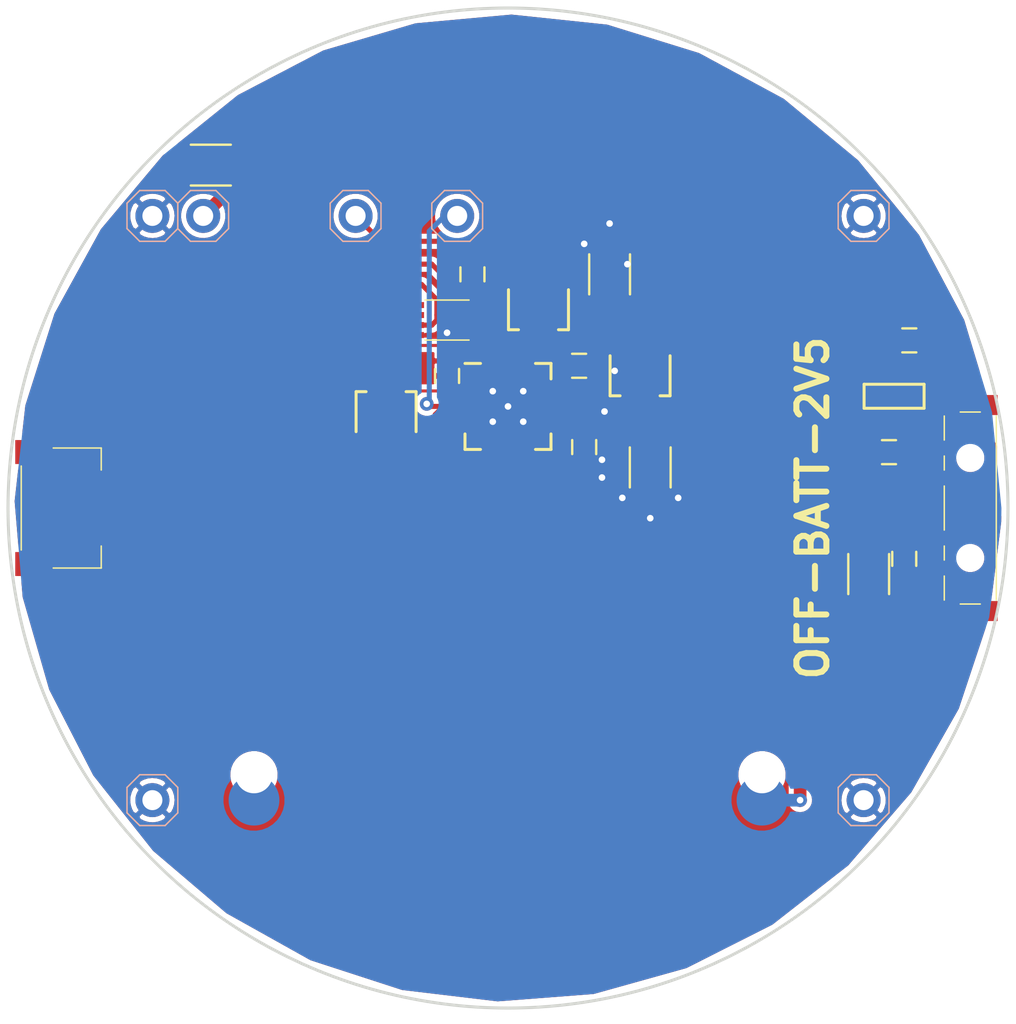
<source format=kicad_pcb>
(kicad_pcb (version 4) (host pcbnew 4.0.4-stable)

  (general
    (links 105)
    (no_connects 1)
    (area 127 76.2 178.8414 131.162401)
    (thickness 1.6)
    (drawings 28)
    (tracks 223)
    (zones 0)
    (modules 62)
    (nets 32)
  )

  (page A4)
  (layers
    (0 F.Cu signal)
    (31 B.Cu signal)
    (32 B.Adhes user)
    (33 F.Adhes user)
    (34 B.Paste user)
    (35 F.Paste user)
    (36 B.SilkS user)
    (37 F.SilkS user)
    (38 B.Mask user)
    (39 F.Mask user)
    (40 Dwgs.User user hide)
    (41 Cmts.User user hide)
    (42 Eco1.User user hide)
    (43 Eco2.User user hide)
    (44 Edge.Cuts user)
    (45 Margin user hide)
    (46 B.CrtYd user hide)
    (47 F.CrtYd user hide)
    (48 B.Fab user hide)
    (49 F.Fab user hide)
  )

  (setup
    (last_trace_width 0.1524)
    (user_trace_width 0.1524)
    (user_trace_width 0.254)
    (user_trace_width 0.3048)
    (user_trace_width 0.381)
    (user_trace_width 0.635)
    (user_trace_width 0.762)
    (user_trace_width 1.27)
    (trace_clearance 0.1524)
    (zone_clearance 0.254)
    (zone_45_only no)
    (trace_min 0.1524)
    (segment_width 0.2)
    (edge_width 0.15)
    (via_size 0.6858)
    (via_drill 0.3302)
    (via_min_size 0.6858)
    (via_min_drill 0.3302)
    (uvia_size 0.6858)
    (uvia_drill 0.3302)
    (uvias_allowed no)
    (uvia_min_size 0.6858)
    (uvia_min_drill 0.3302)
    (pcb_text_width 0.3)
    (pcb_text_size 1.5 1.5)
    (mod_edge_width 0.15)
    (mod_text_size 1 1)
    (mod_text_width 0.15)
    (pad_size 0.6858 0.6858)
    (pad_drill 0.3302)
    (pad_to_mask_clearance 0.0508)
    (solder_mask_min_width 0.39878)
    (aux_axis_origin 152.4 101.6)
    (grid_origin 152.4 101.6)
    (visible_elements 7FFEFF7F)
    (pcbplotparams
      (layerselection 0x010f0_80000001)
      (usegerberextensions true)
      (excludeedgelayer false)
      (linewidth 0.100000)
      (plotframeref false)
      (viasonmask false)
      (mode 1)
      (useauxorigin true)
      (hpglpennumber 1)
      (hpglpenspeed 20)
      (hpglpendiameter 15)
      (hpglpenoverlay 2)
      (psnegative false)
      (psa4output false)
      (plotreference true)
      (plotvalue false)
      (plotinvisibletext false)
      (padsonsilk false)
      (subtractmaskfromsilk true)
      (outputformat 1)
      (mirror false)
      (drillshape 0)
      (scaleselection 1)
      (outputdirectory H27293AST54-revised/))
  )

  (net 0 "")
  (net 1 GND)
  (net 2 +BATT)
  (net 3 VDDA)
  (net 4 "Net-(C51-Pad1)")
  (net 5 VDDD)
  (net 6 "Net-(C55-Pad1)")
  (net 7 "Net-(C55-Pad2)")
  (net 8 LSB)
  (net 9 "Net-(C57-Pad1)")
  (net 10 RIN)
  (net 11 MSB)
  (net 12 +2V5)
  (net 13 VDD)
  (net 14 SCLKIN)
  (net 15 MOSIIN)
  (net 16 ~CSNIN)
  (net 17 SWITCH)
  (net 18 "Net-(R14-Pad1)")
  (net 19 "Net-(R15-Pad2)")
  (net 20 "Net-(R18-Pad1)")
  (net 21 HVR)
  (net 22 "Net-(R19-Pad1)")
  (net 23 "Net-(R20-Pad1)")
  (net 24 RESET)
  (net 25 "Net-(RV2-Pad2)")
  (net 26 "Net-(RV2-Pad1)")
  (net 27 SCLK)
  (net 28 MOSI)
  (net 29 ~CSN)
  (net 30 "Net-(SW1-Pad1)")
  (net 31 "Net-(RV3-Pad3)")

  (net_class Default "This is the default net class."
    (clearance 0.1524)
    (trace_width 0.1524)
    (via_dia 0.6858)
    (via_drill 0.3302)
    (uvia_dia 0.6858)
    (uvia_drill 0.3302)
    (add_net +2V5)
    (add_net +BATT)
    (add_net GND)
    (add_net HVR)
    (add_net LSB)
    (add_net MOSI)
    (add_net MOSIIN)
    (add_net MSB)
    (add_net "Net-(C51-Pad1)")
    (add_net "Net-(C55-Pad1)")
    (add_net "Net-(C55-Pad2)")
    (add_net "Net-(C57-Pad1)")
    (add_net "Net-(R14-Pad1)")
    (add_net "Net-(R15-Pad2)")
    (add_net "Net-(R18-Pad1)")
    (add_net "Net-(R19-Pad1)")
    (add_net "Net-(R20-Pad1)")
    (add_net "Net-(RV2-Pad1)")
    (add_net "Net-(RV2-Pad2)")
    (add_net "Net-(RV3-Pad3)")
    (add_net "Net-(SW1-Pad1)")
    (add_net RESET)
    (add_net RIN)
    (add_net SCLK)
    (add_net SCLKIN)
    (add_net SWITCH)
    (add_net VDD)
    (add_net VDDA)
    (add_net VDDD)
    (add_net ~CSN)
    (add_net ~CSNIN)
  )

  (module HVTest:KEY1027-ND-rev2 placed (layer F.Cu) (tedit 5A139F83) (tstamp 5A13AD01)
    (at 152.4 114.935 180)
    (path /5A1A6247)
    (fp_text reference BT1 (at 0 8 180) (layer F.SilkS) hide
      (effects (font (size 1 1) (thickness 0.15)))
    )
    (fp_text value Battery (at 0 -8 180) (layer F.Fab)
      (effects (font (size 1 1) (thickness 0.15)))
    )
    (fp_circle (center 0 0) (end 0 -12.446) (layer F.Fab) (width 0.075))
    (fp_line (start -12.7 -4.3) (end -12.7 3.7) (layer F.Fab) (width 0.15))
    (fp_line (start 12.7 3.7) (end 12.7 -5) (layer F.Fab) (width 0.15))
    (fp_arc (start 0 -16) (end 7 -9) (angle 90) (layer F.Fab) (width 0.15))
    (fp_arc (start 8.1 -4.4) (end 7.5 -9) (angle 90) (layer F.Fab) (width 0.15))
    (fp_arc (start -7.7 -3.9) (end -12.7 -4.3) (angle 90) (layer F.Fab) (width 0.15))
    (fp_line (start -12.7 3.683) (end -3.81 12.825) (layer F.Fab) (width 0.15))
    (fp_line (start -3.81 12.825) (end 3.81 12.825) (layer F.Fab) (width 0.15))
    (fp_line (start 3.81 12.825) (end 12.7 3.683) (layer F.Fab) (width 0.15))
    (pad 2 smd rect (at 0 0 180) (size 12.7 12.7) (layers F.Cu F.Mask)
      (net 1 GND))
    (pad 1 smd circle (at -12.7 -1.27 180) (size 2.54 2.54) (layers B.Cu B.Mask)
      (net 2 +BATT))
    (pad 1 smd circle (at 12.7 -1.27 180) (size 2.54 2.54) (layers B.Cu B.Mask)
      (net 2 +BATT))
  )

  (module HVTest:via-stich-20mil (layer F.Cu) (tedit 5A17DAE1) (tstamp 5A17DB50)
    (at 159.512 102.108)
    (fp_text reference REF** (at 0 0.635) (layer F.SilkS) hide
      (effects (font (size 1 1) (thickness 0.15)))
    )
    (fp_text value via-stich-20mil (at 0 -0.635) (layer F.Fab) hide
      (effects (font (size 1 1) (thickness 0.15)))
    )
    (pad 1 thru_hole circle (at 0 0) (size 0.6858 0.6858) (drill 0.3302) (layers *.Cu)
      (net 1 GND) (zone_connect 2))
  )

  (module HVTest:via-stich-20mil (layer F.Cu) (tedit 5A17DAE1) (tstamp 5A17DB4B)
    (at 160.909 101.092)
    (fp_text reference REF** (at 0 0.635) (layer F.SilkS) hide
      (effects (font (size 1 1) (thickness 0.15)))
    )
    (fp_text value via-stich-20mil (at 0 -0.635) (layer F.Fab) hide
      (effects (font (size 1 1) (thickness 0.15)))
    )
    (pad 1 thru_hole circle (at 0 0) (size 0.6858 0.6858) (drill 0.3302) (layers *.Cu)
      (net 1 GND) (zone_connect 2))
  )

  (module HVTest:via-stich-20mil (layer F.Cu) (tedit 5A17DAE1) (tstamp 5A17DB46)
    (at 157.099 100.076)
    (fp_text reference REF** (at 0 0.635) (layer F.SilkS) hide
      (effects (font (size 1 1) (thickness 0.15)))
    )
    (fp_text value via-stich-20mil (at 0 -0.635) (layer F.Fab) hide
      (effects (font (size 1 1) (thickness 0.15)))
    )
    (pad 1 thru_hole circle (at 0 0) (size 0.6858 0.6858) (drill 0.3302) (layers *.Cu)
      (net 1 GND) (zone_connect 2))
  )

  (module HVTest:via-stich-20mil (layer F.Cu) (tedit 5A17DAE1) (tstamp 5A17DB41)
    (at 157.099 99.187)
    (fp_text reference REF** (at 0 0.635) (layer F.SilkS) hide
      (effects (font (size 1 1) (thickness 0.15)))
    )
    (fp_text value via-stich-20mil (at 0 -0.635) (layer F.Fab) hide
      (effects (font (size 1 1) (thickness 0.15)))
    )
    (pad 1 thru_hole circle (at 0 0) (size 0.6858 0.6858) (drill 0.3302) (layers *.Cu)
      (net 1 GND) (zone_connect 2))
  )

  (module HVTest:via-stich-20mil (layer F.Cu) (tedit 5A17DAE1) (tstamp 5A17DB36)
    (at 158.115 101.092)
    (fp_text reference REF** (at 0 0.635) (layer F.SilkS) hide
      (effects (font (size 1 1) (thickness 0.15)))
    )
    (fp_text value via-stich-20mil (at 0 -0.635) (layer F.Fab) hide
      (effects (font (size 1 1) (thickness 0.15)))
    )
    (pad 1 thru_hole circle (at 0 0) (size 0.6858 0.6858) (drill 0.3302) (layers *.Cu)
      (net 1 GND) (zone_connect 2))
  )

  (module HVTest:via-stich-20mil (layer F.Cu) (tedit 5A17DAE1) (tstamp 5A17DB31)
    (at 157.734 94.742)
    (fp_text reference REF** (at 0 0.635) (layer F.SilkS) hide
      (effects (font (size 1 1) (thickness 0.15)))
    )
    (fp_text value via-stich-20mil (at 0 -0.635) (layer F.Fab) hide
      (effects (font (size 1 1) (thickness 0.15)))
    )
    (pad 1 thru_hole circle (at 0 0) (size 0.6858 0.6858) (drill 0.3302) (layers *.Cu)
      (net 1 GND) (zone_connect 2))
  )

  (module HVTest:via-stich-20mil (layer F.Cu) (tedit 5A17DAE1) (tstamp 5A17DB25)
    (at 157.226 96.774)
    (fp_text reference REF** (at 0 0.635) (layer F.SilkS) hide
      (effects (font (size 1 1) (thickness 0.15)))
    )
    (fp_text value via-stich-20mil (at 0 -0.635) (layer F.Fab) hide
      (effects (font (size 1 1) (thickness 0.15)))
    )
    (pad 1 thru_hole circle (at 0 0) (size 0.6858 0.6858) (drill 0.3302) (layers *.Cu)
      (net 1 GND) (zone_connect 2))
  )

  (module HVTest:via-stich-20mil (layer F.Cu) (tedit 5A17DAE1) (tstamp 5A17DB20)
    (at 153.162 97.282)
    (fp_text reference REF** (at 0 0.635) (layer F.SilkS) hide
      (effects (font (size 1 1) (thickness 0.15)))
    )
    (fp_text value via-stich-20mil (at 0 -0.635) (layer F.Fab) hide
      (effects (font (size 1 1) (thickness 0.15)))
    )
    (pad 1 thru_hole circle (at 0 0) (size 0.6858 0.6858) (drill 0.3302) (layers *.Cu)
      (net 1 GND) (zone_connect 2))
  )

  (module HVTest:via-stich-20mil (layer F.Cu) (tedit 5A17DAE1) (tstamp 5A17DB1B)
    (at 151.638 97.282)
    (fp_text reference REF** (at 0 0.635) (layer F.SilkS) hide
      (effects (font (size 1 1) (thickness 0.15)))
    )
    (fp_text value via-stich-20mil (at 0 -0.635) (layer F.Fab) hide
      (effects (font (size 1 1) (thickness 0.15)))
    )
    (pad 1 thru_hole circle (at 0 0) (size 0.6858 0.6858) (drill 0.3302) (layers *.Cu)
      (net 1 GND) (zone_connect 2))
  )

  (module HVTest:via-stich-20mil (layer F.Cu) (tedit 5A17DAE1) (tstamp 5A17DB16)
    (at 151.638 95.758)
    (fp_text reference REF** (at 0 0.635) (layer F.SilkS) hide
      (effects (font (size 1 1) (thickness 0.15)))
    )
    (fp_text value via-stich-20mil (at 0 -0.635) (layer F.Fab) hide
      (effects (font (size 1 1) (thickness 0.15)))
    )
    (pad 1 thru_hole circle (at 0 0) (size 0.6858 0.6858) (drill 0.3302) (layers *.Cu)
      (net 1 GND) (zone_connect 2))
  )

  (module HVTest:via-stich-20mil (layer F.Cu) (tedit 5A17DAE1) (tstamp 5A17DB11)
    (at 153.162 95.758)
    (fp_text reference REF** (at 0 0.635) (layer F.SilkS) hide
      (effects (font (size 1 1) (thickness 0.15)))
    )
    (fp_text value via-stich-20mil (at 0 -0.635) (layer F.Fab) hide
      (effects (font (size 1 1) (thickness 0.15)))
    )
    (pad 1 thru_hole circle (at 0 0) (size 0.6858 0.6858) (drill 0.3302) (layers *.Cu)
      (net 1 GND) (zone_connect 2))
  )

  (module HVTest:via-stich-20mil (layer F.Cu) (tedit 5A17DAE1) (tstamp 5A17DB02)
    (at 152.4 96.52)
    (fp_text reference REF** (at 0 0.635) (layer F.SilkS) hide
      (effects (font (size 1 1) (thickness 0.15)))
    )
    (fp_text value via-stich-20mil (at 0 -0.635) (layer F.Fab) hide
      (effects (font (size 1 1) (thickness 0.15)))
    )
    (pad 1 thru_hole circle (at 0 0) (size 0.6858 0.6858) (drill 0.3302) (layers *.Cu)
      (net 1 GND) (zone_connect 2))
  )

  (module HVTest:via-stich-20mil (layer F.Cu) (tedit 5A17DAE1) (tstamp 5A17DAF7)
    (at 149.352 92.837)
    (fp_text reference REF** (at 0 0.635) (layer F.SilkS) hide
      (effects (font (size 1 1) (thickness 0.15)))
    )
    (fp_text value via-stich-20mil (at 0 -0.635) (layer F.Fab) hide
      (effects (font (size 1 1) (thickness 0.15)))
    )
    (pad 1 thru_hole circle (at 0 0) (size 0.6858 0.6858) (drill 0.3302) (layers *.Cu)
      (net 1 GND) (zone_connect 2))
  )

  (module HVTest:via-stich-20mil (layer F.Cu) (tedit 5A17DAE1) (tstamp 5A17DAF2)
    (at 158.369 89.408)
    (fp_text reference REF** (at 0 0.635) (layer F.SilkS) hide
      (effects (font (size 1 1) (thickness 0.15)))
    )
    (fp_text value via-stich-20mil (at 0 -0.635) (layer F.Fab) hide
      (effects (font (size 1 1) (thickness 0.15)))
    )
    (pad 1 thru_hole circle (at 0 0) (size 0.6858 0.6858) (drill 0.3302) (layers *.Cu)
      (net 1 GND) (zone_connect 2))
  )

  (module HVTest:via-stich-20mil (layer F.Cu) (tedit 5A17DAE1) (tstamp 5A17DAED)
    (at 157.48 87.376)
    (fp_text reference REF** (at 0 0.635) (layer F.SilkS) hide
      (effects (font (size 1 1) (thickness 0.15)))
    )
    (fp_text value via-stich-20mil (at 0 -0.635) (layer F.Fab) hide
      (effects (font (size 1 1) (thickness 0.15)))
    )
    (pad 1 thru_hole circle (at 0 0) (size 0.6858 0.6858) (drill 0.3302) (layers *.Cu)
      (net 1 GND) (zone_connect 2))
  )

  (module HVTest:1pin (layer F.Cu) (tedit 5A157405) (tstamp 5A157D68)
    (at 139.7 114.935)
    (descr "module 1 pin (ou trou mecanique de percage)")
    (tags DEV)
    (fp_text reference REF** (at 0 -1.905) (layer F.SilkS) hide
      (effects (font (size 1 1) (thickness 0.15)))
    )
    (fp_text value 1pin (at 0 1.905) (layer F.Fab) hide
      (effects (font (size 1 1) (thickness 0.15)))
    )
    (pad "" np_thru_hole circle (at 0 0) (size 1.8542 1.8542) (drill 1.8542) (layers *.Cu *.Mask))
  )

  (module HVTest:via-stich-20mil (layer F.Cu) (tedit 5A17DAE1) (tstamp 5A139E3D)
    (at 156.21 88.392)
    (fp_text reference REF** (at 0 0.635) (layer F.SilkS) hide
      (effects (font (size 1 1) (thickness 0.15)))
    )
    (fp_text value via-stich-20mil (at 0 -0.635) (layer F.Fab) hide
      (effects (font (size 1 1) (thickness 0.15)))
    )
    (pad 1 thru_hole circle (at 0 0) (size 0.6858 0.6858) (drill 0.3302) (layers *.Cu)
      (net 1 GND) (zone_connect 2))
  )

  (module HVTest:PCM13SMTR (layer F.Cu) (tedit 5A1573C9) (tstamp 5A13A8DA)
    (at 175.514 101.6 90)
    (path /5A1473F3)
    (fp_text reference SW1 (at 0 2.3 90) (layer F.SilkS) hide
      (effects (font (size 1 1) (thickness 0.15)))
    )
    (fp_text value SP3T (at 0 -3.2 90) (layer F.Fab) hide
      (effects (font (size 1 1) (thickness 0.15)))
    )
    (fp_line (start -4.8 0.5) (end -4.8 -0.5) (layer F.SilkS) (width 0.075))
    (fp_line (start 4.6 1.3) (end -4.6 1.3) (layer F.SilkS) (width 0.075))
    (fp_line (start 4.8 -0.5) (end 4.8 0.5) (layer F.SilkS) (width 0.075))
    (fp_line (start 3.4 -1.3) (end 4.6 -1.3) (layer F.SilkS) (width 0.075))
    (fp_line (start 2.6 -1.3) (end 1.9 -1.3) (layer F.SilkS) (width 0.075))
    (fp_line (start 1.1 -1.3) (end -1.1 -1.3) (layer F.SilkS) (width 0.075))
    (fp_line (start -2.6 -1.3) (end -1.9 -1.3) (layer F.SilkS) (width 0.075))
    (fp_line (start -4.6 -1.3) (end -3.4 -1.3) (layer F.SilkS) (width 0.075))
    (pad 1 smd rect (at -3 -1.75 90) (size 0.7 1.5) (layers F.Cu F.Paste F.Mask)
      (net 30 "Net-(SW1-Pad1)"))
    (pad 2 smd rect (at -1.5 -1.75 90) (size 0.7 1.5) (layers F.Cu F.Paste F.Mask)
      (net 2 +BATT))
    (pad 3 smd rect (at 1.5 -1.75 90) (size 0.7 1.5) (layers F.Cu F.Paste F.Mask)
      (net 13 VDD))
    (pad "" smd rect (at 5.15 -0.965 90) (size 1 0.8) (layers F.Cu F.Paste F.Mask))
    (pad "" smd rect (at 5.15 0.965 90) (size 1 0.8) (layers F.Cu F.Paste F.Mask))
    (pad "" smd rect (at -5.15 0.965 90) (size 1 0.8) (layers F.Cu F.Paste F.Mask))
    (pad "" smd rect (at -5.15 -0.965 90) (size 1 0.8) (layers F.Cu F.Paste F.Mask))
    (pad "" np_thru_hole circle (at 2.5 0 90) (size 0.9 0.9) (drill 0.9) (layers *.Cu *.Mask))
    (pad "" np_thru_hole circle (at -2.5 0 90) (size 0.9 0.9) (drill 0.9) (layers *.Cu *.Mask))
    (pad 4 smd rect (at 3 -1.75 90) (size 0.7 1.5) (layers F.Cu F.Paste F.Mask)
      (net 12 +2V5))
  )

  (module Capacitors_SMD:C_0603 (layer F.Cu) (tedit 5A1573AB) (tstamp 5A13AB86)
    (at 156.21 98.552 90)
    (descr "Capacitor SMD 0603, reflow soldering, AVX (see smccp.pdf)")
    (tags "capacitor 0603")
    (path /5A16BED5)
    (attr smd)
    (fp_text reference C50 (at 0 -1.5 90) (layer F.SilkS) hide
      (effects (font (size 1 1) (thickness 0.15)))
    )
    (fp_text value 1uF (at 0 1.5 90) (layer F.Fab)
      (effects (font (size 1 1) (thickness 0.15)))
    )
    (fp_line (start 1.4 0.65) (end -1.4 0.65) (layer F.CrtYd) (width 0.05))
    (fp_line (start 1.4 0.65) (end 1.4 -0.65) (layer F.CrtYd) (width 0.05))
    (fp_line (start -1.4 -0.65) (end -1.4 0.65) (layer F.CrtYd) (width 0.05))
    (fp_line (start -1.4 -0.65) (end 1.4 -0.65) (layer F.CrtYd) (width 0.05))
    (fp_line (start 0.35 0.6) (end -0.35 0.6) (layer F.SilkS) (width 0.12))
    (fp_line (start -0.35 -0.6) (end 0.35 -0.6) (layer F.SilkS) (width 0.12))
    (fp_line (start -0.8 -0.4) (end 0.8 -0.4) (layer F.Fab) (width 0.1))
    (fp_line (start 0.8 -0.4) (end 0.8 0.4) (layer F.Fab) (width 0.1))
    (fp_line (start 0.8 0.4) (end -0.8 0.4) (layer F.Fab) (width 0.1))
    (fp_line (start -0.8 0.4) (end -0.8 -0.4) (layer F.Fab) (width 0.1))
    (fp_text user %R (at 0 0 90) (layer F.Fab)
      (effects (font (size 0.3 0.3) (thickness 0.075)))
    )
    (pad 2 smd rect (at 0.75 0 90) (size 0.8 0.75) (layers F.Cu F.Paste F.Mask)
      (net 3 VDDA))
    (pad 1 smd rect (at -0.75 0 90) (size 0.8 0.75) (layers F.Cu F.Paste F.Mask)
      (net 1 GND))
    (model Capacitors_SMD.3dshapes/C_0603.wrl
      (at (xyz 0 0 0))
      (scale (xyz 1 1 1))
      (rotate (xyz 0 0 0))
    )
  )

  (module Capacitors_SMD:C_0603 (layer F.Cu) (tedit 5A157377) (tstamp 5A13AB8C)
    (at 149.352 94.996 90)
    (descr "Capacitor SMD 0603, reflow soldering, AVX (see smccp.pdf)")
    (tags "capacitor 0603")
    (path /5A164C3D)
    (attr smd)
    (fp_text reference C51 (at 0 -1.5 90) (layer F.SilkS) hide
      (effects (font (size 1 1) (thickness 0.15)))
    )
    (fp_text value 1uF (at 0 1.5 90) (layer F.Fab)
      (effects (font (size 1 1) (thickness 0.15)))
    )
    (fp_line (start 1.4 0.65) (end -1.4 0.65) (layer F.CrtYd) (width 0.05))
    (fp_line (start 1.4 0.65) (end 1.4 -0.65) (layer F.CrtYd) (width 0.05))
    (fp_line (start -1.4 -0.65) (end -1.4 0.65) (layer F.CrtYd) (width 0.05))
    (fp_line (start -1.4 -0.65) (end 1.4 -0.65) (layer F.CrtYd) (width 0.05))
    (fp_line (start 0.35 0.6) (end -0.35 0.6) (layer F.SilkS) (width 0.12))
    (fp_line (start -0.35 -0.6) (end 0.35 -0.6) (layer F.SilkS) (width 0.12))
    (fp_line (start -0.8 -0.4) (end 0.8 -0.4) (layer F.Fab) (width 0.1))
    (fp_line (start 0.8 -0.4) (end 0.8 0.4) (layer F.Fab) (width 0.1))
    (fp_line (start 0.8 0.4) (end -0.8 0.4) (layer F.Fab) (width 0.1))
    (fp_line (start -0.8 0.4) (end -0.8 -0.4) (layer F.Fab) (width 0.1))
    (fp_text user %R (at 0 0 90) (layer F.Fab)
      (effects (font (size 0.3 0.3) (thickness 0.075)))
    )
    (pad 2 smd rect (at 0.75 0 90) (size 0.8 0.75) (layers F.Cu F.Paste F.Mask)
      (net 1 GND))
    (pad 1 smd rect (at -0.75 0 90) (size 0.8 0.75) (layers F.Cu F.Paste F.Mask)
      (net 4 "Net-(C51-Pad1)"))
    (model Capacitors_SMD.3dshapes/C_0603.wrl
      (at (xyz 0 0 0))
      (scale (xyz 1 1 1))
      (rotate (xyz 0 0 0))
    )
  )

  (module Capacitors_SMD:C_0402_NoSilk (layer F.Cu) (tedit 5A1573A8) (tstamp 5A13AB92)
    (at 155.194 98.552 90)
    (descr "Capacitor SMD 0402, reflow soldering, AVX (see smccp.pdf)")
    (tags "capacitor 0402")
    (path /5A173BC3)
    (attr smd)
    (fp_text reference C52 (at 0 -1.27 90) (layer F.SilkS) hide
      (effects (font (size 1 1) (thickness 0.15)))
    )
    (fp_text value 0.1uF (at 0 1.27 90) (layer F.Fab)
      (effects (font (size 1 1) (thickness 0.15)))
    )
    (fp_text user %R (at 0 -1.27 90) (layer F.Fab)
      (effects (font (size 1 1) (thickness 0.15)))
    )
    (fp_line (start -0.5 0.25) (end -0.5 -0.25) (layer F.Fab) (width 0.1))
    (fp_line (start 0.5 0.25) (end -0.5 0.25) (layer F.Fab) (width 0.1))
    (fp_line (start 0.5 -0.25) (end 0.5 0.25) (layer F.Fab) (width 0.1))
    (fp_line (start -0.5 -0.25) (end 0.5 -0.25) (layer F.Fab) (width 0.1))
    (fp_line (start -1 -0.4) (end 1 -0.4) (layer F.CrtYd) (width 0.05))
    (fp_line (start -1 -0.4) (end -1 0.4) (layer F.CrtYd) (width 0.05))
    (fp_line (start 1 0.4) (end 1 -0.4) (layer F.CrtYd) (width 0.05))
    (fp_line (start 1 0.4) (end -1 0.4) (layer F.CrtYd) (width 0.05))
    (pad 1 smd rect (at -0.55 0 90) (size 0.6 0.5) (layers F.Cu F.Paste F.Mask)
      (net 1 GND))
    (pad 2 smd rect (at 0.55 0 90) (size 0.6 0.5) (layers F.Cu F.Paste F.Mask)
      (net 3 VDDA))
    (model Capacitors_SMD.3dshapes/C_0402.wrl
      (at (xyz 0 0 0))
      (scale (xyz 1 1 1))
      (rotate (xyz 0 0 0))
    )
  )

  (module Capacitors_SMD:C_0603 (layer F.Cu) (tedit 5A157383) (tstamp 5A13AB98)
    (at 155.956 94.488 180)
    (descr "Capacitor SMD 0603, reflow soldering, AVX (see smccp.pdf)")
    (tags "capacitor 0603")
    (path /5A16BC75)
    (attr smd)
    (fp_text reference C53 (at 0 -1.5 180) (layer F.SilkS) hide
      (effects (font (size 1 1) (thickness 0.15)))
    )
    (fp_text value 1uF (at 0 1.5 180) (layer F.Fab)
      (effects (font (size 1 1) (thickness 0.15)))
    )
    (fp_line (start 1.4 0.65) (end -1.4 0.65) (layer F.CrtYd) (width 0.05))
    (fp_line (start 1.4 0.65) (end 1.4 -0.65) (layer F.CrtYd) (width 0.05))
    (fp_line (start -1.4 -0.65) (end -1.4 0.65) (layer F.CrtYd) (width 0.05))
    (fp_line (start -1.4 -0.65) (end 1.4 -0.65) (layer F.CrtYd) (width 0.05))
    (fp_line (start 0.35 0.6) (end -0.35 0.6) (layer F.SilkS) (width 0.12))
    (fp_line (start -0.35 -0.6) (end 0.35 -0.6) (layer F.SilkS) (width 0.12))
    (fp_line (start -0.8 -0.4) (end 0.8 -0.4) (layer F.Fab) (width 0.1))
    (fp_line (start 0.8 -0.4) (end 0.8 0.4) (layer F.Fab) (width 0.1))
    (fp_line (start 0.8 0.4) (end -0.8 0.4) (layer F.Fab) (width 0.1))
    (fp_line (start -0.8 0.4) (end -0.8 -0.4) (layer F.Fab) (width 0.1))
    (fp_text user %R (at 0 0 180) (layer F.Fab)
      (effects (font (size 0.3 0.3) (thickness 0.075)))
    )
    (pad 2 smd rect (at 0.75 0 180) (size 0.8 0.75) (layers F.Cu F.Paste F.Mask)
      (net 5 VDDD))
    (pad 1 smd rect (at -0.75 0 180) (size 0.8 0.75) (layers F.Cu F.Paste F.Mask)
      (net 1 GND))
    (model Capacitors_SMD.3dshapes/C_0603.wrl
      (at (xyz 0 0 0))
      (scale (xyz 1 1 1))
      (rotate (xyz 0 0 0))
    )
  )

  (module Capacitors_SMD:C_0402_NoSilk (layer F.Cu) (tedit 5A157387) (tstamp 5A13AB9E)
    (at 155.956 95.504 180)
    (descr "Capacitor SMD 0402, reflow soldering, AVX (see smccp.pdf)")
    (tags "capacitor 0402")
    (path /5A1702E4)
    (attr smd)
    (fp_text reference C54 (at 0 -1.27 180) (layer F.SilkS) hide
      (effects (font (size 1 1) (thickness 0.15)))
    )
    (fp_text value 0.1uF (at 0 1.27 180) (layer F.Fab)
      (effects (font (size 1 1) (thickness 0.15)))
    )
    (fp_text user %R (at 0 -1.27 180) (layer F.Fab)
      (effects (font (size 1 1) (thickness 0.15)))
    )
    (fp_line (start -0.5 0.25) (end -0.5 -0.25) (layer F.Fab) (width 0.1))
    (fp_line (start 0.5 0.25) (end -0.5 0.25) (layer F.Fab) (width 0.1))
    (fp_line (start 0.5 -0.25) (end 0.5 0.25) (layer F.Fab) (width 0.1))
    (fp_line (start -0.5 -0.25) (end 0.5 -0.25) (layer F.Fab) (width 0.1))
    (fp_line (start -1 -0.4) (end 1 -0.4) (layer F.CrtYd) (width 0.05))
    (fp_line (start -1 -0.4) (end -1 0.4) (layer F.CrtYd) (width 0.05))
    (fp_line (start 1 0.4) (end 1 -0.4) (layer F.CrtYd) (width 0.05))
    (fp_line (start 1 0.4) (end -1 0.4) (layer F.CrtYd) (width 0.05))
    (pad 1 smd rect (at -0.55 0 180) (size 0.6 0.5) (layers F.Cu F.Paste F.Mask)
      (net 1 GND))
    (pad 2 smd rect (at 0.55 0 180) (size 0.6 0.5) (layers F.Cu F.Paste F.Mask)
      (net 5 VDDD))
    (model Capacitors_SMD.3dshapes/C_0402.wrl
      (at (xyz 0 0 0))
      (scale (xyz 1 1 1))
      (rotate (xyz 0 0 0))
    )
  )

  (module Capacitors_SMD:C_0402_NoSilk (layer F.Cu) (tedit 5A15739D) (tstamp 5A13ABA4)
    (at 151.892 100.076 90)
    (descr "Capacitor SMD 0402, reflow soldering, AVX (see smccp.pdf)")
    (tags "capacitor 0402")
    (path /5A15AE75)
    (attr smd)
    (fp_text reference C55 (at 0 -1.27 90) (layer F.SilkS) hide
      (effects (font (size 1 1) (thickness 0.15)))
    )
    (fp_text value 3.3nF (at 0 1.27 90) (layer F.Fab)
      (effects (font (size 1 1) (thickness 0.15)))
    )
    (fp_text user %R (at 0 -1.27 90) (layer F.Fab)
      (effects (font (size 1 1) (thickness 0.15)))
    )
    (fp_line (start -0.5 0.25) (end -0.5 -0.25) (layer F.Fab) (width 0.1))
    (fp_line (start 0.5 0.25) (end -0.5 0.25) (layer F.Fab) (width 0.1))
    (fp_line (start 0.5 -0.25) (end 0.5 0.25) (layer F.Fab) (width 0.1))
    (fp_line (start -0.5 -0.25) (end 0.5 -0.25) (layer F.Fab) (width 0.1))
    (fp_line (start -1 -0.4) (end 1 -0.4) (layer F.CrtYd) (width 0.05))
    (fp_line (start -1 -0.4) (end -1 0.4) (layer F.CrtYd) (width 0.05))
    (fp_line (start 1 0.4) (end 1 -0.4) (layer F.CrtYd) (width 0.05))
    (fp_line (start 1 0.4) (end -1 0.4) (layer F.CrtYd) (width 0.05))
    (pad 1 smd rect (at -0.55 0 90) (size 0.6 0.5) (layers F.Cu F.Paste F.Mask)
      (net 6 "Net-(C55-Pad1)"))
    (pad 2 smd rect (at 0.55 0 90) (size 0.6 0.5) (layers F.Cu F.Paste F.Mask)
      (net 7 "Net-(C55-Pad2)"))
    (model Capacitors_SMD.3dshapes/C_0402.wrl
      (at (xyz 0 0 0))
      (scale (xyz 1 1 1))
      (rotate (xyz 0 0 0))
    )
  )

  (module Capacitors_SMD:C_0402_NoSilk (layer F.Cu) (tedit 5A1573B1) (tstamp 5A13ABAA)
    (at 155.448 101.092)
    (descr "Capacitor SMD 0402, reflow soldering, AVX (see smccp.pdf)")
    (tags "capacitor 0402")
    (path /5A1A185E)
    (attr smd)
    (fp_text reference C56 (at 0 -1.27) (layer F.SilkS) hide
      (effects (font (size 1 1) (thickness 0.15)))
    )
    (fp_text value 0.1uF (at 0 1.27) (layer F.Fab)
      (effects (font (size 1 1) (thickness 0.15)))
    )
    (fp_text user %R (at 0 -1.27) (layer F.Fab)
      (effects (font (size 1 1) (thickness 0.15)))
    )
    (fp_line (start -0.5 0.25) (end -0.5 -0.25) (layer F.Fab) (width 0.1))
    (fp_line (start 0.5 0.25) (end -0.5 0.25) (layer F.Fab) (width 0.1))
    (fp_line (start 0.5 -0.25) (end 0.5 0.25) (layer F.Fab) (width 0.1))
    (fp_line (start -0.5 -0.25) (end 0.5 -0.25) (layer F.Fab) (width 0.1))
    (fp_line (start -1 -0.4) (end 1 -0.4) (layer F.CrtYd) (width 0.05))
    (fp_line (start -1 -0.4) (end -1 0.4) (layer F.CrtYd) (width 0.05))
    (fp_line (start 1 0.4) (end 1 -0.4) (layer F.CrtYd) (width 0.05))
    (fp_line (start 1 0.4) (end -1 0.4) (layer F.CrtYd) (width 0.05))
    (pad 1 smd rect (at -0.55 0) (size 0.6 0.5) (layers F.Cu F.Paste F.Mask)
      (net 8 LSB))
    (pad 2 smd rect (at 0.55 0) (size 0.6 0.5) (layers F.Cu F.Paste F.Mask)
      (net 1 GND))
    (model Capacitors_SMD.3dshapes/C_0402.wrl
      (at (xyz 0 0 0))
      (scale (xyz 1 1 1))
      (rotate (xyz 0 0 0))
    )
  )

  (module Capacitors_SMD:C_0402_NoSilk (layer F.Cu) (tedit 5A15736E) (tstamp 5A13ABB0)
    (at 155.956 91.948 270)
    (descr "Capacitor SMD 0402, reflow soldering, AVX (see smccp.pdf)")
    (tags "capacitor 0402")
    (path /5A17CBA8)
    (attr smd)
    (fp_text reference C57 (at 0 -1.27 270) (layer F.SilkS) hide
      (effects (font (size 1 1) (thickness 0.15)))
    )
    (fp_text value 1nF (at 0 1.27 270) (layer F.Fab)
      (effects (font (size 1 1) (thickness 0.15)))
    )
    (fp_text user %R (at 0 -1.27 270) (layer F.Fab)
      (effects (font (size 1 1) (thickness 0.15)))
    )
    (fp_line (start -0.5 0.25) (end -0.5 -0.25) (layer F.Fab) (width 0.1))
    (fp_line (start 0.5 0.25) (end -0.5 0.25) (layer F.Fab) (width 0.1))
    (fp_line (start 0.5 -0.25) (end 0.5 0.25) (layer F.Fab) (width 0.1))
    (fp_line (start -0.5 -0.25) (end 0.5 -0.25) (layer F.Fab) (width 0.1))
    (fp_line (start -1 -0.4) (end 1 -0.4) (layer F.CrtYd) (width 0.05))
    (fp_line (start -1 -0.4) (end -1 0.4) (layer F.CrtYd) (width 0.05))
    (fp_line (start 1 0.4) (end 1 -0.4) (layer F.CrtYd) (width 0.05))
    (fp_line (start 1 0.4) (end -1 0.4) (layer F.CrtYd) (width 0.05))
    (pad 1 smd rect (at -0.55 0 270) (size 0.6 0.5) (layers F.Cu F.Paste F.Mask)
      (net 9 "Net-(C57-Pad1)"))
    (pad 2 smd rect (at 0.55 0 270) (size 0.6 0.5) (layers F.Cu F.Paste F.Mask)
      (net 10 RIN))
    (model Capacitors_SMD.3dshapes/C_0402.wrl
      (at (xyz 0 0 0))
      (scale (xyz 1 1 1))
      (rotate (xyz 0 0 0))
    )
  )

  (module Capacitors_SMD:C_0402_NoSilk (layer F.Cu) (tedit 5A1573AE) (tstamp 5A13ABB6)
    (at 155.702 100.33)
    (descr "Capacitor SMD 0402, reflow soldering, AVX (see smccp.pdf)")
    (tags "capacitor 0402")
    (path /5A1A212D)
    (attr smd)
    (fp_text reference C58 (at 0 -1.27) (layer F.SilkS) hide
      (effects (font (size 1 1) (thickness 0.15)))
    )
    (fp_text value 0.1uF (at 0 1.27) (layer F.Fab)
      (effects (font (size 1 1) (thickness 0.15)))
    )
    (fp_text user %R (at 0 -1.27) (layer F.Fab)
      (effects (font (size 1 1) (thickness 0.15)))
    )
    (fp_line (start -0.5 0.25) (end -0.5 -0.25) (layer F.Fab) (width 0.1))
    (fp_line (start 0.5 0.25) (end -0.5 0.25) (layer F.Fab) (width 0.1))
    (fp_line (start 0.5 -0.25) (end 0.5 0.25) (layer F.Fab) (width 0.1))
    (fp_line (start -0.5 -0.25) (end 0.5 -0.25) (layer F.Fab) (width 0.1))
    (fp_line (start -1 -0.4) (end 1 -0.4) (layer F.CrtYd) (width 0.05))
    (fp_line (start -1 -0.4) (end -1 0.4) (layer F.CrtYd) (width 0.05))
    (fp_line (start 1 0.4) (end 1 -0.4) (layer F.CrtYd) (width 0.05))
    (fp_line (start 1 0.4) (end -1 0.4) (layer F.CrtYd) (width 0.05))
    (pad 1 smd rect (at -0.55 0) (size 0.6 0.5) (layers F.Cu F.Paste F.Mask)
      (net 11 MSB))
    (pad 2 smd rect (at 0.55 0) (size 0.6 0.5) (layers F.Cu F.Paste F.Mask)
      (net 1 GND))
    (model Capacitors_SMD.3dshapes/C_0402.wrl
      (at (xyz 0 0 0))
      (scale (xyz 1 1 1))
      (rotate (xyz 0 0 0))
    )
  )

  (module Capacitors_SMD:C_0603 (layer F.Cu) (tedit 5A1573BF) (tstamp 5A13ABBC)
    (at 172.466 93.218)
    (descr "Capacitor SMD 0603, reflow soldering, AVX (see smccp.pdf)")
    (tags "capacitor 0603")
    (path /5A1EE7C2)
    (attr smd)
    (fp_text reference C59 (at 0 -1.5) (layer F.SilkS) hide
      (effects (font (size 1 1) (thickness 0.15)))
    )
    (fp_text value 1uF (at 0 1.5) (layer F.Fab)
      (effects (font (size 1 1) (thickness 0.15)))
    )
    (fp_line (start 1.4 0.65) (end -1.4 0.65) (layer F.CrtYd) (width 0.05))
    (fp_line (start 1.4 0.65) (end 1.4 -0.65) (layer F.CrtYd) (width 0.05))
    (fp_line (start -1.4 -0.65) (end -1.4 0.65) (layer F.CrtYd) (width 0.05))
    (fp_line (start -1.4 -0.65) (end 1.4 -0.65) (layer F.CrtYd) (width 0.05))
    (fp_line (start 0.35 0.6) (end -0.35 0.6) (layer F.SilkS) (width 0.12))
    (fp_line (start -0.35 -0.6) (end 0.35 -0.6) (layer F.SilkS) (width 0.12))
    (fp_line (start -0.8 -0.4) (end 0.8 -0.4) (layer F.Fab) (width 0.1))
    (fp_line (start 0.8 -0.4) (end 0.8 0.4) (layer F.Fab) (width 0.1))
    (fp_line (start 0.8 0.4) (end -0.8 0.4) (layer F.Fab) (width 0.1))
    (fp_line (start -0.8 0.4) (end -0.8 -0.4) (layer F.Fab) (width 0.1))
    (fp_text user %R (at 0 0) (layer F.Fab)
      (effects (font (size 0.3 0.3) (thickness 0.075)))
    )
    (pad 2 smd rect (at 0.75 0) (size 0.8 0.75) (layers F.Cu F.Paste F.Mask)
      (net 2 +BATT))
    (pad 1 smd rect (at -0.75 0) (size 0.8 0.75) (layers F.Cu F.Paste F.Mask)
      (net 1 GND))
    (model Capacitors_SMD.3dshapes/C_0603.wrl
      (at (xyz 0 0 0))
      (scale (xyz 1 1 1))
      (rotate (xyz 0 0 0))
    )
  )

  (module Capacitors_SMD:C_0603 (layer F.Cu) (tedit 5A1573C6) (tstamp 5A13ABC2)
    (at 171.45 98.806)
    (descr "Capacitor SMD 0603, reflow soldering, AVX (see smccp.pdf)")
    (tags "capacitor 0603")
    (path /5A20F9AF)
    (attr smd)
    (fp_text reference C60 (at 0 -1.5) (layer F.SilkS) hide
      (effects (font (size 1 1) (thickness 0.15)))
    )
    (fp_text value 1uF (at 0 1.5) (layer F.Fab)
      (effects (font (size 1 1) (thickness 0.15)))
    )
    (fp_line (start 1.4 0.65) (end -1.4 0.65) (layer F.CrtYd) (width 0.05))
    (fp_line (start 1.4 0.65) (end 1.4 -0.65) (layer F.CrtYd) (width 0.05))
    (fp_line (start -1.4 -0.65) (end -1.4 0.65) (layer F.CrtYd) (width 0.05))
    (fp_line (start -1.4 -0.65) (end 1.4 -0.65) (layer F.CrtYd) (width 0.05))
    (fp_line (start 0.35 0.6) (end -0.35 0.6) (layer F.SilkS) (width 0.12))
    (fp_line (start -0.35 -0.6) (end 0.35 -0.6) (layer F.SilkS) (width 0.12))
    (fp_line (start -0.8 -0.4) (end 0.8 -0.4) (layer F.Fab) (width 0.1))
    (fp_line (start 0.8 -0.4) (end 0.8 0.4) (layer F.Fab) (width 0.1))
    (fp_line (start 0.8 0.4) (end -0.8 0.4) (layer F.Fab) (width 0.1))
    (fp_line (start -0.8 0.4) (end -0.8 -0.4) (layer F.Fab) (width 0.1))
    (fp_text user %R (at 0 0) (layer F.Fab)
      (effects (font (size 0.3 0.3) (thickness 0.075)))
    )
    (pad 2 smd rect (at 0.75 0) (size 0.8 0.75) (layers F.Cu F.Paste F.Mask)
      (net 12 +2V5))
    (pad 1 smd rect (at -0.75 0) (size 0.8 0.75) (layers F.Cu F.Paste F.Mask)
      (net 1 GND))
    (model Capacitors_SMD.3dshapes/C_0603.wrl
      (at (xyz 0 0 0))
      (scale (xyz 1 1 1))
      (rotate (xyz 0 0 0))
    )
  )

  (module Capacitors_SMD:C_0603 (layer F.Cu) (tedit 5A1573CD) (tstamp 5A13ABC8)
    (at 172.212 104.14 90)
    (descr "Capacitor SMD 0603, reflow soldering, AVX (see smccp.pdf)")
    (tags "capacitor 0603")
    (path /5A238549)
    (attr smd)
    (fp_text reference C61 (at 0 -1.5 90) (layer F.SilkS) hide
      (effects (font (size 1 1) (thickness 0.15)))
    )
    (fp_text value 1uF (at 0 1.5 90) (layer F.Fab)
      (effects (font (size 1 1) (thickness 0.15)))
    )
    (fp_line (start 1.4 0.65) (end -1.4 0.65) (layer F.CrtYd) (width 0.05))
    (fp_line (start 1.4 0.65) (end 1.4 -0.65) (layer F.CrtYd) (width 0.05))
    (fp_line (start -1.4 -0.65) (end -1.4 0.65) (layer F.CrtYd) (width 0.05))
    (fp_line (start -1.4 -0.65) (end 1.4 -0.65) (layer F.CrtYd) (width 0.05))
    (fp_line (start 0.35 0.6) (end -0.35 0.6) (layer F.SilkS) (width 0.12))
    (fp_line (start -0.35 -0.6) (end 0.35 -0.6) (layer F.SilkS) (width 0.12))
    (fp_line (start -0.8 -0.4) (end 0.8 -0.4) (layer F.Fab) (width 0.1))
    (fp_line (start 0.8 -0.4) (end 0.8 0.4) (layer F.Fab) (width 0.1))
    (fp_line (start 0.8 0.4) (end -0.8 0.4) (layer F.Fab) (width 0.1))
    (fp_line (start -0.8 0.4) (end -0.8 -0.4) (layer F.Fab) (width 0.1))
    (fp_text user %R (at 0 0 90) (layer F.Fab)
      (effects (font (size 0.3 0.3) (thickness 0.075)))
    )
    (pad 2 smd rect (at 0.75 0 90) (size 0.8 0.75) (layers F.Cu F.Paste F.Mask)
      (net 2 +BATT))
    (pad 1 smd rect (at -0.75 0 90) (size 0.8 0.75) (layers F.Cu F.Paste F.Mask)
      (net 1 GND))
    (model Capacitors_SMD.3dshapes/C_0603.wrl
      (at (xyz 0 0 0))
      (scale (xyz 1 1 1))
      (rotate (xyz 0 0 0))
    )
  )

  (module Capacitors_SMD:C_0603 (layer F.Cu) (tedit 5A157367) (tstamp 5A13ABCE)
    (at 150.622 89.916 270)
    (descr "Capacitor SMD 0603, reflow soldering, AVX (see smccp.pdf)")
    (tags "capacitor 0603")
    (path /5A16C7F3)
    (attr smd)
    (fp_text reference C62 (at 0 -1.5 270) (layer F.SilkS) hide
      (effects (font (size 1 1) (thickness 0.15)))
    )
    (fp_text value 1uF (at 0 1.5 270) (layer F.Fab)
      (effects (font (size 1 1) (thickness 0.15)))
    )
    (fp_line (start 1.4 0.65) (end -1.4 0.65) (layer F.CrtYd) (width 0.05))
    (fp_line (start 1.4 0.65) (end 1.4 -0.65) (layer F.CrtYd) (width 0.05))
    (fp_line (start -1.4 -0.65) (end -1.4 0.65) (layer F.CrtYd) (width 0.05))
    (fp_line (start -1.4 -0.65) (end 1.4 -0.65) (layer F.CrtYd) (width 0.05))
    (fp_line (start 0.35 0.6) (end -0.35 0.6) (layer F.SilkS) (width 0.12))
    (fp_line (start -0.35 -0.6) (end 0.35 -0.6) (layer F.SilkS) (width 0.12))
    (fp_line (start -0.8 -0.4) (end 0.8 -0.4) (layer F.Fab) (width 0.1))
    (fp_line (start 0.8 -0.4) (end 0.8 0.4) (layer F.Fab) (width 0.1))
    (fp_line (start 0.8 0.4) (end -0.8 0.4) (layer F.Fab) (width 0.1))
    (fp_line (start -0.8 0.4) (end -0.8 -0.4) (layer F.Fab) (width 0.1))
    (fp_text user %R (at 0 0 270) (layer F.Fab)
      (effects (font (size 0.3 0.3) (thickness 0.075)))
    )
    (pad 2 smd rect (at 0.75 0 270) (size 0.8 0.75) (layers F.Cu F.Paste F.Mask)
      (net 13 VDD))
    (pad 1 smd rect (at -0.75 0 270) (size 0.8 0.75) (layers F.Cu F.Paste F.Mask)
      (net 1 GND))
    (model Capacitors_SMD.3dshapes/C_0603.wrl
      (at (xyz 0 0 0))
      (scale (xyz 1 1 1))
      (rotate (xyz 0 0 0))
    )
  )

  (module Capacitors_SMD:C_1206 (layer F.Cu) (tedit 5A1573CF) (tstamp 5A13ABD4)
    (at 170.434 104.902 90)
    (descr "Capacitor SMD 1206, reflow soldering, AVX (see smccp.pdf)")
    (tags "capacitor 1206")
    (path /5A173C5F)
    (attr smd)
    (fp_text reference C63 (at 0 -1.75 90) (layer F.SilkS) hide
      (effects (font (size 1 1) (thickness 0.15)))
    )
    (fp_text value 10uF (at 0 2 90) (layer F.Fab)
      (effects (font (size 1 1) (thickness 0.15)))
    )
    (fp_text user %R (at 0 -1.75 90) (layer F.Fab)
      (effects (font (size 1 1) (thickness 0.15)))
    )
    (fp_line (start -1.6 0.8) (end -1.6 -0.8) (layer F.Fab) (width 0.1))
    (fp_line (start 1.6 0.8) (end -1.6 0.8) (layer F.Fab) (width 0.1))
    (fp_line (start 1.6 -0.8) (end 1.6 0.8) (layer F.Fab) (width 0.1))
    (fp_line (start -1.6 -0.8) (end 1.6 -0.8) (layer F.Fab) (width 0.1))
    (fp_line (start 1 -1.02) (end -1 -1.02) (layer F.SilkS) (width 0.12))
    (fp_line (start -1 1.02) (end 1 1.02) (layer F.SilkS) (width 0.12))
    (fp_line (start -2.25 -1.05) (end 2.25 -1.05) (layer F.CrtYd) (width 0.05))
    (fp_line (start -2.25 -1.05) (end -2.25 1.05) (layer F.CrtYd) (width 0.05))
    (fp_line (start 2.25 1.05) (end 2.25 -1.05) (layer F.CrtYd) (width 0.05))
    (fp_line (start 2.25 1.05) (end -2.25 1.05) (layer F.CrtYd) (width 0.05))
    (pad 1 smd rect (at -1.5 0 90) (size 1 1.6) (layers F.Cu F.Paste F.Mask)
      (net 1 GND))
    (pad 2 smd rect (at 1.5 0 90) (size 1 1.6) (layers F.Cu F.Paste F.Mask)
      (net 2 +BATT))
    (model Capacitors_SMD.3dshapes/C_1206.wrl
      (at (xyz 0 0 0))
      (scale (xyz 1 1 1))
      (rotate (xyz 0 0 0))
    )
  )

  (module Capacitors_SMD:C_1206 (layer F.Cu) (tedit 5A1573BA) (tstamp 5A13ABDA)
    (at 159.512 99.568 90)
    (descr "Capacitor SMD 1206, reflow soldering, AVX (see smccp.pdf)")
    (tags "capacitor 1206")
    (path /5A17163F)
    (attr smd)
    (fp_text reference C64 (at 0 -1.75 90) (layer F.SilkS) hide
      (effects (font (size 1 1) (thickness 0.15)))
    )
    (fp_text value 10uF (at 0 2 90) (layer F.Fab)
      (effects (font (size 1 1) (thickness 0.15)))
    )
    (fp_text user %R (at 0 -1.75 90) (layer F.Fab)
      (effects (font (size 1 1) (thickness 0.15)))
    )
    (fp_line (start -1.6 0.8) (end -1.6 -0.8) (layer F.Fab) (width 0.1))
    (fp_line (start 1.6 0.8) (end -1.6 0.8) (layer F.Fab) (width 0.1))
    (fp_line (start 1.6 -0.8) (end 1.6 0.8) (layer F.Fab) (width 0.1))
    (fp_line (start -1.6 -0.8) (end 1.6 -0.8) (layer F.Fab) (width 0.1))
    (fp_line (start 1 -1.02) (end -1 -1.02) (layer F.SilkS) (width 0.12))
    (fp_line (start -1 1.02) (end 1 1.02) (layer F.SilkS) (width 0.12))
    (fp_line (start -2.25 -1.05) (end 2.25 -1.05) (layer F.CrtYd) (width 0.05))
    (fp_line (start -2.25 -1.05) (end -2.25 1.05) (layer F.CrtYd) (width 0.05))
    (fp_line (start 2.25 1.05) (end 2.25 -1.05) (layer F.CrtYd) (width 0.05))
    (fp_line (start 2.25 1.05) (end -2.25 1.05) (layer F.CrtYd) (width 0.05))
    (pad 1 smd rect (at -1.5 0 90) (size 1 1.6) (layers F.Cu F.Paste F.Mask)
      (net 1 GND))
    (pad 2 smd rect (at 1.5 0 90) (size 1 1.6) (layers F.Cu F.Paste F.Mask)
      (net 13 VDD))
    (model Capacitors_SMD.3dshapes/C_1206.wrl
      (at (xyz 0 0 0))
      (scale (xyz 1 1 1))
      (rotate (xyz 0 0 0))
    )
  )

  (module Capacitors_SMD:C_1206 (layer F.Cu) (tedit 5A15736A) (tstamp 5A13ABE0)
    (at 157.48 89.916 270)
    (descr "Capacitor SMD 1206, reflow soldering, AVX (see smccp.pdf)")
    (tags "capacitor 1206")
    (path /5A172651)
    (attr smd)
    (fp_text reference C65 (at 0 -1.75 270) (layer F.SilkS) hide
      (effects (font (size 1 1) (thickness 0.15)))
    )
    (fp_text value 10uF (at 0 2 270) (layer F.Fab)
      (effects (font (size 1 1) (thickness 0.15)))
    )
    (fp_text user %R (at 0 -1.75 270) (layer F.Fab)
      (effects (font (size 1 1) (thickness 0.15)))
    )
    (fp_line (start -1.6 0.8) (end -1.6 -0.8) (layer F.Fab) (width 0.1))
    (fp_line (start 1.6 0.8) (end -1.6 0.8) (layer F.Fab) (width 0.1))
    (fp_line (start 1.6 -0.8) (end 1.6 0.8) (layer F.Fab) (width 0.1))
    (fp_line (start -1.6 -0.8) (end 1.6 -0.8) (layer F.Fab) (width 0.1))
    (fp_line (start 1 -1.02) (end -1 -1.02) (layer F.SilkS) (width 0.12))
    (fp_line (start -1 1.02) (end 1 1.02) (layer F.SilkS) (width 0.12))
    (fp_line (start -2.25 -1.05) (end 2.25 -1.05) (layer F.CrtYd) (width 0.05))
    (fp_line (start -2.25 -1.05) (end -2.25 1.05) (layer F.CrtYd) (width 0.05))
    (fp_line (start 2.25 1.05) (end 2.25 -1.05) (layer F.CrtYd) (width 0.05))
    (fp_line (start 2.25 1.05) (end -2.25 1.05) (layer F.CrtYd) (width 0.05))
    (pad 1 smd rect (at -1.5 0 270) (size 1 1.6) (layers F.Cu F.Paste F.Mask)
      (net 1 GND))
    (pad 2 smd rect (at 1.5 0 270) (size 1 1.6) (layers F.Cu F.Paste F.Mask)
      (net 13 VDD))
    (model Capacitors_SMD.3dshapes/C_1206.wrl
      (at (xyz 0 0 0))
      (scale (xyz 1 1 1))
      (rotate (xyz 0 0 0))
    )
  )

  (module "HVTest:SM04B-SRSS-TB(LF)(SN)" (layer F.Cu) (tedit 5A157477) (tstamp 5A13AC44)
    (at 127.762 101.6 270)
    (path /5A2189CE)
    (fp_text reference P1 (at 5.6 -0.6 270) (layer F.SilkS) hide
      (effects (font (size 1 1) (thickness 0.15)))
    )
    (fp_text value CONN_01X04 (at 0 -6.5 270) (layer F.Fab) hide
      (effects (font (size 1 1) (thickness 0.15)))
    )
    (fp_line (start 1.9 -4.3) (end 3 -4.3) (layer F.SilkS) (width 0.075))
    (fp_line (start 3 -4.3) (end 3 -1.9) (layer F.SilkS) (width 0.075))
    (fp_line (start -3 -1.9) (end -3 -4.3) (layer F.SilkS) (width 0.075))
    (fp_line (start -3 -4.3) (end -1.9 -4.3) (layer F.SilkS) (width 0.075))
    (fp_line (start -2.1 -0.3) (end 2.1 -0.3) (layer F.SilkS) (width 0.075))
    (pad 1 smd rect (at -1.5 -4.775 270) (size 0.6 1.55) (layers F.Cu F.Paste F.Mask)
      (net 16 ~CSNIN))
    (pad 2 smd rect (at -0.5 -4.775 270) (size 0.6 1.55) (layers F.Cu F.Paste F.Mask)
      (net 15 MOSIIN))
    (pad 3 smd rect (at 0.5 -4.775 270) (size 0.6 1.55) (layers F.Cu F.Paste F.Mask)
      (net 14 SCLKIN))
    (pad 4 smd rect (at 1.5 -4.775 270) (size 0.6 1.55) (layers F.Cu F.Paste F.Mask)
      (net 1 GND))
    (pad "" smd rect (at -2.8 -0.9 270) (size 1.2 1.8) (layers F.Cu F.Paste F.Mask))
    (pad "" smd rect (at 2.8 -0.9 270) (size 1.2 1.8) (layers F.Cu F.Paste F.Mask))
  )

  (module Resistors_SMD:R_0402_NoSilk (layer F.Cu) (tedit 5A157398) (tstamp 5A13AC57)
    (at 147.574 100.584 270)
    (descr "Resistor SMD 0402, reflow soldering, Vishay (see dcrcw.pdf)")
    (tags "resistor 0402")
    (path /5A16597F)
    (attr smd)
    (fp_text reference R14 (at 0 -1.2 270) (layer F.SilkS) hide
      (effects (font (size 1 1) (thickness 0.15)))
    )
    (fp_text value 560k (at 0 1.25 270) (layer F.Fab)
      (effects (font (size 1 1) (thickness 0.15)))
    )
    (fp_text user %R (at 0 -1.2 270) (layer F.Fab)
      (effects (font (size 1 1) (thickness 0.15)))
    )
    (fp_line (start -0.5 0.25) (end -0.5 -0.25) (layer F.Fab) (width 0.1))
    (fp_line (start 0.5 0.25) (end -0.5 0.25) (layer F.Fab) (width 0.1))
    (fp_line (start 0.5 -0.25) (end 0.5 0.25) (layer F.Fab) (width 0.1))
    (fp_line (start -0.5 -0.25) (end 0.5 -0.25) (layer F.Fab) (width 0.1))
    (fp_line (start -0.8 -0.45) (end 0.8 -0.45) (layer F.CrtYd) (width 0.05))
    (fp_line (start -0.8 -0.45) (end -0.8 0.45) (layer F.CrtYd) (width 0.05))
    (fp_line (start 0.8 0.45) (end 0.8 -0.45) (layer F.CrtYd) (width 0.05))
    (fp_line (start 0.8 0.45) (end -0.8 0.45) (layer F.CrtYd) (width 0.05))
    (pad 1 smd rect (at -0.45 0 270) (size 0.4 0.6) (layers F.Cu F.Paste F.Mask)
      (net 18 "Net-(R14-Pad1)"))
    (pad 2 smd rect (at 0.45 0 270) (size 0.4 0.6) (layers F.Cu F.Paste F.Mask)
      (net 13 VDD))
    (model ${KISYS3DMOD}/Resistors_SMD.3dshapes/R_0402.wrl
      (at (xyz 0 0 0))
      (scale (xyz 1 1 1))
      (rotate (xyz 0 0 0))
    )
  )

  (module Resistors_SMD:R_0402_NoSilk (layer F.Cu) (tedit 5A157390) (tstamp 5A13AC5D)
    (at 146.05 100.33 180)
    (descr "Resistor SMD 0402, reflow soldering, Vishay (see dcrcw.pdf)")
    (tags "resistor 0402")
    (path /5A16584B)
    (attr smd)
    (fp_text reference R15 (at 0 -1.2 180) (layer F.SilkS) hide
      (effects (font (size 1 1) (thickness 0.15)))
    )
    (fp_text value 2M (at 0 1.25 180) (layer F.Fab)
      (effects (font (size 1 1) (thickness 0.15)))
    )
    (fp_text user %R (at 0 -1.2 180) (layer F.Fab)
      (effects (font (size 1 1) (thickness 0.15)))
    )
    (fp_line (start -0.5 0.25) (end -0.5 -0.25) (layer F.Fab) (width 0.1))
    (fp_line (start 0.5 0.25) (end -0.5 0.25) (layer F.Fab) (width 0.1))
    (fp_line (start 0.5 -0.25) (end 0.5 0.25) (layer F.Fab) (width 0.1))
    (fp_line (start -0.5 -0.25) (end 0.5 -0.25) (layer F.Fab) (width 0.1))
    (fp_line (start -0.8 -0.45) (end 0.8 -0.45) (layer F.CrtYd) (width 0.05))
    (fp_line (start -0.8 -0.45) (end -0.8 0.45) (layer F.CrtYd) (width 0.05))
    (fp_line (start 0.8 0.45) (end 0.8 -0.45) (layer F.CrtYd) (width 0.05))
    (fp_line (start 0.8 0.45) (end -0.8 0.45) (layer F.CrtYd) (width 0.05))
    (pad 1 smd rect (at -0.45 0 180) (size 0.4 0.6) (layers F.Cu F.Paste F.Mask)
      (net 1 GND))
    (pad 2 smd rect (at 0.45 0 180) (size 0.4 0.6) (layers F.Cu F.Paste F.Mask)
      (net 19 "Net-(R15-Pad2)"))
    (model ${KISYS3DMOD}/Resistors_SMD.3dshapes/R_0402.wrl
      (at (xyz 0 0 0))
      (scale (xyz 1 1 1))
      (rotate (xyz 0 0 0))
    )
  )

  (module Resistors_SMD:R_0402_NoSilk (layer F.Cu) (tedit 5A15737F) (tstamp 5A13AC63)
    (at 155.956 93.472 180)
    (descr "Resistor SMD 0402, reflow soldering, Vishay (see dcrcw.pdf)")
    (tags "resistor 0402")
    (path /5A16AE05)
    (attr smd)
    (fp_text reference R16 (at 0 -1.2 180) (layer F.SilkS) hide
      (effects (font (size 1 1) (thickness 0.15)))
    )
    (fp_text value 10 (at 0 1.25 180) (layer F.Fab)
      (effects (font (size 1 1) (thickness 0.15)))
    )
    (fp_text user %R (at 0 -1.2 180) (layer F.Fab)
      (effects (font (size 1 1) (thickness 0.15)))
    )
    (fp_line (start -0.5 0.25) (end -0.5 -0.25) (layer F.Fab) (width 0.1))
    (fp_line (start 0.5 0.25) (end -0.5 0.25) (layer F.Fab) (width 0.1))
    (fp_line (start 0.5 -0.25) (end 0.5 0.25) (layer F.Fab) (width 0.1))
    (fp_line (start -0.5 -0.25) (end 0.5 -0.25) (layer F.Fab) (width 0.1))
    (fp_line (start -0.8 -0.45) (end 0.8 -0.45) (layer F.CrtYd) (width 0.05))
    (fp_line (start -0.8 -0.45) (end -0.8 0.45) (layer F.CrtYd) (width 0.05))
    (fp_line (start 0.8 0.45) (end 0.8 -0.45) (layer F.CrtYd) (width 0.05))
    (fp_line (start 0.8 0.45) (end -0.8 0.45) (layer F.CrtYd) (width 0.05))
    (pad 1 smd rect (at -0.45 0 180) (size 0.4 0.6) (layers F.Cu F.Paste F.Mask)
      (net 13 VDD))
    (pad 2 smd rect (at 0.45 0 180) (size 0.4 0.6) (layers F.Cu F.Paste F.Mask)
      (net 5 VDDD))
    (model ${KISYS3DMOD}/Resistors_SMD.3dshapes/R_0402.wrl
      (at (xyz 0 0 0))
      (scale (xyz 1 1 1))
      (rotate (xyz 0 0 0))
    )
  )

  (module Resistors_SMD:R_0402_NoSilk (layer F.Cu) (tedit 5A1573B8) (tstamp 5A13AC69)
    (at 157.48 97.79 180)
    (descr "Resistor SMD 0402, reflow soldering, Vishay (see dcrcw.pdf)")
    (tags "resistor 0402")
    (path /5A16C5CE)
    (attr smd)
    (fp_text reference R17 (at 0 -1.2 180) (layer F.SilkS) hide
      (effects (font (size 1 1) (thickness 0.15)))
    )
    (fp_text value 10 (at 0 1.25 180) (layer F.Fab)
      (effects (font (size 1 1) (thickness 0.15)))
    )
    (fp_text user %R (at 0 -1.2 180) (layer F.Fab)
      (effects (font (size 1 1) (thickness 0.15)))
    )
    (fp_line (start -0.5 0.25) (end -0.5 -0.25) (layer F.Fab) (width 0.1))
    (fp_line (start 0.5 0.25) (end -0.5 0.25) (layer F.Fab) (width 0.1))
    (fp_line (start 0.5 -0.25) (end 0.5 0.25) (layer F.Fab) (width 0.1))
    (fp_line (start -0.5 -0.25) (end 0.5 -0.25) (layer F.Fab) (width 0.1))
    (fp_line (start -0.8 -0.45) (end 0.8 -0.45) (layer F.CrtYd) (width 0.05))
    (fp_line (start -0.8 -0.45) (end -0.8 0.45) (layer F.CrtYd) (width 0.05))
    (fp_line (start 0.8 0.45) (end 0.8 -0.45) (layer F.CrtYd) (width 0.05))
    (fp_line (start 0.8 0.45) (end -0.8 0.45) (layer F.CrtYd) (width 0.05))
    (pad 1 smd rect (at -0.45 0 180) (size 0.4 0.6) (layers F.Cu F.Paste F.Mask)
      (net 13 VDD))
    (pad 2 smd rect (at 0.45 0 180) (size 0.4 0.6) (layers F.Cu F.Paste F.Mask)
      (net 3 VDDA))
    (model ${KISYS3DMOD}/Resistors_SMD.3dshapes/R_0402.wrl
      (at (xyz 0 0 0))
      (scale (xyz 1 1 1))
      (rotate (xyz 0 0 0))
    )
  )

  (module Resistors_SMD:R_0402_NoSilk (layer F.Cu) (tedit 5A15738B) (tstamp 5A13AC6F)
    (at 149.352 97.028 90)
    (descr "Resistor SMD 0402, reflow soldering, Vishay (see dcrcw.pdf)")
    (tags "resistor 0402")
    (path /5A1562DC)
    (attr smd)
    (fp_text reference R18 (at 0 -1.2 90) (layer F.SilkS) hide
      (effects (font (size 1 1) (thickness 0.15)))
    )
    (fp_text value 1M (at 0 1.25 90) (layer F.Fab)
      (effects (font (size 1 1) (thickness 0.15)))
    )
    (fp_text user %R (at 0 -1.2 90) (layer F.Fab)
      (effects (font (size 1 1) (thickness 0.15)))
    )
    (fp_line (start -0.5 0.25) (end -0.5 -0.25) (layer F.Fab) (width 0.1))
    (fp_line (start 0.5 0.25) (end -0.5 0.25) (layer F.Fab) (width 0.1))
    (fp_line (start 0.5 -0.25) (end 0.5 0.25) (layer F.Fab) (width 0.1))
    (fp_line (start -0.5 -0.25) (end 0.5 -0.25) (layer F.Fab) (width 0.1))
    (fp_line (start -0.8 -0.45) (end 0.8 -0.45) (layer F.CrtYd) (width 0.05))
    (fp_line (start -0.8 -0.45) (end -0.8 0.45) (layer F.CrtYd) (width 0.05))
    (fp_line (start 0.8 0.45) (end 0.8 -0.45) (layer F.CrtYd) (width 0.05))
    (fp_line (start 0.8 0.45) (end -0.8 0.45) (layer F.CrtYd) (width 0.05))
    (pad 1 smd rect (at -0.45 0 90) (size 0.4 0.6) (layers F.Cu F.Paste F.Mask)
      (net 20 "Net-(R18-Pad1)"))
    (pad 2 smd rect (at 0.45 0 90) (size 0.4 0.6) (layers F.Cu F.Paste F.Mask)
      (net 21 HVR))
    (model ${KISYS3DMOD}/Resistors_SMD.3dshapes/R_0402.wrl
      (at (xyz 0 0 0))
      (scale (xyz 1 1 1))
      (rotate (xyz 0 0 0))
    )
  )

  (module Resistors_SMD:R_0402_NoSilk (layer F.Cu) (tedit 5A157396) (tstamp 5A13AC75)
    (at 149.352 98.806 90)
    (descr "Resistor SMD 0402, reflow soldering, Vishay (see dcrcw.pdf)")
    (tags "resistor 0402")
    (path /5A1564A5)
    (attr smd)
    (fp_text reference R19 (at 0 -1.2 90) (layer F.SilkS) hide
      (effects (font (size 1 1) (thickness 0.15)))
    )
    (fp_text value 1M (at 0 1.25 90) (layer F.Fab)
      (effects (font (size 1 1) (thickness 0.15)))
    )
    (fp_text user %R (at 0 -1.2 90) (layer F.Fab)
      (effects (font (size 1 1) (thickness 0.15)))
    )
    (fp_line (start -0.5 0.25) (end -0.5 -0.25) (layer F.Fab) (width 0.1))
    (fp_line (start 0.5 0.25) (end -0.5 0.25) (layer F.Fab) (width 0.1))
    (fp_line (start 0.5 -0.25) (end 0.5 0.25) (layer F.Fab) (width 0.1))
    (fp_line (start -0.5 -0.25) (end 0.5 -0.25) (layer F.Fab) (width 0.1))
    (fp_line (start -0.8 -0.45) (end 0.8 -0.45) (layer F.CrtYd) (width 0.05))
    (fp_line (start -0.8 -0.45) (end -0.8 0.45) (layer F.CrtYd) (width 0.05))
    (fp_line (start 0.8 0.45) (end 0.8 -0.45) (layer F.CrtYd) (width 0.05))
    (fp_line (start 0.8 0.45) (end -0.8 0.45) (layer F.CrtYd) (width 0.05))
    (pad 1 smd rect (at -0.45 0 90) (size 0.4 0.6) (layers F.Cu F.Paste F.Mask)
      (net 22 "Net-(R19-Pad1)"))
    (pad 2 smd rect (at 0.45 0 90) (size 0.4 0.6) (layers F.Cu F.Paste F.Mask)
      (net 20 "Net-(R18-Pad1)"))
    (model ${KISYS3DMOD}/Resistors_SMD.3dshapes/R_0402.wrl
      (at (xyz 0 0 0))
      (scale (xyz 1 1 1))
      (rotate (xyz 0 0 0))
    )
  )

  (module Resistors_SMD:R_0402_NoSilk (layer F.Cu) (tedit 5A15739B) (tstamp 5A13AC7B)
    (at 150.622 99.314)
    (descr "Resistor SMD 0402, reflow soldering, Vishay (see dcrcw.pdf)")
    (tags "resistor 0402")
    (path /5A15662A)
    (attr smd)
    (fp_text reference R20 (at 0 -1.2) (layer F.SilkS) hide
      (effects (font (size 1 1) (thickness 0.15)))
    )
    (fp_text value 1M (at 0 1.25) (layer F.Fab)
      (effects (font (size 1 1) (thickness 0.15)))
    )
    (fp_text user %R (at 0 -1.2) (layer F.Fab)
      (effects (font (size 1 1) (thickness 0.15)))
    )
    (fp_line (start -0.5 0.25) (end -0.5 -0.25) (layer F.Fab) (width 0.1))
    (fp_line (start 0.5 0.25) (end -0.5 0.25) (layer F.Fab) (width 0.1))
    (fp_line (start 0.5 -0.25) (end 0.5 0.25) (layer F.Fab) (width 0.1))
    (fp_line (start -0.5 -0.25) (end 0.5 -0.25) (layer F.Fab) (width 0.1))
    (fp_line (start -0.8 -0.45) (end 0.8 -0.45) (layer F.CrtYd) (width 0.05))
    (fp_line (start -0.8 -0.45) (end -0.8 0.45) (layer F.CrtYd) (width 0.05))
    (fp_line (start 0.8 0.45) (end 0.8 -0.45) (layer F.CrtYd) (width 0.05))
    (fp_line (start 0.8 0.45) (end -0.8 0.45) (layer F.CrtYd) (width 0.05))
    (pad 1 smd rect (at -0.45 0) (size 0.4 0.6) (layers F.Cu F.Paste F.Mask)
      (net 23 "Net-(R20-Pad1)"))
    (pad 2 smd rect (at 0.45 0) (size 0.4 0.6) (layers F.Cu F.Paste F.Mask)
      (net 22 "Net-(R19-Pad1)"))
    (model ${KISYS3DMOD}/Resistors_SMD.3dshapes/R_0402.wrl
      (at (xyz 0 0 0))
      (scale (xyz 1 1 1))
      (rotate (xyz 0 0 0))
    )
  )

  (module Resistors_SMD:R_0402_NoSilk (layer F.Cu) (tedit 5A1573A2) (tstamp 5A13AC81)
    (at 153.162 100.076 90)
    (descr "Resistor SMD 0402, reflow soldering, Vishay (see dcrcw.pdf)")
    (tags "resistor 0402")
    (path /5A15D310)
    (attr smd)
    (fp_text reference R21 (at 0 -1.2 90) (layer F.SilkS) hide
      (effects (font (size 1 1) (thickness 0.15)))
    )
    (fp_text value 33M (at 0 1.25 90) (layer F.Fab)
      (effects (font (size 1 1) (thickness 0.15)))
    )
    (fp_text user %R (at 0 -1.2 90) (layer F.Fab)
      (effects (font (size 1 1) (thickness 0.15)))
    )
    (fp_line (start -0.5 0.25) (end -0.5 -0.25) (layer F.Fab) (width 0.1))
    (fp_line (start 0.5 0.25) (end -0.5 0.25) (layer F.Fab) (width 0.1))
    (fp_line (start 0.5 -0.25) (end 0.5 0.25) (layer F.Fab) (width 0.1))
    (fp_line (start -0.5 -0.25) (end 0.5 -0.25) (layer F.Fab) (width 0.1))
    (fp_line (start -0.8 -0.45) (end 0.8 -0.45) (layer F.CrtYd) (width 0.05))
    (fp_line (start -0.8 -0.45) (end -0.8 0.45) (layer F.CrtYd) (width 0.05))
    (fp_line (start 0.8 0.45) (end 0.8 -0.45) (layer F.CrtYd) (width 0.05))
    (fp_line (start 0.8 0.45) (end -0.8 0.45) (layer F.CrtYd) (width 0.05))
    (pad 1 smd rect (at -0.45 0 90) (size 0.4 0.6) (layers F.Cu F.Paste F.Mask)
      (net 21 HVR))
    (pad 2 smd rect (at 0.45 0 90) (size 0.4 0.6) (layers F.Cu F.Paste F.Mask)
      (net 8 LSB))
    (model ${KISYS3DMOD}/Resistors_SMD.3dshapes/R_0402.wrl
      (at (xyz 0 0 0))
      (scale (xyz 1 1 1))
      (rotate (xyz 0 0 0))
    )
  )

  (module Resistors_SMD:R_0402_NoSilk (layer F.Cu) (tedit 5A1573A4) (tstamp 5A13AC87)
    (at 153.924 100.076 90)
    (descr "Resistor SMD 0402, reflow soldering, Vishay (see dcrcw.pdf)")
    (tags "resistor 0402")
    (path /5A15D426)
    (attr smd)
    (fp_text reference R22 (at 0 -1.2 90) (layer F.SilkS) hide
      (effects (font (size 1 1) (thickness 0.15)))
    )
    (fp_text value 1M (at 0 1.25 90) (layer F.Fab)
      (effects (font (size 1 1) (thickness 0.15)))
    )
    (fp_text user %R (at 0 -1.2 90) (layer F.Fab)
      (effects (font (size 1 1) (thickness 0.15)))
    )
    (fp_line (start -0.5 0.25) (end -0.5 -0.25) (layer F.Fab) (width 0.1))
    (fp_line (start 0.5 0.25) (end -0.5 0.25) (layer F.Fab) (width 0.1))
    (fp_line (start 0.5 -0.25) (end 0.5 0.25) (layer F.Fab) (width 0.1))
    (fp_line (start -0.5 -0.25) (end 0.5 -0.25) (layer F.Fab) (width 0.1))
    (fp_line (start -0.8 -0.45) (end 0.8 -0.45) (layer F.CrtYd) (width 0.05))
    (fp_line (start -0.8 -0.45) (end -0.8 0.45) (layer F.CrtYd) (width 0.05))
    (fp_line (start 0.8 0.45) (end 0.8 -0.45) (layer F.CrtYd) (width 0.05))
    (fp_line (start 0.8 0.45) (end -0.8 0.45) (layer F.CrtYd) (width 0.05))
    (pad 1 smd rect (at -0.45 0 90) (size 0.4 0.6) (layers F.Cu F.Paste F.Mask)
      (net 21 HVR))
    (pad 2 smd rect (at 0.45 0 90) (size 0.4 0.6) (layers F.Cu F.Paste F.Mask)
      (net 11 MSB))
    (model ${KISYS3DMOD}/Resistors_SMD.3dshapes/R_0402.wrl
      (at (xyz 0 0 0))
      (scale (xyz 1 1 1))
      (rotate (xyz 0 0 0))
    )
  )

  (module Resistors_SMD:R_0402_NoSilk (layer F.Cu) (tedit 5A1573B5) (tstamp 5A13AC8D)
    (at 155.956 96.774 180)
    (descr "Resistor SMD 0402, reflow soldering, Vishay (see dcrcw.pdf)")
    (tags "resistor 0402")
    (path /5A19486A)
    (attr smd)
    (fp_text reference R23 (at 0 -1.2 180) (layer F.SilkS) hide
      (effects (font (size 1 1) (thickness 0.15)))
    )
    (fp_text value 1M (at 0 1.25 180) (layer F.Fab)
      (effects (font (size 1 1) (thickness 0.15)))
    )
    (fp_text user %R (at 0 -1.2 180) (layer F.Fab)
      (effects (font (size 1 1) (thickness 0.15)))
    )
    (fp_line (start -0.5 0.25) (end -0.5 -0.25) (layer F.Fab) (width 0.1))
    (fp_line (start 0.5 0.25) (end -0.5 0.25) (layer F.Fab) (width 0.1))
    (fp_line (start 0.5 -0.25) (end 0.5 0.25) (layer F.Fab) (width 0.1))
    (fp_line (start -0.5 -0.25) (end 0.5 -0.25) (layer F.Fab) (width 0.1))
    (fp_line (start -0.8 -0.45) (end 0.8 -0.45) (layer F.CrtYd) (width 0.05))
    (fp_line (start -0.8 -0.45) (end -0.8 0.45) (layer F.CrtYd) (width 0.05))
    (fp_line (start 0.8 0.45) (end 0.8 -0.45) (layer F.CrtYd) (width 0.05))
    (fp_line (start 0.8 0.45) (end -0.8 0.45) (layer F.CrtYd) (width 0.05))
    (pad 1 smd rect (at -0.45 0 180) (size 0.4 0.6) (layers F.Cu F.Paste F.Mask)
      (net 1 GND))
    (pad 2 smd rect (at 0.45 0 180) (size 0.4 0.6) (layers F.Cu F.Paste F.Mask)
      (net 24 RESET))
    (model ${KISYS3DMOD}/Resistors_SMD.3dshapes/R_0402.wrl
      (at (xyz 0 0 0))
      (scale (xyz 1 1 1))
      (rotate (xyz 0 0 0))
    )
  )

  (module HVTest:EVM3Y-POT (layer F.Cu) (tedit 5A157394) (tstamp 5A13AC9A)
    (at 146.304 97.282)
    (path /5A165703)
    (fp_text reference RV1 (at 0 3) (layer F.SilkS) hide
      (effects (font (size 1 1) (thickness 0.15)))
    )
    (fp_text value 1M (at 0 -3) (layer F.Fab) hide
      (effects (font (size 1 1) (thickness 0.15)))
    )
    (fp_line (start -1.5 0.5) (end -1.5 -1.5) (layer F.SilkS) (width 0.15))
    (fp_line (start -1.5 -1.5) (end -1 -1.5) (layer F.SilkS) (width 0.15))
    (fp_line (start 1 -1.5) (end 1.5 -1.5) (layer F.SilkS) (width 0.15))
    (fp_line (start 1.5 -1.5) (end 1.5 0.5) (layer F.SilkS) (width 0.15))
    (pad 2 smd rect (at 0 -1.65) (size 1.6 1.5) (layers F.Cu F.Paste F.Mask)
      (net 4 "Net-(C51-Pad1)"))
    (pad 1 smd rect (at -1 1.6) (size 1.2 1.2) (layers F.Cu F.Paste F.Mask)
      (net 19 "Net-(R15-Pad2)"))
    (pad 3 smd rect (at 1 1.6) (size 1.2 1.2) (layers F.Cu F.Paste F.Mask)
      (net 18 "Net-(R14-Pad1)"))
  )

  (module HVTest:EVM3Y-POT (layer F.Cu) (tedit 5A15735D) (tstamp 5A13ACA1)
    (at 153.924 91.186 180)
    (path /5A17EB1C)
    (fp_text reference RV2 (at 0 3 180) (layer F.SilkS) hide
      (effects (font (size 1 1) (thickness 0.15)))
    )
    (fp_text value 20k (at 0 -3 180) (layer F.Fab) hide
      (effects (font (size 1 1) (thickness 0.15)))
    )
    (fp_line (start -1.5 0.5) (end -1.5 -1.5) (layer F.SilkS) (width 0.15))
    (fp_line (start -1.5 -1.5) (end -1 -1.5) (layer F.SilkS) (width 0.15))
    (fp_line (start 1 -1.5) (end 1.5 -1.5) (layer F.SilkS) (width 0.15))
    (fp_line (start 1.5 -1.5) (end 1.5 0.5) (layer F.SilkS) (width 0.15))
    (pad 2 smd rect (at 0 -1.65 180) (size 1.6 1.5) (layers F.Cu F.Paste F.Mask)
      (net 25 "Net-(RV2-Pad2)"))
    (pad 1 smd rect (at -1 1.6 180) (size 1.2 1.2) (layers F.Cu F.Paste F.Mask)
      (net 26 "Net-(RV2-Pad1)"))
    (pad 3 smd rect (at 1 1.6 180) (size 1.2 1.2) (layers F.Cu F.Paste F.Mask)
      (net 17 SWITCH))
  )

  (module HVTest:EVM3Y-POT (layer F.Cu) (tedit 5A157370) (tstamp 5A13ACA8)
    (at 159.004 94.488 180)
    (path /5A177741)
    (fp_text reference RV3 (at 0 3 180) (layer F.SilkS) hide
      (effects (font (size 1 1) (thickness 0.15)))
    )
    (fp_text value 20k (at 0 -3 180) (layer F.Fab) hide
      (effects (font (size 1 1) (thickness 0.15)))
    )
    (fp_line (start -1.5 0.5) (end -1.5 -1.5) (layer F.SilkS) (width 0.15))
    (fp_line (start -1.5 -1.5) (end -1 -1.5) (layer F.SilkS) (width 0.15))
    (fp_line (start 1 -1.5) (end 1.5 -1.5) (layer F.SilkS) (width 0.15))
    (fp_line (start 1.5 -1.5) (end 1.5 0.5) (layer F.SilkS) (width 0.15))
    (pad 2 smd rect (at 0 -1.65 180) (size 1.6 1.5) (layers F.Cu F.Paste F.Mask)
      (net 10 RIN))
    (pad 1 smd rect (at -1 1.6 180) (size 1.2 1.2) (layers F.Cu F.Paste F.Mask)
      (net 13 VDD))
    (pad 3 smd rect (at 1 1.6 180) (size 1.2 1.2) (layers F.Cu F.Paste F.Mask)
      (net 31 "Net-(RV3-Pad3)"))
  )

  (module Housings_DFN_QFN:QFN-20-1EP_4x4mm_Pitch0.5mm (layer F.Cu) (tedit 5A157374) (tstamp 5A13ACCC)
    (at 152.4 96.52)
    (descr "20-Lead Plastic Quad Flat, No Lead Package (ML) - 4x4x0.9 mm Body [QFN]; (see Microchip Packaging Specification 00000049BS.pdf)")
    (tags "QFN 0.5")
    (path /5A154FE0)
    (attr smd)
    (fp_text reference U1 (at 0 -3.33) (layer F.SilkS) hide
      (effects (font (size 1 1) (thickness 0.15)))
    )
    (fp_text value switch_ic4/5 (at 0 3.33) (layer F.Fab)
      (effects (font (size 1 1) (thickness 0.15)))
    )
    (fp_line (start -1 -2) (end 2 -2) (layer F.Fab) (width 0.15))
    (fp_line (start 2 -2) (end 2 2) (layer F.Fab) (width 0.15))
    (fp_line (start 2 2) (end -2 2) (layer F.Fab) (width 0.15))
    (fp_line (start -2 2) (end -2 -1) (layer F.Fab) (width 0.15))
    (fp_line (start -2 -1) (end -1 -2) (layer F.Fab) (width 0.15))
    (fp_line (start -2.6 -2.6) (end -2.6 2.6) (layer F.CrtYd) (width 0.05))
    (fp_line (start 2.6 -2.6) (end 2.6 2.6) (layer F.CrtYd) (width 0.05))
    (fp_line (start -2.6 -2.6) (end 2.6 -2.6) (layer F.CrtYd) (width 0.05))
    (fp_line (start -2.6 2.6) (end 2.6 2.6) (layer F.CrtYd) (width 0.05))
    (fp_line (start 2.15 -2.15) (end 2.15 -1.375) (layer F.SilkS) (width 0.15))
    (fp_line (start -2.15 2.15) (end -2.15 1.375) (layer F.SilkS) (width 0.15))
    (fp_line (start 2.15 2.15) (end 2.15 1.375) (layer F.SilkS) (width 0.15))
    (fp_line (start -2.15 -2.15) (end -1.375 -2.15) (layer F.SilkS) (width 0.15))
    (fp_line (start -2.15 2.15) (end -1.375 2.15) (layer F.SilkS) (width 0.15))
    (fp_line (start 2.15 2.15) (end 1.375 2.15) (layer F.SilkS) (width 0.15))
    (fp_line (start 2.15 -2.15) (end 1.375 -2.15) (layer F.SilkS) (width 0.15))
    (pad 1 smd rect (at -1.965 -1) (size 0.73 0.3) (layers F.Cu F.Paste F.Mask)
      (net 1 GND))
    (pad 2 smd rect (at -1.965 -0.5) (size 0.73 0.3) (layers F.Cu F.Paste F.Mask)
      (net 4 "Net-(C51-Pad1)"))
    (pad 3 smd rect (at -1.965 0) (size 0.73 0.3) (layers F.Cu F.Paste F.Mask)
      (net 21 HVR))
    (pad 4 smd rect (at -1.965 0.5) (size 0.73 0.3) (layers F.Cu F.Paste F.Mask)
      (net 20 "Net-(R18-Pad1)"))
    (pad 5 smd rect (at -1.965 1) (size 0.73 0.3) (layers F.Cu F.Paste F.Mask)
      (net 23 "Net-(R20-Pad1)"))
    (pad 6 smd rect (at -1 1.965 90) (size 0.73 0.3) (layers F.Cu F.Paste F.Mask)
      (net 22 "Net-(R19-Pad1)"))
    (pad 7 smd rect (at -0.5 1.965 90) (size 0.73 0.3) (layers F.Cu F.Paste F.Mask)
      (net 7 "Net-(C55-Pad2)"))
    (pad 8 smd rect (at 0 1.965 90) (size 0.73 0.3) (layers F.Cu F.Paste F.Mask)
      (net 6 "Net-(C55-Pad1)"))
    (pad 9 smd rect (at 0.5 1.965 90) (size 0.73 0.3) (layers F.Cu F.Paste F.Mask)
      (net 8 LSB))
    (pad 10 smd rect (at 1 1.965 90) (size 0.73 0.3) (layers F.Cu F.Paste F.Mask)
      (net 11 MSB))
    (pad 11 smd rect (at 1.965 1) (size 0.73 0.3) (layers F.Cu F.Paste F.Mask)
      (net 3 VDDA))
    (pad 12 smd rect (at 1.965 0.5) (size 0.73 0.3) (layers F.Cu F.Paste F.Mask)
      (net 1 GND))
    (pad 13 smd rect (at 1.965 0) (size 0.73 0.3) (layers F.Cu F.Paste F.Mask)
      (net 24 RESET))
    (pad 14 smd rect (at 1.965 -0.5) (size 0.73 0.3) (layers F.Cu F.Paste F.Mask)
      (net 10 RIN))
    (pad 15 smd rect (at 1.965 -1) (size 0.73 0.3) (layers F.Cu F.Paste F.Mask)
      (net 5 VDDD))
    (pad 16 smd rect (at 1 -1.965 90) (size 0.73 0.3) (layers F.Cu F.Paste F.Mask)
      (net 25 "Net-(RV2-Pad2)"))
    (pad 17 smd rect (at 0.5 -1.965 90) (size 0.73 0.3) (layers F.Cu F.Paste F.Mask)
      (net 9 "Net-(C57-Pad1)"))
    (pad 18 smd rect (at 0 -1.965 90) (size 0.73 0.3) (layers F.Cu F.Paste F.Mask)
      (net 27 SCLK))
    (pad 19 smd rect (at -0.5 -1.965 90) (size 0.73 0.3) (layers F.Cu F.Paste F.Mask)
      (net 28 MOSI))
    (pad 20 smd rect (at -1 -1.965 90) (size 0.73 0.3) (layers F.Cu F.Paste F.Mask)
      (net 29 ~CSN))
    (pad 21 smd rect (at 0.625 0.625) (size 1.25 1.25) (layers F.Cu F.Paste F.Mask)
      (net 1 GND) (solder_paste_margin_ratio -0.2))
    (pad 21 smd rect (at 0.625 -0.625) (size 1.25 1.25) (layers F.Cu F.Paste F.Mask)
      (net 1 GND) (solder_paste_margin_ratio -0.2))
    (pad 21 smd rect (at -0.625 0.625) (size 1.25 1.25) (layers F.Cu F.Paste F.Mask)
      (net 1 GND) (solder_paste_margin_ratio -0.2))
    (pad 21 smd rect (at -0.625 -0.625) (size 1.25 1.25) (layers F.Cu F.Paste F.Mask)
      (net 1 GND) (solder_paste_margin_ratio -0.2))
    (model ${KISYS3DMOD}/Housings_DFN_QFN.3dshapes/QFN-20-1EP_4x4mm_Pitch0.5mm.wrl
      (at (xyz 0 0 0))
      (scale (xyz 1 1 1))
      (rotate (xyz 0 0 0))
    )
  )

  (module HVTest:8-VFSOP (layer F.Cu) (tedit 5A15737C) (tstamp 5A13ACD8)
    (at 149.352 92.202)
    (path /5A1FCD04)
    (fp_text reference U2 (at 0 1.8) (layer F.SilkS) hide
      (effects (font (size 1 1) (thickness 0.15)))
    )
    (fp_text value SN74AUP3G17 (at 0 -1.7) (layer F.Fab) hide
      (effects (font (size 1 1) (thickness 0.15)))
    )
    (fp_line (start -1.1 1) (end 1.1 1) (layer F.SilkS) (width 0.075))
    (fp_line (start 1.1 -1) (end -1.1 -1) (layer F.SilkS) (width 0.075))
    (pad 1 smd rect (at -1.55 -0.75) (size 0.8 0.3) (layers F.Cu F.Paste F.Mask)
      (net 14 SCLKIN))
    (pad 2 smd rect (at -1.55 -0.25) (size 0.8 0.3) (layers F.Cu F.Paste F.Mask)
      (net 29 ~CSN))
    (pad 3 smd rect (at -1.55 0.25) (size 0.8 0.3) (layers F.Cu F.Paste F.Mask)
      (net 15 MOSIIN))
    (pad 4 smd rect (at -1.55 0.75) (size 0.8 0.3) (layers F.Cu F.Paste F.Mask)
      (net 1 GND))
    (pad 5 smd rect (at 1.55 0.75) (size 0.8 0.3) (layers F.Cu F.Paste F.Mask)
      (net 28 MOSI))
    (pad 6 smd rect (at 1.55 0.25) (size 0.8 0.3) (layers F.Cu F.Paste F.Mask)
      (net 16 ~CSNIN))
    (pad 7 smd rect (at 1.55 -0.25) (size 0.8 0.3) (layers F.Cu F.Paste F.Mask)
      (net 27 SCLK))
    (pad 8 smd rect (at 1.55 -0.75) (size 0.8 0.3) (layers F.Cu F.Paste F.Mask)
      (net 13 VDD))
  )

  (module HVTest:TSOT-23-5 (layer F.Cu) (tedit 5A1573C2) (tstamp 5A13ACE1)
    (at 171.704 96.012 180)
    (path /5A1E9CB0)
    (fp_text reference U3 (at 0 2.8 180) (layer F.SilkS) hide
      (effects (font (size 1 1) (thickness 0.15)))
    )
    (fp_text value TPS78225DDCR (at 0 -2.5 180) (layer F.Fab) hide
      (effects (font (size 1 1) (thickness 0.15)))
    )
    (fp_line (start -1.5 -0.6) (end 1.5 -0.6) (layer F.SilkS) (width 0.15))
    (fp_line (start 1.5 -0.6) (end 1.5 0.6) (layer F.SilkS) (width 0.15))
    (fp_line (start 1.5 0.6) (end -1.5 0.6) (layer F.SilkS) (width 0.15))
    (fp_line (start -1.5 0.6) (end -1.5 -0.6) (layer F.SilkS) (width 0.15))
    (pad 1 smd rect (at -0.95 1.31 180) (size 0.62 1.22) (layers F.Cu F.Paste F.Mask)
      (net 2 +BATT))
    (pad 2 smd rect (at 0 1.31 180) (size 0.62 1.22) (layers F.Cu F.Paste F.Mask)
      (net 1 GND))
    (pad 3 smd rect (at 0.95 1.31 180) (size 0.62 1.22) (layers F.Cu F.Paste F.Mask)
      (net 2 +BATT))
    (pad 4 smd rect (at 0.95 -1.31 180) (size 0.62 1.22) (layers F.Cu F.Paste F.Mask)
      (net 1 GND))
    (pad 5 smd rect (at -0.95 -1.31 180) (size 0.62 1.22) (layers F.Cu F.Paste F.Mask)
      (net 12 +2V5))
  )

  (module Resistors_SMD:R_0402_NoSilk (layer F.Cu) (tedit 5A157360) (tstamp 5A15645F)
    (at 151.638 89.408 90)
    (descr "Resistor SMD 0402, reflow soldering, Vishay (see dcrcw.pdf)")
    (tags "resistor 0402")
    (path /5A156EF3)
    (attr smd)
    (fp_text reference R1 (at 0 -1.2 90) (layer F.SilkS) hide
      (effects (font (size 1 1) (thickness 0.15)))
    )
    (fp_text value 1M (at 0 1.25 90) (layer F.Fab)
      (effects (font (size 1 1) (thickness 0.15)))
    )
    (fp_text user %R (at 0 -1.2 90) (layer F.Fab)
      (effects (font (size 1 1) (thickness 0.15)))
    )
    (fp_line (start -0.5 0.25) (end -0.5 -0.25) (layer F.Fab) (width 0.1))
    (fp_line (start 0.5 0.25) (end -0.5 0.25) (layer F.Fab) (width 0.1))
    (fp_line (start 0.5 -0.25) (end 0.5 0.25) (layer F.Fab) (width 0.1))
    (fp_line (start -0.5 -0.25) (end 0.5 -0.25) (layer F.Fab) (width 0.1))
    (fp_line (start -0.8 -0.45) (end 0.8 -0.45) (layer F.CrtYd) (width 0.05))
    (fp_line (start -0.8 -0.45) (end -0.8 0.45) (layer F.CrtYd) (width 0.05))
    (fp_line (start 0.8 0.45) (end 0.8 -0.45) (layer F.CrtYd) (width 0.05))
    (fp_line (start 0.8 0.45) (end -0.8 0.45) (layer F.CrtYd) (width 0.05))
    (pad 1 smd rect (at -0.45 0 90) (size 0.4 0.6) (layers F.Cu F.Paste F.Mask)
      (net 1 GND))
    (pad 2 smd rect (at 0.45 0 90) (size 0.4 0.6) (layers F.Cu F.Paste F.Mask)
      (net 17 SWITCH))
    (model ${KISYS3DMOD}/Resistors_SMD.3dshapes/R_0402.wrl
      (at (xyz 0 0 0))
      (scale (xyz 1 1 1))
      (rotate (xyz 0 0 0))
    )
  )

  (module HVTest:PHS1x01_Pitch2.54mm_1D1.7P (layer B.Cu) (tedit 5A155FA0) (tstamp 5A156A4C)
    (at 137.16 86.995)
    (descr "Through hole straight pin header, 1x01, 2.54mm pitch, single row")
    (tags "Through hole pin header THT 1x01 2.54mm single row")
    (path /5A15842D)
    (fp_text reference P2 (at 0 1.905) (layer B.SilkS) hide
      (effects (font (size 1 1) (thickness 0.15)) (justify mirror))
    )
    (fp_text value CONN_01X01 (at 0 -1.905) (layer B.Fab) hide
      (effects (font (size 1 1) (thickness 0.15)) (justify mirror))
    )
    (fp_line (start -1.27 0.635) (end -0.635 1.27) (layer B.SilkS) (width 0.075))
    (fp_line (start -0.635 1.27) (end 0.635 1.27) (layer B.SilkS) (width 0.075))
    (fp_line (start 0.635 1.27) (end 1.27 0.635) (layer B.SilkS) (width 0.075))
    (fp_line (start 1.27 0.635) (end 1.27 -0.635) (layer B.SilkS) (width 0.075))
    (fp_line (start 1.27 -0.635) (end 0.635 -1.27) (layer B.SilkS) (width 0.075))
    (fp_line (start 0.635 -1.27) (end -0.635 -1.27) (layer B.SilkS) (width 0.075))
    (fp_line (start -0.635 -1.27) (end -1.27 -0.635) (layer B.SilkS) (width 0.075))
    (fp_line (start -1.27 -0.635) (end -1.27 0.635) (layer B.SilkS) (width 0.075))
    (pad 1 thru_hole circle (at 0 0) (size 1.7 1.7) (drill 1) (layers *.Cu *.Mask)
      (net 13 VDD))
    (model ${KISYS3DMOD}/Pin_Headers.3dshapes/Pin_Header_Straight_1x01_Pitch2.54mm.wrl
      (at (xyz 0 0 0))
      (scale (xyz 1 1 1))
      (rotate (xyz 0 0 0))
    )
  )

  (module HVTest:PHS1x01_Pitch2.54mm_1D1.7P (layer B.Cu) (tedit 5A155FA0) (tstamp 5A156A59)
    (at 144.78 86.995)
    (descr "Through hole straight pin header, 1x01, 2.54mm pitch, single row")
    (tags "Through hole pin header THT 1x01 2.54mm single row")
    (path /5A15904D)
    (fp_text reference P3 (at 0 1.905) (layer B.SilkS) hide
      (effects (font (size 1 1) (thickness 0.15)) (justify mirror))
    )
    (fp_text value CONN_01X01 (at 0 -1.905) (layer B.Fab) hide
      (effects (font (size 1 1) (thickness 0.15)) (justify mirror))
    )
    (fp_line (start -1.27 0.635) (end -0.635 1.27) (layer B.SilkS) (width 0.075))
    (fp_line (start -0.635 1.27) (end 0.635 1.27) (layer B.SilkS) (width 0.075))
    (fp_line (start 0.635 1.27) (end 1.27 0.635) (layer B.SilkS) (width 0.075))
    (fp_line (start 1.27 0.635) (end 1.27 -0.635) (layer B.SilkS) (width 0.075))
    (fp_line (start 1.27 -0.635) (end 0.635 -1.27) (layer B.SilkS) (width 0.075))
    (fp_line (start 0.635 -1.27) (end -0.635 -1.27) (layer B.SilkS) (width 0.075))
    (fp_line (start -0.635 -1.27) (end -1.27 -0.635) (layer B.SilkS) (width 0.075))
    (fp_line (start -1.27 -0.635) (end -1.27 0.635) (layer B.SilkS) (width 0.075))
    (pad 1 thru_hole circle (at 0 0) (size 1.7 1.7) (drill 1) (layers *.Cu *.Mask)
      (net 17 SWITCH))
    (model ${KISYS3DMOD}/Pin_Headers.3dshapes/Pin_Header_Straight_1x01_Pitch2.54mm.wrl
      (at (xyz 0 0 0))
      (scale (xyz 1 1 1))
      (rotate (xyz 0 0 0))
    )
  )

  (module HVTest:PHS1x01_Pitch2.54mm_1D1.7P (layer B.Cu) (tedit 5A155FA0) (tstamp 5A156A66)
    (at 149.86 86.995)
    (descr "Through hole straight pin header, 1x01, 2.54mm pitch, single row")
    (tags "Through hole pin header THT 1x01 2.54mm single row")
    (path /5A15914F)
    (fp_text reference P4 (at 0 1.905) (layer B.SilkS) hide
      (effects (font (size 1 1) (thickness 0.15)) (justify mirror))
    )
    (fp_text value CONN_01X01 (at 0 -1.905) (layer B.Fab) hide
      (effects (font (size 1 1) (thickness 0.15)) (justify mirror))
    )
    (fp_line (start -1.27 0.635) (end -0.635 1.27) (layer B.SilkS) (width 0.075))
    (fp_line (start -0.635 1.27) (end 0.635 1.27) (layer B.SilkS) (width 0.075))
    (fp_line (start 0.635 1.27) (end 1.27 0.635) (layer B.SilkS) (width 0.075))
    (fp_line (start 1.27 0.635) (end 1.27 -0.635) (layer B.SilkS) (width 0.075))
    (fp_line (start 1.27 -0.635) (end 0.635 -1.27) (layer B.SilkS) (width 0.075))
    (fp_line (start 0.635 -1.27) (end -0.635 -1.27) (layer B.SilkS) (width 0.075))
    (fp_line (start -0.635 -1.27) (end -1.27 -0.635) (layer B.SilkS) (width 0.075))
    (fp_line (start -1.27 -0.635) (end -1.27 0.635) (layer B.SilkS) (width 0.075))
    (pad 1 thru_hole circle (at 0 0) (size 1.7 1.7) (drill 1) (layers *.Cu *.Mask)
      (net 21 HVR))
    (model ${KISYS3DMOD}/Pin_Headers.3dshapes/Pin_Header_Straight_1x01_Pitch2.54mm.wrl
      (at (xyz 0 0 0))
      (scale (xyz 1 1 1))
      (rotate (xyz 0 0 0))
    )
  )

  (module HVTest:PHS1x01_Pitch2.54mm_1D1.7P (layer B.Cu) (tedit 5A155FA0) (tstamp 5A156A73)
    (at 170.18 116.205)
    (descr "Through hole straight pin header, 1x01, 2.54mm pitch, single row")
    (tags "Through hole pin header THT 1x01 2.54mm single row")
    (path /5A1591DA)
    (fp_text reference P5 (at 0 1.905) (layer B.SilkS) hide
      (effects (font (size 1 1) (thickness 0.15)) (justify mirror))
    )
    (fp_text value CONN_01X01 (at 0 -1.905) (layer B.Fab) hide
      (effects (font (size 1 1) (thickness 0.15)) (justify mirror))
    )
    (fp_line (start -1.27 0.635) (end -0.635 1.27) (layer B.SilkS) (width 0.075))
    (fp_line (start -0.635 1.27) (end 0.635 1.27) (layer B.SilkS) (width 0.075))
    (fp_line (start 0.635 1.27) (end 1.27 0.635) (layer B.SilkS) (width 0.075))
    (fp_line (start 1.27 0.635) (end 1.27 -0.635) (layer B.SilkS) (width 0.075))
    (fp_line (start 1.27 -0.635) (end 0.635 -1.27) (layer B.SilkS) (width 0.075))
    (fp_line (start 0.635 -1.27) (end -0.635 -1.27) (layer B.SilkS) (width 0.075))
    (fp_line (start -0.635 -1.27) (end -1.27 -0.635) (layer B.SilkS) (width 0.075))
    (fp_line (start -1.27 -0.635) (end -1.27 0.635) (layer B.SilkS) (width 0.075))
    (pad 1 thru_hole circle (at 0 0) (size 1.7 1.7) (drill 1) (layers *.Cu *.Mask)
      (net 1 GND))
    (model ${KISYS3DMOD}/Pin_Headers.3dshapes/Pin_Header_Straight_1x01_Pitch2.54mm.wrl
      (at (xyz 0 0 0))
      (scale (xyz 1 1 1))
      (rotate (xyz 0 0 0))
    )
  )

  (module HVTest:PHS1x01_Pitch2.54mm_1D1.7P (layer B.Cu) (tedit 5A155FA0) (tstamp 5A1572F2)
    (at 134.62 116.205)
    (descr "Through hole straight pin header, 1x01, 2.54mm pitch, single row")
    (tags "Through hole pin header THT 1x01 2.54mm single row")
    (path /5A15BCB5)
    (fp_text reference P6 (at 0 1.905) (layer B.SilkS) hide
      (effects (font (size 1 1) (thickness 0.15)) (justify mirror))
    )
    (fp_text value CONN_01X01 (at 0 -1.905) (layer B.Fab) hide
      (effects (font (size 1 1) (thickness 0.15)) (justify mirror))
    )
    (fp_line (start -1.27 0.635) (end -0.635 1.27) (layer B.SilkS) (width 0.075))
    (fp_line (start -0.635 1.27) (end 0.635 1.27) (layer B.SilkS) (width 0.075))
    (fp_line (start 0.635 1.27) (end 1.27 0.635) (layer B.SilkS) (width 0.075))
    (fp_line (start 1.27 0.635) (end 1.27 -0.635) (layer B.SilkS) (width 0.075))
    (fp_line (start 1.27 -0.635) (end 0.635 -1.27) (layer B.SilkS) (width 0.075))
    (fp_line (start 0.635 -1.27) (end -0.635 -1.27) (layer B.SilkS) (width 0.075))
    (fp_line (start -0.635 -1.27) (end -1.27 -0.635) (layer B.SilkS) (width 0.075))
    (fp_line (start -1.27 -0.635) (end -1.27 0.635) (layer B.SilkS) (width 0.075))
    (pad 1 thru_hole circle (at 0 0) (size 1.7 1.7) (drill 1) (layers *.Cu *.Mask)
      (net 1 GND))
    (model ${KISYS3DMOD}/Pin_Headers.3dshapes/Pin_Header_Straight_1x01_Pitch2.54mm.wrl
      (at (xyz 0 0 0))
      (scale (xyz 1 1 1))
      (rotate (xyz 0 0 0))
    )
  )

  (module HVTest:PHS1x01_Pitch2.54mm_1D1.7P (layer B.Cu) (tedit 5A155FA0) (tstamp 5A1572FF)
    (at 170.18 86.995)
    (descr "Through hole straight pin header, 1x01, 2.54mm pitch, single row")
    (tags "Through hole pin header THT 1x01 2.54mm single row")
    (path /5A15BD48)
    (fp_text reference P7 (at 0 1.905) (layer B.SilkS) hide
      (effects (font (size 1 1) (thickness 0.15)) (justify mirror))
    )
    (fp_text value CONN_01X01 (at 0 -1.905) (layer B.Fab) hide
      (effects (font (size 1 1) (thickness 0.15)) (justify mirror))
    )
    (fp_line (start -1.27 0.635) (end -0.635 1.27) (layer B.SilkS) (width 0.075))
    (fp_line (start -0.635 1.27) (end 0.635 1.27) (layer B.SilkS) (width 0.075))
    (fp_line (start 0.635 1.27) (end 1.27 0.635) (layer B.SilkS) (width 0.075))
    (fp_line (start 1.27 0.635) (end 1.27 -0.635) (layer B.SilkS) (width 0.075))
    (fp_line (start 1.27 -0.635) (end 0.635 -1.27) (layer B.SilkS) (width 0.075))
    (fp_line (start 0.635 -1.27) (end -0.635 -1.27) (layer B.SilkS) (width 0.075))
    (fp_line (start -0.635 -1.27) (end -1.27 -0.635) (layer B.SilkS) (width 0.075))
    (fp_line (start -1.27 -0.635) (end -1.27 0.635) (layer B.SilkS) (width 0.075))
    (pad 1 thru_hole circle (at 0 0) (size 1.7 1.7) (drill 1) (layers *.Cu *.Mask)
      (net 1 GND))
    (model ${KISYS3DMOD}/Pin_Headers.3dshapes/Pin_Header_Straight_1x01_Pitch2.54mm.wrl
      (at (xyz 0 0 0))
      (scale (xyz 1 1 1))
      (rotate (xyz 0 0 0))
    )
  )

  (module HVTest:PHS1x01_Pitch2.54mm_1D1.7P (layer B.Cu) (tedit 5A155FA0) (tstamp 5A15730C)
    (at 134.62 86.995)
    (descr "Through hole straight pin header, 1x01, 2.54mm pitch, single row")
    (tags "Through hole pin header THT 1x01 2.54mm single row")
    (path /5A15CA0C)
    (fp_text reference P8 (at 0 1.905) (layer B.SilkS) hide
      (effects (font (size 1 1) (thickness 0.15)) (justify mirror))
    )
    (fp_text value CONN_01X01 (at 0 -1.905) (layer B.Fab) hide
      (effects (font (size 1 1) (thickness 0.15)) (justify mirror))
    )
    (fp_line (start -1.27 0.635) (end -0.635 1.27) (layer B.SilkS) (width 0.075))
    (fp_line (start -0.635 1.27) (end 0.635 1.27) (layer B.SilkS) (width 0.075))
    (fp_line (start 0.635 1.27) (end 1.27 0.635) (layer B.SilkS) (width 0.075))
    (fp_line (start 1.27 0.635) (end 1.27 -0.635) (layer B.SilkS) (width 0.075))
    (fp_line (start 1.27 -0.635) (end 0.635 -1.27) (layer B.SilkS) (width 0.075))
    (fp_line (start 0.635 -1.27) (end -0.635 -1.27) (layer B.SilkS) (width 0.075))
    (fp_line (start -0.635 -1.27) (end -1.27 -0.635) (layer B.SilkS) (width 0.075))
    (fp_line (start -1.27 -0.635) (end -1.27 0.635) (layer B.SilkS) (width 0.075))
    (pad 1 thru_hole circle (at 0 0) (size 1.7 1.7) (drill 1) (layers *.Cu *.Mask)
      (net 1 GND))
    (model ${KISYS3DMOD}/Pin_Headers.3dshapes/Pin_Header_Straight_1x01_Pitch2.54mm.wrl
      (at (xyz 0 0 0))
      (scale (xyz 1 1 1))
      (rotate (xyz 0 0 0))
    )
  )

  (module Capacitors_SMD:C_1206 (layer F.Cu) (tedit 5A15735A) (tstamp 5A1574B4)
    (at 137.541 84.455)
    (descr "Capacitor SMD 1206, reflow soldering, AVX (see smccp.pdf)")
    (tags "capacitor 1206")
    (path /5A15D741)
    (attr smd)
    (fp_text reference C1 (at 0 -1.75) (layer F.SilkS) hide
      (effects (font (size 1 1) (thickness 0.15)))
    )
    (fp_text value 10uF (at 0 2) (layer F.Fab)
      (effects (font (size 1 1) (thickness 0.15)))
    )
    (fp_text user %R (at 0 -1.75) (layer F.Fab)
      (effects (font (size 1 1) (thickness 0.15)))
    )
    (fp_line (start -1.6 0.8) (end -1.6 -0.8) (layer F.Fab) (width 0.1))
    (fp_line (start 1.6 0.8) (end -1.6 0.8) (layer F.Fab) (width 0.1))
    (fp_line (start 1.6 -0.8) (end 1.6 0.8) (layer F.Fab) (width 0.1))
    (fp_line (start -1.6 -0.8) (end 1.6 -0.8) (layer F.Fab) (width 0.1))
    (fp_line (start 1 -1.02) (end -1 -1.02) (layer F.SilkS) (width 0.12))
    (fp_line (start -1 1.02) (end 1 1.02) (layer F.SilkS) (width 0.12))
    (fp_line (start -2.25 -1.05) (end 2.25 -1.05) (layer F.CrtYd) (width 0.05))
    (fp_line (start -2.25 -1.05) (end -2.25 1.05) (layer F.CrtYd) (width 0.05))
    (fp_line (start 2.25 1.05) (end 2.25 -1.05) (layer F.CrtYd) (width 0.05))
    (fp_line (start 2.25 1.05) (end -2.25 1.05) (layer F.CrtYd) (width 0.05))
    (pad 1 smd rect (at -1.5 0) (size 1 1.6) (layers F.Cu F.Paste F.Mask)
      (net 1 GND))
    (pad 2 smd rect (at 1.5 0) (size 1 1.6) (layers F.Cu F.Paste F.Mask)
      (net 13 VDD))
    (model Capacitors_SMD.3dshapes/C_1206.wrl
      (at (xyz 0 0 0))
      (scale (xyz 1 1 1))
      (rotate (xyz 0 0 0))
    )
  )

  (module HVTest:1pin (layer F.Cu) (tedit 5A157405) (tstamp 5A157D45)
    (at 165.1 114.935)
    (descr "module 1 pin (ou trou mecanique de percage)")
    (tags DEV)
    (fp_text reference REF** (at 0 -1.905) (layer F.SilkS) hide
      (effects (font (size 1 1) (thickness 0.15)))
    )
    (fp_text value 1pin (at 0 1.905) (layer F.Fab) hide
      (effects (font (size 1 1) (thickness 0.15)))
    )
    (pad "" np_thru_hole circle (at 0 0) (size 1.8542 1.8542) (drill 1.8542) (layers *.Cu *.Mask))
  )

  (gr_text PW (at 163.068 92.71) (layer F.Mask)
    (effects (font (size 1 1) (thickness 0.2)))
  )
  (gr_line (start 163.068 93.98) (end 162.814 94.742) (angle 90) (layer F.Mask) (width 0.2))
  (gr_line (start 163.068 93.98) (end 162.306 93.726) (angle 90) (layer F.Mask) (width 0.2))
  (gr_arc (start 163.068 94.742) (end 162.306 94.742) (angle 90) (layer F.Mask) (width 0.2))
  (gr_arc (start 163.068 94.742) (end 163.068 95.504) (angle 90) (layer F.Mask) (width 0.2))
  (gr_arc (start 163.068 94.742) (end 163.83 94.742) (angle 90) (layer F.Mask) (width 0.2))
  (gr_line (start 153.924 86.868) (end 154.686 86.614) (angle 90) (layer F.Mask) (width 0.2))
  (gr_line (start 153.924 86.868) (end 154.178 87.63) (angle 90) (layer F.Mask) (width 0.2))
  (gr_arc (start 153.924 87.63) (end 153.924 88.392) (angle 90) (layer F.Mask) (width 0.2))
  (gr_arc (start 153.924 87.63) (end 154.686 87.63) (angle 90) (layer F.Mask) (width 0.2))
  (gr_arc (start 153.924 87.63) (end 153.924 86.868) (angle 90) (layer F.Mask) (width 0.2))
  (gr_line (start 143.256 98.298) (end 143.002 99.06) (angle 90) (layer F.Mask) (width 0.2))
  (gr_line (start 142.494 98.044) (end 143.256 98.298) (angle 90) (layer F.Mask) (width 0.2))
  (gr_line (start 143.256 98.298) (end 142.494 98.044) (angle 90) (layer F.Mask) (width 0.2))
  (gr_arc (start 143.256 99.06) (end 142.494 99.06) (angle 90) (layer F.Mask) (width 0.2))
  (gr_arc (start 143.256 99.06) (end 143.256 99.822) (angle 90) (layer F.Mask) (width 0.2))
  (gr_arc (start 143.256 99.06) (end 144.018 99.06) (angle 90) (layer F.Mask) (width 0.2))
  (gr_text VH (at 143.51 97.282) (layer F.Mask)
    (effects (font (size 1 1) (thickness 0.2)))
  )
  (gr_text GND (at 134.366 89.154) (layer F.Mask)
    (effects (font (size 1 1) (thickness 0.2)))
  )
  (gr_text VDD (at 137.668 89.154) (layer F.Mask)
    (effects (font (size 1 1) (thickness 0.2)))
  )
  (gr_text SW (at 142.24 87.122) (layer F.Mask)
    (effects (font (size 1 1) (thickness 0.2)))
  )
  (gr_text FB (at 147.32 87.122) (layer F.Mask)
    (effects (font (size 1 1) (thickness 0.2)))
  )
  (gr_text OFF-BATT-2V5 (at 167.64 101.6 90) (layer F.SilkS)
    (effects (font (size 1.5 1.5) (thickness 0.3)))
  )
  (gr_text GND (at 132.715 106.68 270) (layer F.Mask)
    (effects (font (size 1 1) (thickness 0.2)))
  )
  (gr_text SCLK (at 134.62 104.775 270) (layer F.Mask)
    (effects (font (size 1 1) (thickness 0.2)))
  )
  (gr_text MOSI (at 134.62 97.79 270) (layer F.Mask)
    (effects (font (size 1 1) (thickness 0.2)))
  )
  (gr_text ~CSN (at 132.715 96.52 270) (layer F.Mask)
    (effects (font (size 1 1) (thickness 0.2)))
  )
  (gr_circle (center 152.4 101.6) (end 177.4 101.6) (layer Edge.Cuts) (width 0.15))

  (segment (start 151.638 89.858) (end 151.326 89.858) (width 0.1524) (layer F.Cu) (net 1))
  (segment (start 151.326 89.858) (end 150.622 89.154) (width 0.1524) (layer F.Cu) (net 1) (tstamp 5A156491))
  (segment (start 150.622 89.154) (end 150.622 89.166) (width 0.1524) (layer F.Cu) (net 1) (tstamp 5A156493))
  (segment (start 150.622 94.996) (end 150.876 94.996) (width 0.1524) (layer F.Cu) (net 1))
  (segment (start 150.876 94.996) (end 151.775 95.895) (width 0.1524) (layer F.Cu) (net 1) (tstamp 5A139E58))
  (segment (start 151.775 95.895) (end 151.638 95.758) (width 0.1524) (layer F.Cu) (net 1) (tstamp 5A139E5A))
  (segment (start 153.924 98.044) (end 153.162 97.282) (width 0.1524) (layer F.Cu) (net 1))
  (segment (start 154.365 97.02) (end 153.15 97.02) (width 0.1524) (layer F.Cu) (net 1))
  (segment (start 153.15 97.02) (end 153.025 97.145) (width 0.1524) (layer F.Cu) (net 1) (tstamp 5A139E53))
  (segment (start 153.025 97.145) (end 153.162 97.282) (width 0.1524) (layer F.Cu) (net 1) (tstamp 5A139E55))
  (segment (start 155.998 101.092) (end 156.252 100.838) (width 0.1524) (layer F.Cu) (net 1))
  (segment (start 156.252 100.838) (end 156.252 100.33) (width 0.1524) (layer F.Cu) (net 1) (tstamp 5A139E44))
  (segment (start 155.194 99.102) (end 156.01 99.102) (width 0.1524) (layer F.Cu) (net 1))
  (segment (start 156.01 99.102) (end 156.21 99.302) (width 0.1524) (layer F.Cu) (net 1) (tstamp 5A139DDD))
  (via (at 167.005 116.205) (size 0.6858) (drill 0.3302) (layers F.Cu B.Cu) (net 2))
  (segment (start 170.434 103.402) (end 168.378 103.402) (width 0.635) (layer F.Cu) (net 2))
  (segment (start 167.005 116.205) (end 166.37 116.205) (width 0.635) (layer B.Cu) (net 2) (tstamp 5A150DFF))
  (segment (start 167.005 104.775) (end 167.005 116.205) (width 0.635) (layer F.Cu) (net 2) (tstamp 5A157134))
  (segment (start 168.378 103.402) (end 167.005 104.775) (width 0.635) (layer F.Cu) (net 2) (tstamp 5A157133))
  (segment (start 172.212 103.39) (end 170.7 103.39) (width 0.635) (layer F.Cu) (net 2))
  (segment (start 170.7 103.39) (end 170.688 103.378) (width 0.635) (layer F.Cu) (net 2) (tstamp 5A15712F))
  (segment (start 170.688 103.378) (end 170.434 103.402) (width 0.635) (layer F.Cu) (net 2) (tstamp 5A157131))
  (segment (start 173.764 103.1) (end 172.49 103.1) (width 0.635) (layer F.Cu) (net 2))
  (segment (start 172.49 103.1) (end 172.212 103.378) (width 0.635) (layer F.Cu) (net 2) (tstamp 5A15712C))
  (segment (start 172.212 103.378) (end 172.212 103.39) (width 0.635) (layer F.Cu) (net 2) (tstamp 5A15712E))
  (segment (start 172.654 94.702) (end 174.966 94.702) (width 0.635) (layer F.Cu) (net 2))
  (segment (start 175.006 103.124) (end 173.736 103.124) (width 0.635) (layer F.Cu) (net 2) (tstamp 5A157129))
  (segment (start 176.53 101.6) (end 175.006 103.124) (width 0.635) (layer F.Cu) (net 2) (tstamp 5A157128))
  (segment (start 176.53 98.552) (end 176.53 101.6) (width 0.635) (layer F.Cu) (net 2) (tstamp 5A157125))
  (segment (start 175.514 97.536) (end 176.53 98.552) (width 0.635) (layer F.Cu) (net 2) (tstamp 5A157124))
  (segment (start 175.514 95.25) (end 175.514 97.536) (width 0.635) (layer F.Cu) (net 2) (tstamp 5A157123))
  (segment (start 174.966 94.702) (end 175.514 95.25) (width 0.635) (layer F.Cu) (net 2) (tstamp 5A157122))
  (segment (start 173.736 103.124) (end 173.764 103.1) (width 0.635) (layer F.Cu) (net 2) (tstamp 5A15712B))
  (segment (start 172.654 94.702) (end 172.654 95.824) (width 0.254) (layer F.Cu) (net 2))
  (segment (start 170.688 95.758) (end 170.688 94.742) (width 0.254) (layer F.Cu) (net 2) (tstamp 5A15711C))
  (segment (start 170.942 96.012) (end 170.688 95.758) (width 0.254) (layer F.Cu) (net 2) (tstamp 5A15711B))
  (segment (start 172.466 96.012) (end 170.942 96.012) (width 0.254) (layer F.Cu) (net 2) (tstamp 5A15711A))
  (segment (start 172.654 95.824) (end 172.466 96.012) (width 0.254) (layer F.Cu) (net 2) (tstamp 5A157119))
  (segment (start 170.688 94.742) (end 170.754 94.702) (width 0.254) (layer F.Cu) (net 2) (tstamp 5A15711E))
  (segment (start 172.654 94.702) (end 173.228 94.128) (width 0.254) (layer F.Cu) (net 2))
  (segment (start 173.228 94.128) (end 173.228 93.218) (width 0.254) (layer F.Cu) (net 2) (tstamp 5A15710F))
  (segment (start 173.228 93.218) (end 173.216 93.218) (width 0.254) (layer F.Cu) (net 2) (tstamp 5A157111))
  (segment (start 165.1 116.205) (end 166.37 116.205) (width 0.1524) (layer B.Cu) (net 2))
  (segment (start 170.815 103.505) (end 170.688 103.402) (width 0.635) (layer F.Cu) (net 2) (tstamp 5A150DF4))
  (segment (start 170.815 103.505) (end 170.688 103.402) (width 0.635) (layer F.Cu) (net 2) (tstamp 5A150DD8))
  (segment (start 170.815 103.505) (end 170.688 103.402) (width 0.635) (layer F.Cu) (net 2) (tstamp 5A150DC7))
  (segment (start 165.1 116.205) (end 165.1 116.84) (width 0.1524) (layer B.Cu) (net 2))
  (segment (start 170.815 103.505) (end 170.688 103.402) (width 0.635) (layer F.Cu) (net 2) (tstamp 5A150450))
  (segment (start 170.7 103.39) (end 170.688 103.402) (width 0.635) (layer F.Cu) (net 2) (tstamp 5A13BAED))
  (segment (start 155.194 98.002) (end 154.847 98.002) (width 0.254) (layer F.Cu) (net 3))
  (segment (start 154.847 98.002) (end 154.365 97.52) (width 0.254) (layer F.Cu) (net 3) (tstamp 5A13BB11))
  (segment (start 155.194 98.002) (end 156.01 98.002) (width 0.254) (layer F.Cu) (net 3))
  (segment (start 156.01 98.002) (end 156.21 97.802) (width 0.254) (layer F.Cu) (net 3) (tstamp 5A13BB0E))
  (segment (start 156.21 97.802) (end 157.018 97.802) (width 0.254) (layer F.Cu) (net 3))
  (segment (start 157.018 97.802) (end 157.03 97.79) (width 0.254) (layer F.Cu) (net 3) (tstamp 5A13BB0B))
  (segment (start 149.352 95.746) (end 146.418 95.746) (width 0.1524) (layer F.Cu) (net 4))
  (segment (start 146.418 95.746) (end 146.304 95.632) (width 0.1524) (layer F.Cu) (net 4) (tstamp 5A139D9C))
  (segment (start 150.435 96.02) (end 149.626 96.02) (width 0.1524) (layer F.Cu) (net 4))
  (segment (start 149.626 96.02) (end 149.352 95.746) (width 0.1524) (layer F.Cu) (net 4) (tstamp 5A139D99))
  (segment (start 155.206 94.488) (end 155.506 94.188) (width 0.254) (layer F.Cu) (net 5))
  (segment (start 155.506 94.188) (end 155.506 93.472) (width 0.254) (layer F.Cu) (net 5) (tstamp 5A139E02))
  (segment (start 155.406 95.504) (end 155.206 95.304) (width 0.254) (layer F.Cu) (net 5))
  (segment (start 155.206 95.304) (end 155.206 94.488) (width 0.254) (layer F.Cu) (net 5) (tstamp 5A139DFF))
  (segment (start 154.365 95.52) (end 154.381 95.504) (width 0.254) (layer F.Cu) (net 5))
  (segment (start 154.381 95.504) (end 155.406 95.504) (width 0.254) (layer F.Cu) (net 5) (tstamp 5A139DFC))
  (segment (start 151.892 100.626) (end 152.4 100.118) (width 0.1524) (layer F.Cu) (net 6))
  (segment (start 152.4 100.118) (end 152.4 98.485) (width 0.1524) (layer F.Cu) (net 6) (tstamp 5A139DC7))
  (segment (start 151.9 98.485) (end 151.892 98.493) (width 0.1524) (layer F.Cu) (net 7))
  (segment (start 151.892 98.493) (end 151.892 99.526) (width 0.1524) (layer F.Cu) (net 7) (tstamp 5A139DC4))
  (segment (start 154.898 101.092) (end 154.559 100.753) (width 0.1524) (layer F.Cu) (net 8))
  (segment (start 153.162 99.949) (end 153.162 99.626) (width 0.1524) (layer F.Cu) (net 8) (tstamp 5A139DE5))
  (segment (start 153.289 100.076) (end 153.162 99.949) (width 0.1524) (layer F.Cu) (net 8) (tstamp 5A139DE4))
  (segment (start 154.432 100.076) (end 153.289 100.076) (width 0.1524) (layer F.Cu) (net 8) (tstamp 5A139DE3))
  (segment (start 154.559 100.203) (end 154.432 100.076) (width 0.1524) (layer F.Cu) (net 8) (tstamp 5A139DE2))
  (segment (start 154.559 100.753) (end 154.559 100.203) (width 0.1524) (layer F.Cu) (net 8) (tstamp 5A139DE1))
  (segment (start 152.9 98.485) (end 152.9 99.364) (width 0.1524) (layer F.Cu) (net 8))
  (segment (start 152.9 99.364) (end 153.162 99.626) (width 0.1524) (layer F.Cu) (net 8) (tstamp 5A139DCA))
  (segment (start 152.9 94.555) (end 152.9 93.988) (width 0.1524) (layer F.Cu) (net 9))
  (segment (start 153.204 91.398) (end 155.956 91.398) (width 0.1524) (layer F.Cu) (net 9) (tstamp 5A13BAAA))
  (segment (start 152.654 91.948) (end 153.204 91.398) (width 0.1524) (layer F.Cu) (net 9) (tstamp 5A13BAA9))
  (segment (start 152.654 93.742) (end 152.654 91.948) (width 0.1524) (layer F.Cu) (net 9) (tstamp 5A13BAA8))
  (segment (start 152.9 93.988) (end 152.654 93.742) (width 0.1524) (layer F.Cu) (net 9) (tstamp 5A13BAA7))
  (segment (start 152.9 94.555) (end 152.908 94.547) (width 0.1524) (layer F.Cu) (net 9))
  (segment (start 155.956 96.012) (end 158.878 96.012) (width 0.1524) (layer F.Cu) (net 10))
  (segment (start 158.878 96.012) (end 159.004 96.138) (width 0.1524) (layer F.Cu) (net 10) (tstamp 5A13BAB1))
  (segment (start 155.956 92.498) (end 155.956 96.012) (width 0.1524) (layer F.Cu) (net 10))
  (segment (start 155.948 96.02) (end 154.365 96.02) (width 0.1524) (layer F.Cu) (net 10) (tstamp 5A13BAAE))
  (segment (start 155.956 96.012) (end 155.948 96.02) (width 0.1524) (layer F.Cu) (net 10) (tstamp 5A13BAAD))
  (segment (start 153.924 99.626) (end 153.993 99.695) (width 0.1524) (layer F.Cu) (net 11))
  (segment (start 153.993 99.695) (end 154.813 99.695) (width 0.1524) (layer F.Cu) (net 11) (tstamp 5A139DD7))
  (segment (start 155.152 99.907) (end 155.152 100.33) (width 0.1524) (layer F.Cu) (net 11) (tstamp 5A139DDA))
  (segment (start 154.94 99.695) (end 155.152 99.907) (width 0.1524) (layer F.Cu) (net 11) (tstamp 5A139DD9))
  (segment (start 154.813 99.695) (end 154.94 99.695) (width 0.1524) (layer F.Cu) (net 11) (tstamp 5A139DD8))
  (segment (start 153.4 98.485) (end 153.4 98.917) (width 0.1524) (layer F.Cu) (net 11))
  (segment (start 153.4 98.917) (end 153.924 99.441) (width 0.1524) (layer F.Cu) (net 11) (tstamp 5A139DCD))
  (segment (start 153.924 99.441) (end 153.924 99.626) (width 0.1524) (layer F.Cu) (net 11) (tstamp 5A139DCE))
  (segment (start 172.2 98.806) (end 172.466 98.54) (width 0.254) (layer F.Cu) (net 12))
  (segment (start 172.466 98.54) (end 172.466 97.536) (width 0.254) (layer F.Cu) (net 12) (tstamp 5A15710C))
  (segment (start 172.466 97.536) (end 172.654 97.322) (width 0.254) (layer F.Cu) (net 12) (tstamp 5A15710E))
  (segment (start 172.2 98.806) (end 172.454 98.552) (width 0.254) (layer F.Cu) (net 12))
  (segment (start 172.454 98.552) (end 174.244 98.552) (width 0.254) (layer F.Cu) (net 12) (tstamp 5A157109))
  (segment (start 174.244 98.552) (end 173.764 98.6) (width 0.254) (layer F.Cu) (net 12) (tstamp 5A15710B))
  (segment (start 174.145 98.6) (end 174.097 98.552) (width 0.254) (layer F.Cu) (net 12))
  (segment (start 139.041 84.455) (end 139.422 84.836) (width 0.635) (layer F.Cu) (net 13))
  (segment (start 139.422 84.836) (end 157.988 84.836) (width 0.635) (layer F.Cu) (net 13) (tstamp 5A157DFB))
  (segment (start 159.512 86.36) (end 157.988 84.836) (width 0.635) (layer F.Cu) (net 13) (tstamp 5A1574EA))
  (segment (start 159.512 91.416) (end 159.512 86.36) (width 0.635) (layer F.Cu) (net 13))
  (segment (start 137.16 86.995) (end 139.065 85.09) (width 0.635) (layer F.Cu) (net 13))
  (segment (start 139.065 85.09) (end 139.065 84.455) (width 0.635) (layer F.Cu) (net 13) (tstamp 5A157DF8))
  (segment (start 139.065 84.455) (end 139.041 84.455) (width 0.635) (layer F.Cu) (net 13) (tstamp 5A157DFA))
  (segment (start 173.764 100.1) (end 165.632 100.1) (width 0.635) (layer F.Cu) (net 13))
  (segment (start 165.632 100.1) (end 161.544 96.012) (width 0.635) (layer F.Cu) (net 13) (tstamp 5A1573A0))
  (segment (start 173.764 100.1) (end 173.74 100.076) (width 0.635) (layer F.Cu) (net 13))
  (segment (start 147.574 101.034) (end 148.267 101.727) (width 0.1524) (layer F.Cu) (net 13))
  (segment (start 157.734 99.314) (end 158.98 98.068) (width 0.1524) (layer F.Cu) (net 13) (tstamp 5A139E1D))
  (segment (start 157.734 100.33) (end 157.734 99.314) (width 0.1524) (layer F.Cu) (net 13) (tstamp 5A139E1B))
  (segment (start 156.337 101.727) (end 157.734 100.33) (width 0.1524) (layer F.Cu) (net 13) (tstamp 5A139E19))
  (segment (start 148.267 101.727) (end 156.337 101.727) (width 0.1524) (layer F.Cu) (net 13) (tstamp 5A139E17))
  (segment (start 158.98 98.068) (end 159.512 98.068) (width 0.1524) (layer F.Cu) (net 13) (tstamp 5A139E1F))
  (segment (start 157.48 91.416) (end 156.73 90.666) (width 0.1524) (layer F.Cu) (net 13))
  (segment (start 156.73 90.666) (end 150.622 90.666) (width 0.1524) (layer F.Cu) (net 13) (tstamp 5A139E0B))
  (segment (start 150.622 90.666) (end 150.902 90.946) (width 0.254) (layer F.Cu) (net 13))
  (segment (start 150.902 90.946) (end 150.902 91.452) (width 0.254) (layer F.Cu) (net 13) (tstamp 5A139E08))
  (segment (start 157.93 97.79) (end 159.234 97.79) (width 0.254) (layer F.Cu) (net 13))
  (segment (start 159.234 97.79) (end 159.512 98.068) (width 0.254) (layer F.Cu) (net 13) (tstamp 5A13BB08))
  (segment (start 161.544 96.012) (end 161.544 96.036) (width 0.635) (layer F.Cu) (net 13) (tstamp 5A13BB03))
  (segment (start 161.544 96.036) (end 159.512 98.068) (width 0.635) (layer F.Cu) (net 13) (tstamp 5A13BB04))
  (segment (start 157.48 91.416) (end 159.512 91.416) (width 0.635) (layer F.Cu) (net 13))
  (segment (start 159.512 91.416) (end 159.488 91.416) (width 0.635) (layer F.Cu) (net 13) (tstamp 5A1574E8))
  (segment (start 160.004 91.932) (end 160.004 92.888) (width 0.635) (layer F.Cu) (net 13) (tstamp 5A13BB00))
  (segment (start 159.488 91.416) (end 160.004 91.932) (width 0.635) (layer F.Cu) (net 13) (tstamp 5A13BAFF))
  (segment (start 161.544 96.012) (end 161.544 94.428) (width 0.635) (layer F.Cu) (net 13) (tstamp 5A13BAFB))
  (segment (start 161.544 94.428) (end 160.004 92.888) (width 0.635) (layer F.Cu) (net 13) (tstamp 5A13BAFC))
  (segment (start 156.406 93.472) (end 156.718 93.16) (width 0.254) (layer F.Cu) (net 13))
  (segment (start 156.718 92.178) (end 157.48 91.416) (width 0.254) (layer F.Cu) (net 13) (tstamp 5A13BACB))
  (segment (start 156.718 93.16) (end 156.718 92.178) (width 0.254) (layer F.Cu) (net 13) (tstamp 5A13BACA))
  (segment (start 132.537 102.1) (end 136.152 102.1) (width 0.254) (layer F.Cu) (net 14))
  (segment (start 146.812 91.44) (end 147.828 91.44) (width 0.254) (layer F.Cu) (net 14) (tstamp 5A15701B))
  (segment (start 136.152 102.1) (end 146.812 91.44) (width 0.254) (layer F.Cu) (net 14) (tstamp 5A157019))
  (segment (start 147.828 91.44) (end 147.802 91.452) (width 0.254) (layer F.Cu) (net 14) (tstamp 5A15701E))
  (segment (start 147.828 90.424) (end 148.082 90.424) (width 0.254) (layer F.Cu) (net 15))
  (segment (start 136.136 101.1) (end 146.812 90.424) (width 0.254) (layer F.Cu) (net 15) (tstamp 5A15701F))
  (segment (start 146.812 90.424) (end 147.828 90.424) (width 0.254) (layer F.Cu) (net 15) (tstamp 5A157020))
  (segment (start 132.537 101.1) (end 136.136 101.1) (width 0.254) (layer F.Cu) (net 15))
  (segment (start 148.59 92.456) (end 147.828 92.456) (width 0.254) (layer F.Cu) (net 15) (tstamp 5A157031))
  (segment (start 148.844 92.202) (end 148.59 92.456) (width 0.254) (layer F.Cu) (net 15) (tstamp 5A157030))
  (segment (start 148.844 91.948) (end 148.844 92.202) (width 0.254) (layer F.Cu) (net 15) (tstamp 5A15702E))
  (segment (start 148.844 91.186) (end 148.844 91.948) (width 0.254) (layer F.Cu) (net 15) (tstamp 5A15702D))
  (segment (start 148.082 90.424) (end 148.844 91.186) (width 0.254) (layer F.Cu) (net 15) (tstamp 5A15702C))
  (segment (start 147.828 92.456) (end 147.802 92.452) (width 0.254) (layer F.Cu) (net 15) (tstamp 5A157033))
  (segment (start 147.828 92.456) (end 147.802 92.452) (width 0.254) (layer F.Cu) (net 15) (tstamp 5A157027))
  (segment (start 132.537 100.1) (end 136.12 100.1) (width 0.254) (layer F.Cu) (net 16))
  (segment (start 150.114 92.456) (end 150.876 92.456) (width 0.254) (layer F.Cu) (net 16) (tstamp 5A157041))
  (segment (start 149.86 92.202) (end 150.114 92.456) (width 0.254) (layer F.Cu) (net 16) (tstamp 5A157040))
  (segment (start 149.86 90.678) (end 149.86 92.202) (width 0.254) (layer F.Cu) (net 16) (tstamp 5A15703E))
  (segment (start 148.59 89.408) (end 149.86 90.678) (width 0.254) (layer F.Cu) (net 16) (tstamp 5A15703C))
  (segment (start 146.812 89.408) (end 148.59 89.408) (width 0.254) (layer F.Cu) (net 16) (tstamp 5A15703A))
  (segment (start 136.12 100.1) (end 146.812 89.408) (width 0.254) (layer F.Cu) (net 16) (tstamp 5A157039))
  (segment (start 150.876 92.456) (end 150.902 92.452) (width 0.254) (layer F.Cu) (net 16) (tstamp 5A157043))
  (segment (start 150.906 92.456) (end 150.902 92.452) (width 0.1524) (layer F.Cu) (net 16) (tstamp 5A13BA76))
  (segment (start 151.765 88.265) (end 146.431 88.265) (width 0.254) (layer F.Cu) (net 17))
  (segment (start 151.765 88.265) (end 152.4 88.9) (width 0.254) (layer F.Cu) (net 17) (tstamp 5A157635))
  (segment (start 153.035 89.535) (end 152.4 88.9) (width 0.254) (layer F.Cu) (net 17) (tstamp 5A157636))
  (segment (start 146.05 88.265) (end 144.78 86.995) (width 0.254) (layer F.Cu) (net 17) (tstamp 5A157DD9))
  (segment (start 146.431 88.265) (end 146.05 88.265) (width 0.254) (layer F.Cu) (net 17) (tstamp 5A157DD8))
  (segment (start 153.035 89.535) (end 152.924 89.586) (width 0.254) (layer F.Cu) (net 17) (tstamp 5A157638))
  (segment (start 151.638 88.958) (end 152.204 88.958) (width 0.1524) (layer F.Cu) (net 17))
  (segment (start 152.204 88.958) (end 152.908 89.662) (width 0.1524) (layer F.Cu) (net 17) (tstamp 5A15648E))
  (segment (start 152.908 89.662) (end 152.924 89.586) (width 0.1524) (layer F.Cu) (net 17) (tstamp 5A156490))
  (segment (start 147.304 98.882) (end 147.574 99.152) (width 0.1524) (layer F.Cu) (net 18))
  (segment (start 147.574 99.152) (end 147.574 100.134) (width 0.1524) (layer F.Cu) (net 18) (tstamp 5A139E47))
  (segment (start 145.6 100.33) (end 145.304 100.034) (width 0.1524) (layer F.Cu) (net 19))
  (segment (start 145.304 100.034) (end 145.304 98.882) (width 0.1524) (layer F.Cu) (net 19) (tstamp 5A139E4A))
  (segment (start 149.352 97.478) (end 149.352 98.356) (width 0.1524) (layer F.Cu) (net 20))
  (segment (start 150.435 97.02) (end 149.868 97.02) (width 0.1524) (layer F.Cu) (net 20))
  (segment (start 149.868 97.02) (end 149.41 97.478) (width 0.1524) (layer F.Cu) (net 20) (tstamp 5A139DA2))
  (segment (start 149.41 97.478) (end 149.352 97.478) (width 0.1524) (layer F.Cu) (net 20) (tstamp 5A139DA3))
  (via (at 148.336 96.393) (size 0.6858) (drill 0.3302) (layers F.Cu B.Cu) (net 21))
  (segment (start 148.463 96.266) (end 148.336 96.393) (width 0.254) (layer B.Cu) (net 21) (tstamp 5A17CAB8))
  (segment (start 148.336 96.393) (end 148.463 96.52) (width 0.254) (layer F.Cu) (net 21) (tstamp 5A17CACA))
  (segment (start 149.225 86.995) (end 148.463 87.757) (width 0.254) (layer B.Cu) (net 21))
  (segment (start 148.463 96.52) (end 149.352 96.52) (width 0.254) (layer F.Cu) (net 21) (tstamp 5A157181))
  (segment (start 148.463 87.757) (end 148.463 96.266) (width 0.254) (layer B.Cu) (net 21))
  (segment (start 149.86 86.995) (end 149.225 86.995) (width 0.254) (layer B.Cu) (net 21))
  (segment (start 149.352 96.52) (end 149.352 96.578) (width 0.254) (layer F.Cu) (net 21) (tstamp 5A157183))
  (segment (start 153.162 100.526) (end 152.966 100.526) (width 0.1524) (layer F.Cu) (net 21))
  (segment (start 152.966 100.526) (end 152.273 101.219) (width 0.1524) (layer F.Cu) (net 21) (tstamp 5A139DEA))
  (segment (start 149.04 96.578) (end 149.352 96.578) (width 0.1524) (layer F.Cu) (net 21) (tstamp 5A139DF2))
  (segment (start 148.717 96.901) (end 149.04 96.578) (width 0.1524) (layer F.Cu) (net 21) (tstamp 5A139DF1))
  (segment (start 148.717 99.695) (end 148.717 96.901) (width 0.1524) (layer F.Cu) (net 21) (tstamp 5A139DEF))
  (segment (start 150.241 101.219) (end 148.717 99.695) (width 0.1524) (layer F.Cu) (net 21) (tstamp 5A139DED))
  (segment (start 152.273 101.219) (end 150.241 101.219) (width 0.1524) (layer F.Cu) (net 21) (tstamp 5A139DEB))
  (segment (start 153.924 100.526) (end 153.162 100.526) (width 0.1524) (layer F.Cu) (net 21))
  (segment (start 150.435 96.52) (end 149.41 96.52) (width 0.1524) (layer F.Cu) (net 21))
  (segment (start 149.41 96.52) (end 149.352 96.578) (width 0.1524) (layer F.Cu) (net 21) (tstamp 5A139D9F))
  (segment (start 151.4 98.485) (end 151.072 98.813) (width 0.1524) (layer F.Cu) (net 22))
  (segment (start 151.072 98.813) (end 151.072 99.314) (width 0.1524) (layer F.Cu) (net 22) (tstamp 5A139DC1))
  (segment (start 151.072 99.314) (end 151.072 99.372) (width 0.1524) (layer F.Cu) (net 22))
  (segment (start 151.072 99.372) (end 150.495 99.949) (width 0.1524) (layer F.Cu) (net 22) (tstamp 5A139DBB))
  (segment (start 150.495 99.949) (end 149.606 99.949) (width 0.1524) (layer F.Cu) (net 22) (tstamp 5A139DBC))
  (segment (start 149.606 99.949) (end 149.352 99.695) (width 0.1524) (layer F.Cu) (net 22) (tstamp 5A139DBD))
  (segment (start 149.352 99.695) (end 149.352 99.256) (width 0.1524) (layer F.Cu) (net 22) (tstamp 5A139DBE))
  (segment (start 150.172 99.314) (end 150.172 97.783) (width 0.1524) (layer F.Cu) (net 23))
  (segment (start 150.172 97.783) (end 150.435 97.52) (width 0.1524) (layer F.Cu) (net 23) (tstamp 5A139DB8))
  (segment (start 154.365 96.52) (end 155.252 96.52) (width 0.1524) (layer F.Cu) (net 24))
  (segment (start 155.252 96.52) (end 155.506 96.774) (width 0.1524) (layer F.Cu) (net 24) (tstamp 5A13BB14))
  (segment (start 153.4 94.555) (end 153.924 94.031) (width 0.254) (layer F.Cu) (net 25))
  (segment (start 153.924 94.031) (end 153.924 92.836) (width 0.254) (layer F.Cu) (net 25) (tstamp 5A139E05))
  (segment (start 152.4 94.555) (end 152.4 93.98) (width 0.1524) (layer F.Cu) (net 27))
  (segment (start 151.642 91.952) (end 150.902 91.952) (width 0.1524) (layer F.Cu) (net 27) (tstamp 5A13BB4C))
  (segment (start 151.892 92.202) (end 151.642 91.952) (width 0.1524) (layer F.Cu) (net 27) (tstamp 5A13BB4B))
  (segment (start 151.892 93.472) (end 151.892 92.202) (width 0.1524) (layer F.Cu) (net 27) (tstamp 5A13BB4A))
  (segment (start 152.4 93.98) (end 151.892 93.472) (width 0.1524) (layer F.Cu) (net 27) (tstamp 5A13BB49))
  (segment (start 150.902 92.952) (end 150.902 92.99) (width 0.1524) (layer F.Cu) (net 28))
  (segment (start 150.902 92.99) (end 151.9 93.988) (width 0.1524) (layer F.Cu) (net 28) (tstamp 5A13BB45))
  (segment (start 151.9 93.988) (end 151.9 94.555) (width 0.1524) (layer F.Cu) (net 28) (tstamp 5A13BB46))
  (segment (start 147.802 91.952) (end 147.316 91.952) (width 0.1524) (layer F.Cu) (net 29))
  (segment (start 150.943 94.555) (end 151.4 94.555) (width 0.1524) (layer F.Cu) (net 29) (tstamp 5A13BB33))
  (segment (start 149.86 93.472) (end 150.943 94.555) (width 0.1524) (layer F.Cu) (net 29) (tstamp 5A13BB31))
  (segment (start 147.32 93.472) (end 149.86 93.472) (width 0.1524) (layer F.Cu) (net 29) (tstamp 5A13BB30))
  (segment (start 147.066 93.218) (end 147.32 93.472) (width 0.1524) (layer F.Cu) (net 29) (tstamp 5A13BB2F))
  (segment (start 147.066 92.202) (end 147.066 93.218) (width 0.1524) (layer F.Cu) (net 29) (tstamp 5A13BB2E))
  (segment (start 147.316 91.952) (end 147.066 92.202) (width 0.1524) (layer F.Cu) (net 29) (tstamp 5A13BB2D))

  (zone (net 1) (net_name GND) (layer F.Cu) (tstamp 5A1398D2) (hatch edge 0.508)
    (connect_pads (clearance 0.254))
    (min_thickness 0.127)
    (fill yes (arc_segments 32) (thermal_gap 0.254) (thermal_bridge_width 0.254))
    (polygon
      (pts
        (xy 177.8 127) (xy 127 127) (xy 127 76.2) (xy 177.8 76.2)
      )
    )
    (filled_polygon
      (pts
        (xy 157.348025 77.495102) (xy 161.93579 78.915252) (xy 166.160339 81.199458) (xy 169.860762 84.260714) (xy 172.896109 87.982417)
        (xy 175.150767 92.222811) (xy 175.914525 94.752499) (xy 175.415013 94.252987) (xy 175.369635 94.215713) (xy 175.324754 94.178053)
        (xy 175.321832 94.176447) (xy 175.319248 94.174324) (xy 175.267503 94.146579) (xy 175.216153 94.118349) (xy 175.212971 94.11734)
        (xy 175.210027 94.115761) (xy 175.153946 94.098616) (xy 175.098024 94.080876) (xy 175.094703 94.080503) (xy 175.091512 94.079528)
        (xy 175.033184 94.073603) (xy 174.974866 94.067062) (xy 174.968338 94.067016) (xy 174.968216 94.067004) (xy 174.968103 94.067015)
        (xy 174.966 94.067) (xy 173.6725 94.067) (xy 173.6725 93.906165) (xy 173.752317 93.881447) (xy 173.827279 93.83205)
        (xy 173.885513 93.763725) (xy 173.922405 93.681881) (xy 173.935036 93.593) (xy 173.935036 92.843) (xy 173.931004 92.792439)
        (xy 173.904447 92.706683) (xy 173.85505 92.631721) (xy 173.786725 92.573487) (xy 173.704881 92.536595) (xy 173.616 92.523964)
        (xy 172.816 92.523964) (xy 172.765439 92.527996) (xy 172.679683 92.554553) (xy 172.604721 92.60395) (xy 172.546487 92.672275)
        (xy 172.509595 92.754119) (xy 172.496964 92.843) (xy 172.496964 93.593) (xy 172.500996 93.643561) (xy 172.527553 93.729317)
        (xy 172.556315 93.772964) (xy 172.377606 93.772964) (xy 172.397365 93.743393) (xy 172.421299 93.685611) (xy 172.4335 93.624271)
        (xy 172.4335 93.360875) (xy 172.354125 93.2815) (xy 171.7795 93.2815) (xy 171.7795 93.831125) (xy 171.784875 93.8365)
        (xy 171.7675 93.853875) (xy 171.7675 94.6385) (xy 171.7875 94.6385) (xy 171.7875 94.7655) (xy 171.7675 94.7655)
        (xy 171.7675 94.7855) (xy 171.6405 94.7855) (xy 171.6405 94.7655) (xy 171.6205 94.7655) (xy 171.6205 94.6385)
        (xy 171.6405 94.6385) (xy 171.6405 93.853875) (xy 171.635125 93.8485) (xy 171.6525 93.831125) (xy 171.6525 93.2815)
        (xy 171.077875 93.2815) (xy 170.9985 93.360875) (xy 170.9985 93.624271) (xy 171.010701 93.685611) (xy 171.034635 93.743393)
        (xy 171.054394 93.772964) (xy 170.444 93.772964) (xy 170.393439 93.776996) (xy 170.307683 93.803553) (xy 170.232721 93.85295)
        (xy 170.174487 93.921275) (xy 170.137595 94.003119) (xy 170.124964 94.092) (xy 170.124964 95.312) (xy 170.128996 95.362561)
        (xy 170.155553 95.448317) (xy 170.20495 95.523279) (xy 170.2435 95.556136) (xy 170.2435 95.758) (xy 170.24751 95.798901)
        (xy 170.251085 95.839766) (xy 170.251737 95.842009) (xy 170.251965 95.844337) (xy 170.26384 95.883669) (xy 170.275288 95.923073)
        (xy 170.276363 95.925147) (xy 170.277039 95.927386) (xy 170.296299 95.963609) (xy 170.31521 96.000092) (xy 170.316672 96.001923)
        (xy 170.317767 96.003983) (xy 170.343684 96.03576) (xy 170.369333 96.06789) (xy 170.372543 96.071145) (xy 170.372596 96.07121)
        (xy 170.372657 96.07126) (xy 170.373691 96.072309) (xy 170.627691 96.326309) (xy 170.659451 96.352397) (xy 170.690872 96.378763)
        (xy 170.692918 96.379888) (xy 170.694726 96.381373) (xy 170.719209 96.3945) (xy 170.690498 96.3945) (xy 170.690498 96.473873)
        (xy 170.611125 96.3945) (xy 170.412729 96.3945) (xy 170.351389 96.406701) (xy 170.293607 96.430635) (xy 170.241606 96.465382)
        (xy 170.197382 96.509606) (xy 170.162635 96.561607) (xy 170.138701 96.619389) (xy 170.1265 96.680729) (xy 170.1265 97.179125)
        (xy 170.205875 97.2585) (xy 170.6905 97.2585) (xy 170.6905 97.2385) (xy 170.8175 97.2385) (xy 170.8175 97.2585)
        (xy 171.302125 97.2585) (xy 171.3815 97.179125) (xy 171.3815 96.680729) (xy 171.369299 96.619389) (xy 171.345365 96.561607)
        (xy 171.310618 96.509606) (xy 171.266394 96.465382) (xy 171.253102 96.4565) (xy 172.157685 96.4565) (xy 172.132721 96.47295)
        (xy 172.074487 96.541275) (xy 172.037595 96.623119) (xy 172.024964 96.712) (xy 172.024964 97.49126) (xy 172.024526 97.503195)
        (xy 172.021543 97.529794) (xy 172.0215 97.536) (xy 172.0215 98.111964) (xy 171.8 98.111964) (xy 171.749439 98.115996)
        (xy 171.663683 98.142553) (xy 171.588721 98.19195) (xy 171.530487 98.260275) (xy 171.493595 98.342119) (xy 171.480964 98.431)
        (xy 171.480964 99.181) (xy 171.484996 99.231561) (xy 171.511553 99.317317) (xy 171.56095 99.392279) (xy 171.629275 99.450513)
        (xy 171.661414 99.465) (xy 171.244032 99.465) (xy 171.250393 99.462365) (xy 171.302394 99.427618) (xy 171.346618 99.383394)
        (xy 171.381365 99.331393) (xy 171.405299 99.273611) (xy 171.4175 99.212271) (xy 171.4175 98.948875) (xy 171.338125 98.8695)
        (xy 170.7635 98.8695) (xy 170.7635 98.8895) (xy 170.6365 98.8895) (xy 170.6365 98.8695) (xy 170.061875 98.8695)
        (xy 169.9825 98.948875) (xy 169.9825 99.212271) (xy 169.994701 99.273611) (xy 170.018635 99.331393) (xy 170.053382 99.383394)
        (xy 170.097606 99.427618) (xy 170.149607 99.462365) (xy 170.155968 99.465) (xy 165.895026 99.465) (xy 164.829755 98.399729)
        (xy 169.9825 98.399729) (xy 169.9825 98.663125) (xy 170.061875 98.7425) (xy 170.6365 98.7425) (xy 170.6365 98.224125)
        (xy 170.66775 98.192875) (xy 170.7635 98.192875) (xy 170.7635 98.7425) (xy 171.338125 98.7425) (xy 171.4175 98.663125)
        (xy 171.4175 98.399729) (xy 171.405299 98.338389) (xy 171.381365 98.280607) (xy 171.346618 98.228606) (xy 171.302394 98.184382)
        (xy 171.277359 98.167653) (xy 171.310618 98.134394) (xy 171.345365 98.082393) (xy 171.369299 98.024611) (xy 171.3815 97.963271)
        (xy 171.3815 97.464875) (xy 171.302125 97.3855) (xy 170.8175 97.3855) (xy 170.8175 98.138875) (xy 170.7635 98.192875)
        (xy 170.66775 98.192875) (xy 170.6905 98.170125) (xy 170.6905 97.3855) (xy 170.205875 97.3855) (xy 170.1265 97.464875)
        (xy 170.1265 97.963271) (xy 170.138701 98.024611) (xy 170.162635 98.082393) (xy 170.195002 98.130832) (xy 170.149607 98.149635)
        (xy 170.097606 98.184382) (xy 170.053382 98.228606) (xy 170.018635 98.280607) (xy 169.994701 98.338389) (xy 169.9825 98.399729)
        (xy 164.829755 98.399729) (xy 162.179 95.748974) (xy 162.179 94.428) (xy 162.173273 94.369594) (xy 162.168164 94.311191)
        (xy 162.167233 94.307987) (xy 162.166907 94.304661) (xy 162.14995 94.248499) (xy 162.133589 94.192181) (xy 162.132052 94.189215)
        (xy 162.131087 94.18602) (xy 162.103537 94.134206) (xy 162.076556 94.082154) (xy 162.074473 94.079544) (xy 162.072905 94.076596)
        (xy 162.035835 94.031143) (xy 161.999238 93.9853) (xy 161.994653 93.98065) (xy 161.994577 93.980557) (xy 161.994491 93.980486)
        (xy 161.993013 93.978987) (xy 160.923036 92.90901) (xy 160.923036 92.811729) (xy 170.9985 92.811729) (xy 170.9985 93.075125)
        (xy 171.077875 93.1545) (xy 171.6525 93.1545) (xy 171.6525 92.604875) (xy 171.7795 92.604875) (xy 171.7795 93.1545)
        (xy 172.354125 93.1545) (xy 172.4335 93.075125) (xy 172.4335 92.811729) (xy 172.421299 92.750389) (xy 172.397365 92.692607)
        (xy 172.362618 92.640606) (xy 172.318394 92.596382) (xy 172.266393 92.561635) (xy 172.208611 92.537701) (xy 172.147271 92.5255)
        (xy 171.858875 92.5255) (xy 171.7795 92.604875) (xy 171.6525 92.604875) (xy 171.573125 92.5255) (xy 171.284729 92.5255)
        (xy 171.223389 92.537701) (xy 171.165607 92.561635) (xy 171.113606 92.596382) (xy 171.069382 92.640606) (xy 171.034635 92.692607)
        (xy 171.010701 92.750389) (xy 170.9985 92.811729) (xy 160.923036 92.811729) (xy 160.923036 92.288) (xy 160.919004 92.237439)
        (xy 160.892447 92.151683) (xy 160.84305 92.076721) (xy 160.774725 92.018487) (xy 160.692881 91.981595) (xy 160.639 91.973938)
        (xy 160.639 91.932) (xy 160.633274 91.873598) (xy 160.628164 91.815191) (xy 160.627233 91.811987) (xy 160.626907 91.808661)
        (xy 160.609937 91.752452) (xy 160.593588 91.696181) (xy 160.592053 91.69322) (xy 160.591087 91.69002) (xy 160.563538 91.638207)
        (xy 160.536556 91.586154) (xy 160.534473 91.583544) (xy 160.532905 91.580596) (xy 160.495835 91.535143) (xy 160.459238 91.4893)
        (xy 160.454653 91.48465) (xy 160.454577 91.484557) (xy 160.454491 91.484486) (xy 160.453013 91.482987) (xy 160.147 91.176974)
        (xy 160.147 87.812012) (xy 169.452791 87.812012) (xy 169.542824 87.98003) (xy 169.747237 88.08541) (xy 169.968281 88.148887)
        (xy 170.197461 88.168019) (xy 170.425971 88.142074) (xy 170.645027 88.072047) (xy 170.817176 87.98003) (xy 170.907209 87.812012)
        (xy 170.18 87.084803) (xy 169.452791 87.812012) (xy 160.147 87.812012) (xy 160.147 87.012461) (xy 169.006981 87.012461)
        (xy 169.032926 87.240971) (xy 169.102953 87.460027) (xy 169.19497 87.632176) (xy 169.362988 87.722209) (xy 170.090197 86.995)
        (xy 170.269803 86.995) (xy 170.997012 87.722209) (xy 171.16503 87.632176) (xy 171.27041 87.427763) (xy 171.333887 87.206719)
        (xy 171.353019 86.977539) (xy 171.327074 86.749029) (xy 171.257047 86.529973) (xy 171.16503 86.357824) (xy 170.997012 86.267791)
        (xy 170.269803 86.995) (xy 170.090197 86.995) (xy 169.362988 86.267791) (xy 169.19497 86.357824) (xy 169.08959 86.562237)
        (xy 169.026113 86.783281) (xy 169.006981 87.012461) (xy 160.147 87.012461) (xy 160.147 86.36) (xy 160.141274 86.301598)
        (xy 160.136164 86.243191) (xy 160.135233 86.239987) (xy 160.134907 86.236661) (xy 160.117937 86.180452) (xy 160.117222 86.177988)
        (xy 169.452791 86.177988) (xy 170.18 86.905197) (xy 170.907209 86.177988) (xy 170.817176 86.00997) (xy 170.612763 85.90459)
        (xy 170.391719 85.841113) (xy 170.162539 85.821981) (xy 169.934029 85.847926) (xy 169.714973 85.917953) (xy 169.542824 86.00997)
        (xy 169.452791 86.177988) (xy 160.117222 86.177988) (xy 160.101588 86.124181) (xy 160.100053 86.12122) (xy 160.099087 86.11802)
        (xy 160.071538 86.066207) (xy 160.044556 86.014154) (xy 160.042473 86.011544) (xy 160.040905 86.008596) (xy 160.003835 85.963143)
        (xy 159.967238 85.9173) (xy 159.962657 85.912654) (xy 159.962577 85.912557) (xy 159.962487 85.912482) (xy 159.961012 85.910987)
        (xy 158.437013 84.386987) (xy 158.391635 84.349713) (xy 158.346754 84.312053) (xy 158.343832 84.310447) (xy 158.341248 84.308324)
        (xy 158.289503 84.280579) (xy 158.238153 84.252349) (xy 158.234971 84.25134) (xy 158.232027 84.249761) (xy 158.175946 84.232616)
        (xy 158.120024 84.214876) (xy 158.116703 84.214503) (xy 158.113512 84.213528) (xy 158.055184 84.207603) (xy 157.996866 84.201062)
        (xy 157.990338 84.201016) (xy 157.990216 84.201004) (xy 157.990103 84.201015) (xy 157.988 84.201) (xy 139.860036 84.201)
        (xy 139.860036 83.655) (xy 139.856004 83.604439) (xy 139.829447 83.518683) (xy 139.78005 83.443721) (xy 139.711725 83.385487)
        (xy 139.629881 83.348595) (xy 139.541 83.335964) (xy 138.541 83.335964) (xy 138.490439 83.339996) (xy 138.404683 83.366553)
        (xy 138.329721 83.41595) (xy 138.271487 83.484275) (xy 138.234595 83.566119) (xy 138.221964 83.655) (xy 138.221964 85.03501)
        (xy 137.403819 85.853155) (xy 137.282627 85.828278) (xy 137.053674 85.826679) (xy 136.828771 85.869582) (xy 136.616485 85.955351)
        (xy 136.4249 86.08072) (xy 136.261316 86.240914) (xy 136.131962 86.429831) (xy 136.041765 86.640275) (xy 135.994162 86.86423)
        (xy 135.990965 87.093167) (xy 136.032297 87.318364) (xy 136.116582 87.531244) (xy 136.240611 87.723699) (xy 136.399659 87.888398)
        (xy 136.587668 88.019068) (xy 136.797477 88.110731) (xy 137.021095 88.159896) (xy 137.250003 88.164691) (xy 137.475483 88.124933)
        (xy 137.688947 88.042136) (xy 137.882263 87.919454) (xy 138.048068 87.76156) (xy 138.180047 87.574467) (xy 138.273173 87.365303)
        (xy 138.323898 87.142035) (xy 138.32755 86.880521) (xy 138.301924 86.751102) (xy 139.47899 85.574036) (xy 139.541 85.574036)
        (xy 139.591561 85.570004) (xy 139.677317 85.543447) (xy 139.752279 85.49405) (xy 139.771925 85.471) (xy 157.724974 85.471)
        (xy 158.877 86.623025) (xy 158.877 90.781) (xy 158.568855 90.781) (xy 158.568447 90.779683) (xy 158.51905 90.704721)
        (xy 158.450725 90.646487) (xy 158.368881 90.609595) (xy 158.28 90.596964) (xy 157.21774 90.596964) (xy 157.008388 90.387612)
        (xy 156.98026 90.364507) (xy 156.952428 90.341153) (xy 156.950616 90.340157) (xy 156.949014 90.338841) (xy 156.916937 90.321642)
        (xy 156.885095 90.304136) (xy 156.883123 90.30351) (xy 156.881298 90.302532) (xy 156.84652 90.291899) (xy 156.811855 90.280903)
        (xy 156.809798 90.280672) (xy 156.807818 90.280067) (xy 156.77168 90.276397) (xy 156.735497 90.272338) (xy 156.731444 90.27231)
        (xy 156.731375 90.272303) (xy 156.731311 90.272309) (xy 156.73 90.2723) (xy 155.830772 90.2723) (xy 155.843036 90.186)
        (xy 155.843036 88.986) (xy 155.839004 88.935439) (xy 155.812447 88.849683) (xy 155.76305 88.774721) (xy 155.694725 88.716487)
        (xy 155.612881 88.679595) (xy 155.524 88.666964) (xy 154.324 88.666964) (xy 154.273439 88.670996) (xy 154.187683 88.697553)
        (xy 154.112721 88.74695) (xy 154.054487 88.815275) (xy 154.017595 88.897119) (xy 154.004964 88.986) (xy 154.004964 90.186)
        (xy 154.008996 90.236561) (xy 154.020064 90.2723) (xy 153.830772 90.2723) (xy 153.843036 90.186) (xy 153.843036 88.986)
        (xy 153.839004 88.935439) (xy 153.812447 88.849683) (xy 153.76305 88.774721) (xy 153.694725 88.716487) (xy 153.612881 88.679595)
        (xy 153.524 88.666964) (xy 152.795582 88.666964) (xy 152.687493 88.558875) (xy 156.3625 88.558875) (xy 156.3625 88.947271)
        (xy 156.374701 89.008611) (xy 156.398635 89.066393) (xy 156.433382 89.118394) (xy 156.477606 89.162618) (xy 156.529607 89.197365)
        (xy 156.587389 89.221299) (xy 156.648729 89.2335) (xy 157.337125 89.2335) (xy 157.4165 89.154125) (xy 157.4165 88.4795)
        (xy 157.5435 88.4795) (xy 157.5435 89.154125) (xy 157.622875 89.2335) (xy 158.311271 89.2335) (xy 158.372611 89.221299)
        (xy 158.430393 89.197365) (xy 158.482394 89.162618) (xy 158.526618 89.118394) (xy 158.561365 89.066393) (xy 158.585299 89.008611)
        (xy 158.5975 88.947271) (xy 158.5975 88.558875) (xy 158.518125 88.4795) (xy 157.5435 88.4795) (xy 157.4165 88.4795)
        (xy 156.441875 88.4795) (xy 156.3625 88.558875) (xy 152.687493 88.558875) (xy 152.079309 87.950691) (xy 152.047549 87.924603)
        (xy 152.016128 87.898237) (xy 152.014082 87.897112) (xy 152.012274 87.895627) (xy 151.991949 87.884729) (xy 156.3625 87.884729)
        (xy 156.3625 88.273125) (xy 156.441875 88.3525) (xy 157.4165 88.3525) (xy 157.4165 87.677875) (xy 157.5435 87.677875)
        (xy 157.5435 88.3525) (xy 158.518125 88.3525) (xy 158.5975 88.273125) (xy 158.5975 87.884729) (xy 158.585299 87.823389)
        (xy 158.561365 87.765607) (xy 158.526618 87.713606) (xy 158.482394 87.669382) (xy 158.430393 87.634635) (xy 158.372611 87.610701)
        (xy 158.311271 87.5985) (xy 157.622875 87.5985) (xy 157.5435 87.677875) (xy 157.4165 87.677875) (xy 157.337125 87.5985)
        (xy 156.648729 87.5985) (xy 156.587389 87.610701) (xy 156.529607 87.634635) (xy 156.477606 87.669382) (xy 156.433382 87.713606)
        (xy 156.398635 87.765607) (xy 156.374701 87.823389) (xy 156.3625 87.884729) (xy 151.991949 87.884729) (xy 151.976077 87.876219)
        (xy 151.940107 87.856444) (xy 151.937878 87.855737) (xy 151.935819 87.854633) (xy 151.896578 87.842636) (xy 151.857417 87.830213)
        (xy 151.855093 87.829952) (xy 151.852858 87.829269) (xy 151.81204 87.825123) (xy 151.771206 87.820543) (xy 151.766633 87.820511)
        (xy 151.766551 87.820503) (xy 151.766475 87.82051) (xy 151.765 87.8205) (xy 150.686175 87.8205) (xy 150.748068 87.76156)
        (xy 150.880047 87.574467) (xy 150.973173 87.365303) (xy 151.023898 87.142035) (xy 151.02755 86.880521) (xy 150.983078 86.655923)
        (xy 150.895829 86.44424) (xy 150.769125 86.253535) (xy 150.607793 86.091073) (xy 150.417978 85.963041) (xy 150.20691 85.874316)
        (xy 149.982627 85.828278) (xy 149.753674 85.826679) (xy 149.528771 85.869582) (xy 149.316485 85.955351) (xy 149.1249 86.08072)
        (xy 148.961316 86.240914) (xy 148.831962 86.429831) (xy 148.741765 86.640275) (xy 148.694162 86.86423) (xy 148.690965 87.093167)
        (xy 148.732297 87.318364) (xy 148.816582 87.531244) (xy 148.940611 87.723699) (xy 149.034091 87.8205) (xy 146.234118 87.8205)
        (xy 145.857976 87.444358) (xy 145.893173 87.365303) (xy 145.943898 87.142035) (xy 145.94755 86.880521) (xy 145.903078 86.655923)
        (xy 145.815829 86.44424) (xy 145.689125 86.253535) (xy 145.527793 86.091073) (xy 145.337978 85.963041) (xy 145.12691 85.874316)
        (xy 144.902627 85.828278) (xy 144.673674 85.826679) (xy 144.448771 85.869582) (xy 144.236485 85.955351) (xy 144.0449 86.08072)
        (xy 143.881316 86.240914) (xy 143.751962 86.429831) (xy 143.661765 86.640275) (xy 143.614162 86.86423) (xy 143.610965 87.093167)
        (xy 143.652297 87.318364) (xy 143.736582 87.531244) (xy 143.860611 87.723699) (xy 144.019659 87.888398) (xy 144.207668 88.019068)
        (xy 144.417477 88.110731) (xy 144.641095 88.159896) (xy 144.870003 88.164691) (xy 145.095483 88.124933) (xy 145.22938 88.072998)
        (xy 145.735691 88.579309) (xy 145.767451 88.605397) (xy 145.798872 88.631763) (xy 145.800918 88.632888) (xy 145.802726 88.634373)
        (xy 145.838923 88.653781) (xy 145.874893 88.673556) (xy 145.877122 88.674263) (xy 145.879181 88.675367) (xy 145.918381 88.687351)
        (xy 145.957583 88.699787) (xy 145.959912 88.700048) (xy 145.962142 88.70073) (xy 146.002915 88.704872) (xy 146.043794 88.709457)
        (xy 146.048366 88.709489) (xy 146.048448 88.709497) (xy 146.048524 88.70949) (xy 146.05 88.7095) (xy 149.934518 88.7095)
        (xy 149.9295 88.734729) (xy 149.9295 89.023125) (xy 150.008875 89.1025) (xy 150.5585 89.1025) (xy 150.5585 89.0825)
        (xy 150.6855 89.0825) (xy 150.6855 89.1025) (xy 150.7055 89.1025) (xy 150.7055 89.2295) (xy 150.6855 89.2295)
        (xy 150.6855 89.804125) (xy 150.764875 89.8835) (xy 151.0205 89.8835) (xy 151.0205 89.921502) (xy 151.099873 89.921502)
        (xy 151.064779 89.956596) (xy 150.997 89.946964) (xy 150.247 89.946964) (xy 150.196439 89.950996) (xy 150.110683 89.977553)
        (xy 150.035721 90.02695) (xy 149.977487 90.095275) (xy 149.955242 90.144624) (xy 149.119493 89.308875) (xy 149.9295 89.308875)
        (xy 149.9295 89.597271) (xy 149.941701 89.658611) (xy 149.965635 89.716393) (xy 150.000382 89.768394) (xy 150.044606 89.812618)
        (xy 150.096607 89.847365) (xy 150.154389 89.871299) (xy 150.215729 89.8835) (xy 150.479125 89.8835) (xy 150.5585 89.804125)
        (xy 150.5585 89.2295) (xy 150.008875 89.2295) (xy 149.9295 89.308875) (xy 149.119493 89.308875) (xy 148.904309 89.093691)
        (xy 148.872549 89.067603) (xy 148.841128 89.041237) (xy 148.839082 89.040112) (xy 148.837274 89.038627) (xy 148.801077 89.019219)
        (xy 148.765107 88.999444) (xy 148.762878 88.998737) (xy 148.760819 88.997633) (xy 148.721578 88.985636) (xy 148.682417 88.973213)
        (xy 148.680093 88.972952) (xy 148.677858 88.972269) (xy 148.63704 88.968123) (xy 148.596206 88.963543) (xy 148.591633 88.963511)
        (xy 148.591551 88.963503) (xy 148.591475 88.96351) (xy 148.59 88.9635) (xy 146.812 88.9635) (xy 146.771103 88.96751)
        (xy 146.730233 88.971085) (xy 146.727989 88.971737) (xy 146.725663 88.971965) (xy 146.686357 88.983832) (xy 146.646926 88.995288)
        (xy 146.644851 88.996364) (xy 146.642614 88.997039) (xy 146.60637 89.01631) (xy 146.569908 89.035211) (xy 146.568081 89.03667)
        (xy 146.566017 89.037767) (xy 146.534237 89.063686) (xy 146.502109 89.089333) (xy 146.498854 89.092544) (xy 146.49879 89.092596)
        (xy 146.498741 89.092655) (xy 146.497691 89.093691) (xy 135.935882 99.6555) (xy 133.595055 99.6555) (xy 133.55105 99.588721)
        (xy 133.482725 99.530487) (xy 133.400881 99.493595) (xy 133.312 99.480964) (xy 131.762 99.480964) (xy 131.711439 99.484996)
        (xy 131.625683 99.511553) (xy 131.550721 99.56095) (xy 131.492487 99.629275) (xy 131.455595 99.711119) (xy 131.442964 99.8)
        (xy 131.442964 100.4) (xy 131.446996 100.450561) (xy 131.473553 100.536317) (xy 131.516355 100.601271) (xy 131.492487 100.629275)
        (xy 131.455595 100.711119) (xy 131.442964 100.8) (xy 131.442964 101.4) (xy 131.446996 101.450561) (xy 131.473553 101.536317)
        (xy 131.516355 101.601271) (xy 131.492487 101.629275) (xy 131.455595 101.711119) (xy 131.442964 101.8) (xy 131.442964 102.4)
        (xy 131.446996 102.450561) (xy 131.473553 102.536317) (xy 131.514656 102.598693) (xy 131.480635 102.649607) (xy 131.456701 102.707389)
        (xy 131.4445 102.768729) (xy 131.4445 102.957125) (xy 131.523875 103.0365) (xy 132.4735 103.0365) (xy 132.4735 103.0165)
        (xy 132.6005 103.0165) (xy 132.6005 103.0365) (xy 133.550125 103.0365) (xy 133.6295 102.957125) (xy 133.6295 102.768729)
        (xy 133.617299 102.707389) (xy 133.593365 102.649607) (xy 133.558618 102.597606) (xy 133.558609 102.597597) (xy 133.581513 102.570725)
        (xy 133.593334 102.5445) (xy 136.152 102.5445) (xy 136.192901 102.54049) (xy 136.233766 102.536915) (xy 136.236009 102.536263)
        (xy 136.238337 102.536035) (xy 136.277669 102.52416) (xy 136.317073 102.512712) (xy 136.319147 102.511637) (xy 136.321386 102.510961)
        (xy 136.357609 102.491701) (xy 136.394092 102.47279) (xy 136.395923 102.471328) (xy 136.397983 102.470233) (xy 136.42976 102.444316)
        (xy 136.46189 102.418667) (xy 136.465145 102.415457) (xy 136.46521 102.415404) (xy 136.46526 102.415343) (xy 136.466309 102.414309)
        (xy 144.491743 94.388875) (xy 148.6595 94.388875) (xy 148.6595 94.677271) (xy 148.671701 94.738611) (xy 148.695635 94.796393)
        (xy 148.730382 94.848394) (xy 148.774606 94.892618) (xy 148.826607 94.927365) (xy 148.884389 94.951299) (xy 148.945729 94.9635)
        (xy 149.209125 94.9635) (xy 149.2885 94.884125) (xy 149.2885 94.3095) (xy 149.4155 94.3095) (xy 149.4155 94.884125)
        (xy 149.494875 94.9635) (xy 149.758271 94.9635) (xy 149.819611 94.951299) (xy 149.877393 94.927365) (xy 149.929394 94.892618)
        (xy 149.973618 94.848394) (xy 150.008365 94.796393) (xy 150.032299 94.738611) (xy 150.0445 94.677271) (xy 150.0445 94.388875)
        (xy 149.965125 94.3095) (xy 149.4155 94.3095) (xy 149.2885 94.3095) (xy 148.738875 94.3095) (xy 148.6595 94.388875)
        (xy 144.491743 94.388875) (xy 146.6723 92.208318) (xy 146.6723 93.218) (xy 146.675849 93.254196) (xy 146.679018 93.290421)
        (xy 146.679596 93.292411) (xy 146.679798 93.29447) (xy 146.690304 93.329267) (xy 146.700455 93.364208) (xy 146.701408 93.366047)
        (xy 146.702006 93.368027) (xy 146.719064 93.400109) (xy 146.735815 93.432424) (xy 146.737108 93.434044) (xy 146.738079 93.43587)
        (xy 146.761037 93.464019) (xy 146.783752 93.492474) (xy 146.786597 93.495359) (xy 146.786642 93.495414) (xy 146.786693 93.495456)
        (xy 146.787612 93.496388) (xy 147.041612 93.750388) (xy 147.069714 93.773471) (xy 147.097572 93.796847) (xy 147.099388 93.797845)
        (xy 147.100986 93.799158) (xy 147.133024 93.816337) (xy 147.164905 93.833864) (xy 147.166878 93.83449) (xy 147.168702 93.835468)
        (xy 147.203439 93.846088) (xy 147.238145 93.857097) (xy 147.240207 93.857328) (xy 147.242182 93.857932) (xy 147.27827 93.861598)
        (xy 147.314503 93.865662) (xy 147.318556 93.86569) (xy 147.318625 93.865697) (xy 147.318689 93.865691) (xy 147.32 93.8657)
        (xy 148.6595 93.8657) (xy 148.6595 94.103125) (xy 148.738875 94.1825) (xy 149.2885 94.1825) (xy 149.2885 94.1625)
        (xy 149.4155 94.1625) (xy 149.4155 94.1825) (xy 149.965125 94.1825) (xy 149.989425 94.158201) (xy 150.664612 94.833388)
        (xy 150.692714 94.856471) (xy 150.720572 94.879847) (xy 150.722388 94.880845) (xy 150.723986 94.882158) (xy 150.756024 94.899337)
        (xy 150.787905 94.916864) (xy 150.789878 94.91749) (xy 150.791702 94.918468) (xy 150.826439 94.929088) (xy 150.861145 94.940097)
        (xy 150.863207 94.940328) (xy 150.865182 94.940932) (xy 150.90127 94.944598) (xy 150.933211 94.948181) (xy 150.934996 94.970561)
        (xy 150.950711 95.021307) (xy 150.947606 95.023382) (xy 150.903382 95.067606) (xy 150.902567 95.068825) (xy 150.892611 95.064701)
        (xy 150.831271 95.0525) (xy 150.577875 95.0525) (xy 150.4985 95.131875) (xy 150.4985 95.4565) (xy 150.5185 95.4565)
        (xy 150.5185 95.550964) (xy 150.3515 95.550964) (xy 150.3515 95.4565) (xy 150.3715 95.4565) (xy 150.3715 95.131875)
        (xy 150.292125 95.0525) (xy 150.038729 95.0525) (xy 149.977389 95.064701) (xy 149.919607 95.088635) (xy 149.915331 95.091492)
        (xy 149.897725 95.076487) (xy 149.815881 95.039595) (xy 149.727 95.026964) (xy 148.977 95.026964) (xy 148.926439 95.030996)
        (xy 148.840683 95.057553) (xy 148.765721 95.10695) (xy 148.707487 95.175275) (xy 148.670595 95.257119) (xy 148.657964 95.346)
        (xy 148.657964 95.3523) (xy 147.423036 95.3523) (xy 147.423036 94.882) (xy 147.419004 94.831439) (xy 147.392447 94.745683)
        (xy 147.34305 94.670721) (xy 147.274725 94.612487) (xy 147.192881 94.575595) (xy 147.104 94.562964) (xy 145.504 94.562964)
        (xy 145.453439 94.566996) (xy 145.367683 94.593553) (xy 145.292721 94.64295) (xy 145.234487 94.711275) (xy 145.197595 94.793119)
        (xy 145.184964 94.882) (xy 145.184964 96.382) (xy 145.188996 96.432561) (xy 145.215553 96.518317) (xy 145.26495 96.593279)
        (xy 145.333275 96.651513) (xy 145.415119 96.688405) (xy 145.504 96.701036) (xy 147.104 96.701036) (xy 147.154561 96.697004)
        (xy 147.240317 96.670447) (xy 147.315279 96.62105) (xy 147.373513 96.552725) (xy 147.410405 96.470881) (xy 147.423036 96.382)
        (xy 147.423036 96.1397) (xy 147.726032 96.1397) (xy 147.703467 96.192349) (xy 147.676541 96.31903) (xy 147.674732 96.448528)
        (xy 147.698112 96.575912) (xy 147.745788 96.696328) (xy 147.815945 96.805191) (xy 147.905911 96.898353) (xy 148.012259 96.972267)
        (xy 148.130938 97.024116) (xy 148.257428 97.051927) (xy 148.3233 97.053307) (xy 148.3233 99.695) (xy 148.326849 99.731196)
        (xy 148.330018 99.767421) (xy 148.330596 99.769411) (xy 148.330798 99.77147) (xy 148.341304 99.806267) (xy 148.351455 99.841208)
        (xy 148.352408 99.843047) (xy 148.353006 99.845027) (xy 148.370064 99.877109) (xy 148.386815 99.909424) (xy 148.388108 99.911044)
        (xy 148.389079 99.91287) (xy 148.412037 99.941019) (xy 148.434752 99.969474) (xy 148.437597 99.972359) (xy 148.437642 99.972414)
        (xy 148.437693 99.972456) (xy 148.438612 99.973388) (xy 149.798524 101.3333) (xy 148.430076 101.3333) (xy 148.193036 101.09626)
        (xy 148.193036 100.834) (xy 148.189004 100.783439) (xy 148.162447 100.697683) (xy 148.11305 100.622721) (xy 148.068074 100.584387)
        (xy 148.085279 100.57305) (xy 148.143513 100.504725) (xy 148.180405 100.422881) (xy 148.193036 100.334) (xy 148.193036 99.934)
        (xy 148.189004 99.883439) (xy 148.162447 99.797683) (xy 148.11305 99.722721) (xy 148.112916 99.722607) (xy 148.115279 99.72105)
        (xy 148.173513 99.652725) (xy 148.210405 99.570881) (xy 148.223036 99.482) (xy 148.223036 98.282) (xy 148.219004 98.231439)
        (xy 148.192447 98.145683) (xy 148.14305 98.070721) (xy 148.074725 98.012487) (xy 147.992881 97.975595) (xy 147.904 97.962964)
        (xy 146.704 97.962964) (xy 146.653439 97.966996) (xy 146.567683 97.993553) (xy 146.492721 98.04295) (xy 146.434487 98.111275)
        (xy 146.397595 98.193119) (xy 146.384964 98.282) (xy 146.384964 99.482) (xy 146.388996 99.532561) (xy 146.415553 99.618317)
        (xy 146.46495 99.693279) (xy 146.487502 99.7125) (xy 146.436498 99.7125) (xy 146.436498 99.791873) (xy 146.357125 99.7125)
        (xy 146.268729 99.7125) (xy 146.207389 99.724701) (xy 146.149607 99.748635) (xy 146.097606 99.783382) (xy 146.053382 99.827606)
        (xy 146.049114 99.833993) (xy 146.03905 99.818721) (xy 145.997843 99.7836) (xy 146.040317 99.770447) (xy 146.115279 99.72105)
        (xy 146.173513 99.652725) (xy 146.210405 99.570881) (xy 146.223036 99.482) (xy 146.223036 98.282) (xy 146.219004 98.231439)
        (xy 146.192447 98.145683) (xy 146.14305 98.070721) (xy 146.074725 98.012487) (xy 145.992881 97.975595) (xy 145.904 97.962964)
        (xy 144.704 97.962964) (xy 144.653439 97.966996) (xy 144.567683 97.993553) (xy 144.492721 98.04295) (xy 144.434487 98.111275)
        (xy 144.397595 98.193119) (xy 144.384964 98.282) (xy 144.384964 99.482) (xy 144.388996 99.532561) (xy 144.415553 99.618317)
        (xy 144.46495 99.693279) (xy 144.533275 99.751513) (xy 144.615119 99.788405) (xy 144.704 99.801036) (xy 144.9103 99.801036)
        (xy 144.9103 100.034) (xy 144.913849 100.070196) (xy 144.917018 100.106421) (xy 144.917596 100.108411) (xy 144.917798 100.11047)
        (xy 144.928304 100.145267) (xy 144.938455 100.180208) (xy 144.939408 100.182047) (xy 144.940006 100.184027) (xy 144.957064 100.216109)
        (xy 144.973815 100.248424) (xy 144.975108 100.250044) (xy 144.976079 100.25187) (xy 144.999037 100.280019) (xy 145.021752 100.308474)
        (xy 145.024597 100.311359) (xy 145.024642 100.311414) (xy 145.024693 100.311456) (xy 145.025612 100.312388) (xy 145.080964 100.36774)
        (xy 145.080964 100.63) (xy 145.084996 100.680561) (xy 145.111553 100.766317) (xy 145.16095 100.841279) (xy 145.229275 100.899513)
        (xy 145.311119 100.936405) (xy 145.4 100.949036) (xy 145.8 100.949036) (xy 145.850561 100.945004) (xy 145.936317 100.918447)
        (xy 146.011279 100.86905) (xy 146.048609 100.825251) (xy 146.053382 100.832394) (xy 146.097606 100.876618) (xy 146.149607 100.911365)
        (xy 146.207389 100.935299) (xy 146.268729 100.9475) (xy 146.357125 100.9475) (xy 146.4365 100.868125) (xy 146.4365 100.3935)
        (xy 146.4165 100.3935) (xy 146.4165 100.2665) (xy 146.4365 100.2665) (xy 146.4365 100.2465) (xy 146.5635 100.2465)
        (xy 146.5635 100.2665) (xy 146.5835 100.2665) (xy 146.5835 100.3935) (xy 146.5635 100.3935) (xy 146.5635 100.868125)
        (xy 146.642875 100.9475) (xy 146.731271 100.9475) (xy 146.792611 100.935299) (xy 146.850393 100.911365) (xy 146.902394 100.876618)
        (xy 146.946618 100.832394) (xy 146.957508 100.816096) (xy 146.954964 100.834) (xy 146.954964 101.234) (xy 146.958996 101.284561)
        (xy 146.985553 101.370317) (xy 147.03495 101.445279) (xy 147.103275 101.503513) (xy 147.185119 101.540405) (xy 147.274 101.553036)
        (xy 147.53626 101.553036) (xy 147.988612 102.005388) (xy 148.01674 102.028493) (xy 148.044572 102.051847) (xy 148.046384 102.052843)
        (xy 148.047986 102.054159) (xy 148.080063 102.071358) (xy 148.111905 102.088864) (xy 148.113877 102.08949) (xy 148.115702 102.090468)
        (xy 148.15048 102.101101) (xy 148.185145 102.112097) (xy 148.187202 102.112328) (xy 148.189182 102.112933) (xy 148.22532 102.116603)
        (xy 148.261503 102.120662) (xy 148.265556 102.12069) (xy 148.265625 102.120697) (xy 148.265689 102.120691) (xy 148.267 102.1207)
        (xy 156.337 102.1207) (xy 156.373196 102.117151) (xy 156.409421 102.113982) (xy 156.411411 102.113404) (xy 156.41347 102.113202)
        (xy 156.448267 102.102696) (xy 156.483208 102.092545) (xy 156.485047 102.091592) (xy 156.487027 102.090994) (xy 156.519109 102.073936)
        (xy 156.551424 102.057185) (xy 156.553044 102.055892) (xy 156.55487 102.054921) (xy 156.583019 102.031963) (xy 156.611474 102.009248)
        (xy 156.614359 102.006403) (xy 156.614414 102.006358) (xy 156.614456 102.006307) (xy 156.615388 102.005388) (xy 157.409901 101.210875)
        (xy 158.3945 101.210875) (xy 158.3945 101.599271) (xy 158.406701 101.660611) (xy 158.430635 101.718393) (xy 158.465382 101.770394)
        (xy 158.509606 101.814618) (xy 158.561607 101.849365) (xy 158.619389 101.873299) (xy 158.680729 101.8855) (xy 159.369125 101.8855)
        (xy 159.4485 101.806125) (xy 159.4485 101.1315) (xy 159.5755 101.1315) (xy 159.5755 101.806125) (xy 159.654875 101.8855)
        (xy 160.343271 101.8855) (xy 160.404611 101.873299) (xy 160.462393 101.849365) (xy 160.514394 101.814618) (xy 160.558618 101.770394)
        (xy 160.593365 101.718393) (xy 160.617299 101.660611) (xy 160.6295 101.599271) (xy 160.6295 101.210875) (xy 160.550125 101.1315)
        (xy 159.5755 101.1315) (xy 159.4485 101.1315) (xy 158.473875 101.1315) (xy 158.3945 101.210875) (xy 157.409901 101.210875)
        (xy 158.012388 100.608388) (xy 158.035471 100.580286) (xy 158.058847 100.552428) (xy 158.059845 100.550612) (xy 158.061158 100.549014)
        (xy 158.067745 100.536729) (xy 158.3945 100.536729) (xy 158.3945 100.925125) (xy 158.473875 101.0045) (xy 159.4485 101.0045)
        (xy 159.4485 100.329875) (xy 159.5755 100.329875) (xy 159.5755 101.0045) (xy 160.550125 101.0045) (xy 160.6295 100.925125)
        (xy 160.6295 100.536729) (xy 160.617299 100.475389) (xy 160.593365 100.417607) (xy 160.558618 100.365606) (xy 160.514394 100.321382)
        (xy 160.462393 100.286635) (xy 160.404611 100.262701) (xy 160.343271 100.2505) (xy 159.654875 100.2505) (xy 159.5755 100.329875)
        (xy 159.4485 100.329875) (xy 159.369125 100.2505) (xy 158.680729 100.2505) (xy 158.619389 100.262701) (xy 158.561607 100.286635)
        (xy 158.509606 100.321382) (xy 158.465382 100.365606) (xy 158.430635 100.417607) (xy 158.406701 100.475389) (xy 158.3945 100.536729)
        (xy 158.067745 100.536729) (xy 158.078318 100.517011) (xy 158.095864 100.485095) (xy 158.096491 100.483118) (xy 158.097467 100.481298)
        (xy 158.108073 100.446607) (xy 158.119097 100.411855) (xy 158.119328 100.409792) (xy 158.119932 100.407818) (xy 158.123598 100.37173)
        (xy 158.127662 100.335497) (xy 158.12769 100.331444) (xy 158.127697 100.331375) (xy 158.127691 100.331311) (xy 158.1277 100.33)
        (xy 158.1277 99.477076) (xy 158.71774 98.887036) (xy 160.312 98.887036) (xy 160.362561 98.883004) (xy 160.448317 98.856447)
        (xy 160.523279 98.80705) (xy 160.581513 98.738725) (xy 160.618405 98.656881) (xy 160.631036 98.568) (xy 160.631036 97.84699)
        (xy 161.556 96.922026) (xy 165.182987 100.549013) (xy 165.228365 100.586287) (xy 165.273246 100.623947) (xy 165.276168 100.625553)
        (xy 165.278752 100.627676) (xy 165.330516 100.655431) (xy 165.381847 100.683651) (xy 165.385026 100.68466) (xy 165.387972 100.686239)
        (xy 165.444068 100.703389) (xy 165.499976 100.721124) (xy 165.503297 100.721497) (xy 165.506488 100.722472) (xy 165.564816 100.728397)
        (xy 165.623134 100.734938) (xy 165.629662 100.734984) (xy 165.629784 100.734996) (xy 165.629897 100.734985) (xy 165.632 100.735)
        (xy 172.877633 100.735) (xy 172.925119 100.756405) (xy 173.014 100.769036) (xy 174.514 100.769036) (xy 174.564561 100.765004)
        (xy 174.650317 100.738447) (xy 174.725279 100.68905) (xy 174.783513 100.620725) (xy 174.820405 100.538881) (xy 174.833036 100.45)
        (xy 174.833036 99.75) (xy 174.829004 99.699439) (xy 174.802447 99.613683) (xy 174.75305 99.538721) (xy 174.684725 99.480487)
        (xy 174.602881 99.443595) (xy 174.514 99.430964) (xy 173.014 99.430964) (xy 172.963439 99.434996) (xy 172.877683 99.461553)
        (xy 172.872452 99.465) (xy 172.743066 99.465) (xy 172.811279 99.42005) (xy 172.869513 99.351725) (xy 172.906405 99.269881)
        (xy 172.909331 99.249289) (xy 172.925119 99.256405) (xy 173.014 99.269036) (xy 174.514 99.269036) (xy 174.564561 99.265004)
        (xy 174.650317 99.238447) (xy 174.725279 99.18905) (xy 174.745612 99.165194) (xy 174.772662 99.312575) (xy 174.82807 99.45252)
        (xy 174.909605 99.579038) (xy 175.014161 99.687309) (xy 175.137756 99.77321) (xy 175.275682 99.833468) (xy 175.422685 99.865789)
        (xy 175.573167 99.868941) (xy 175.721395 99.842804) (xy 175.861723 99.788375) (xy 175.895 99.767257) (xy 175.895 101.336975)
        (xy 174.742974 102.489) (xy 174.694713 102.489) (xy 174.684725 102.480487) (xy 174.602881 102.443595) (xy 174.514 102.430964)
        (xy 173.014 102.430964) (xy 172.963439 102.434996) (xy 172.877683 102.461553) (xy 172.872452 102.465) (xy 172.49 102.465)
        (xy 172.431598 102.470726) (xy 172.373191 102.475836) (xy 172.369987 102.476767) (xy 172.366661 102.477093) (xy 172.310457 102.494062)
        (xy 172.254181 102.510412) (xy 172.25122 102.511947) (xy 172.24802 102.512913) (xy 172.196207 102.540462) (xy 172.144154 102.567444)
        (xy 172.141544 102.569527) (xy 172.138596 102.571095) (xy 172.093143 102.608165) (xy 172.0473 102.644762) (xy 172.04265 102.649347)
        (xy 172.042557 102.649423) (xy 172.042486 102.649509) (xy 172.040987 102.650987) (xy 172.02101 102.670964) (xy 171.837 102.670964)
        (xy 171.786439 102.674996) (xy 171.700683 102.701553) (xy 171.625721 102.75095) (xy 171.622269 102.755) (xy 171.515407 102.755)
        (xy 171.47305 102.690721) (xy 171.404725 102.632487) (xy 171.322881 102.595595) (xy 171.234 102.582964) (xy 169.634 102.582964)
        (xy 169.583439 102.586996) (xy 169.497683 102.613553) (xy 169.422721 102.66295) (xy 169.364487 102.731275) (xy 169.348384 102.767)
        (xy 168.378 102.767) (xy 168.319598 102.772726) (xy 168.261191 102.777836) (xy 168.257987 102.778767) (xy 168.254661 102.779093)
        (xy 168.198452 102.796063) (xy 168.142181 102.812412) (xy 168.13922 102.813947) (xy 168.13602 102.814913) (xy 168.084207 102.842462)
        (xy 168.032154 102.869444) (xy 168.029544 102.871527) (xy 168.026596 102.873095) (xy 167.981143 102.910165) (xy 167.9353 102.946762)
        (xy 167.93065 102.951347) (xy 167.930557 102.951423) (xy 167.930486 102.951509) (xy 167.928987 102.952987) (xy 166.555987 104.325987)
        (xy 166.518713 104.371365) (xy 166.481053 104.416246) (xy 166.479447 104.419168) (xy 166.477324 104.421752) (xy 166.449579 104.473497)
        (xy 166.421349 104.524847) (xy 166.42034 104.528029) (xy 166.418761 104.530973) (xy 166.401616 104.587054) (xy 166.383876 104.642976)
        (xy 166.383503 104.646297) (xy 166.382528 104.649488) (xy 166.376603 104.707816) (xy 166.370062 104.766134) (xy 166.370016 104.772662)
        (xy 166.370004 104.772784) (xy 166.370015 104.772897) (xy 166.37 104.775) (xy 166.37 116.015956) (xy 166.345541 116.13103)
        (xy 166.343732 116.260528) (xy 166.367112 116.387912) (xy 166.414788 116.508328) (xy 166.484945 116.617191) (xy 166.574911 116.710353)
        (xy 166.681259 116.784267) (xy 166.799938 116.836116) (xy 166.926428 116.863927) (xy 167.05591 116.866639) (xy 167.183454 116.84415)
        (xy 167.3042 116.797315) (xy 167.41355 116.72792) (xy 167.507338 116.638607) (xy 167.581992 116.532777) (xy 167.634669 116.414463)
        (xy 167.663362 116.288171) (xy 167.664279 116.222461) (xy 169.006981 116.222461) (xy 169.032926 116.450971) (xy 169.102953 116.670027)
        (xy 169.19497 116.842176) (xy 169.362988 116.932209) (xy 170.090197 116.205) (xy 170.269803 116.205) (xy 170.997012 116.932209)
        (xy 171.16503 116.842176) (xy 171.27041 116.637763) (xy 171.333887 116.416719) (xy 171.353019 116.187539) (xy 171.327074 115.959029)
        (xy 171.257047 115.739973) (xy 171.16503 115.567824) (xy 170.997012 115.477791) (xy 170.269803 116.205) (xy 170.090197 116.205)
        (xy 169.362988 115.477791) (xy 169.19497 115.567824) (xy 169.08959 115.772237) (xy 169.026113 115.993281) (xy 169.006981 116.222461)
        (xy 167.664279 116.222461) (xy 167.665428 116.140244) (xy 167.640272 116.0132) (xy 167.64 116.01254) (xy 167.64 115.387988)
        (xy 169.452791 115.387988) (xy 170.18 116.115197) (xy 170.907209 115.387988) (xy 170.817176 115.21997) (xy 170.612763 115.11459)
        (xy 170.391719 115.051113) (xy 170.162539 115.031981) (xy 169.934029 115.057926) (xy 169.714973 115.127953) (xy 169.542824 115.21997)
        (xy 169.452791 115.387988) (xy 167.64 115.387988) (xy 167.64 106.544875) (xy 169.3165 106.544875) (xy 169.3165 106.933271)
        (xy 169.328701 106.994611) (xy 169.352635 107.052393) (xy 169.387382 107.104394) (xy 169.431606 107.148618) (xy 169.483607 107.183365)
        (xy 169.541389 107.207299) (xy 169.602729 107.2195) (xy 170.291125 107.2195) (xy 170.3705 107.140125) (xy 170.3705 106.4655)
        (xy 170.4975 106.4655) (xy 170.4975 107.140125) (xy 170.576875 107.2195) (xy 171.265271 107.2195) (xy 171.326611 107.207299)
        (xy 171.384393 107.183365) (xy 171.436394 107.148618) (xy 171.480618 107.104394) (xy 171.515365 107.052393) (xy 171.539299 106.994611)
        (xy 171.5515 106.933271) (xy 171.5515 106.544875) (xy 171.472125 106.4655) (xy 170.4975 106.4655) (xy 170.3705 106.4655)
        (xy 169.395875 106.4655) (xy 169.3165 106.544875) (xy 167.64 106.544875) (xy 167.64 105.870729) (xy 169.3165 105.870729)
        (xy 169.3165 106.259125) (xy 169.395875 106.3385) (xy 170.3705 106.3385) (xy 170.3705 105.663875) (xy 170.4975 105.663875)
        (xy 170.4975 106.3385) (xy 171.472125 106.3385) (xy 171.5515 106.259125) (xy 171.5515 106.25) (xy 173.829964 106.25)
        (xy 173.829964 107.25) (xy 173.833996 107.300561) (xy 173.860553 107.386317) (xy 173.90995 107.461279) (xy 173.978275 107.519513)
        (xy 174.060119 107.556405) (xy 174.149 107.569036) (xy 174.949 107.569036) (xy 174.999561 107.565004) (xy 175.085317 107.538447)
        (xy 175.160279 107.48905) (xy 175.218513 107.420725) (xy 175.255405 107.338881) (xy 175.268036 107.25) (xy 175.268036 106.25)
        (xy 175.264004 106.199439) (xy 175.237447 106.113683) (xy 175.18805 106.038721) (xy 175.119725 105.980487) (xy 175.037881 105.943595)
        (xy 174.949 105.930964) (xy 174.149 105.930964) (xy 174.098439 105.934996) (xy 174.012683 105.961553) (xy 173.937721 106.01095)
        (xy 173.879487 106.079275) (xy 173.842595 106.161119) (xy 173.829964 106.25) (xy 171.5515 106.25) (xy 171.5515 105.870729)
        (xy 171.539299 105.809389) (xy 171.515365 105.751607) (xy 171.480618 105.699606) (xy 171.436394 105.655382) (xy 171.384393 105.620635)
        (xy 171.326611 105.596701) (xy 171.265271 105.5845) (xy 170.576875 105.5845) (xy 170.4975 105.663875) (xy 170.3705 105.663875)
        (xy 170.291125 105.5845) (xy 169.602729 105.5845) (xy 169.541389 105.596701) (xy 169.483607 105.620635) (xy 169.431606 105.655382)
        (xy 169.387382 105.699606) (xy 169.352635 105.751607) (xy 169.328701 105.809389) (xy 169.3165 105.870729) (xy 167.64 105.870729)
        (xy 167.64 105.038026) (xy 167.645151 105.032875) (xy 171.5195 105.032875) (xy 171.5195 105.321271) (xy 171.531701 105.382611)
        (xy 171.555635 105.440393) (xy 171.590382 105.492394) (xy 171.634606 105.536618) (xy 171.686607 105.571365) (xy 171.744389 105.595299)
        (xy 171.805729 105.6075) (xy 172.069125 105.6075) (xy 172.1485 105.528125) (xy 172.1485 104.9535) (xy 171.598875 104.9535)
        (xy 171.5195 105.032875) (xy 167.645151 105.032875) (xy 168.219297 104.458729) (xy 171.5195 104.458729) (xy 171.5195 104.747125)
        (xy 171.598875 104.8265) (xy 172.1485 104.8265) (xy 172.1485 104.251875) (xy 172.069125 104.1725) (xy 171.805729 104.1725)
        (xy 171.744389 104.184701) (xy 171.686607 104.208635) (xy 171.634606 104.243382) (xy 171.590382 104.287606) (xy 171.555635 104.339607)
        (xy 171.531701 104.397389) (xy 171.5195 104.458729) (xy 168.219297 104.458729) (xy 168.641026 104.037) (xy 169.345145 104.037)
        (xy 169.345553 104.038317) (xy 169.39495 104.113279) (xy 169.463275 104.171513) (xy 169.545119 104.208405) (xy 169.634 104.221036)
        (xy 171.234 104.221036) (xy 171.284561 104.217004) (xy 171.370317 104.190447) (xy 171.445279 104.14105) (xy 171.503513 104.072725)
        (xy 171.525026 104.025) (xy 171.625781 104.025) (xy 171.666275 104.059513) (xy 171.748119 104.096405) (xy 171.837 104.109036)
        (xy 172.587 104.109036) (xy 172.637561 104.105004) (xy 172.723317 104.078447) (xy 172.77322 104.045563) (xy 172.744487 104.079275)
        (xy 172.707595 104.161119) (xy 172.702874 104.194337) (xy 172.679611 104.184701) (xy 172.618271 104.1725) (xy 172.354875 104.1725)
        (xy 172.2755 104.251875) (xy 172.2755 104.8265) (xy 172.2955 104.8265) (xy 172.2955 104.9535) (xy 172.2755 104.9535)
        (xy 172.2755 105.528125) (xy 172.354875 105.6075) (xy 172.618271 105.6075) (xy 172.679611 105.595299) (xy 172.737393 105.571365)
        (xy 172.789394 105.536618) (xy 172.833618 105.492394) (xy 172.868365 105.440393) (xy 172.892299 105.382611) (xy 172.9045 105.321271)
        (xy 172.9045 105.247111) (xy 172.925119 105.256405) (xy 173.014 105.269036) (xy 174.514 105.269036) (xy 174.564561 105.265004)
        (xy 174.650317 105.238447) (xy 174.725279 105.18905) (xy 174.783513 105.120725) (xy 174.820405 105.038881) (xy 174.833036 104.95)
        (xy 174.833036 104.460226) (xy 174.909605 104.579038) (xy 175.014161 104.687309) (xy 175.137756 104.77321) (xy 175.275682 104.833468)
        (xy 175.422685 104.865789) (xy 175.573167 104.868941) (xy 175.721395 104.842804) (xy 175.861723 104.788375) (xy 175.988807 104.707725)
        (xy 176.097805 104.603927) (xy 176.184567 104.480935) (xy 176.245786 104.343433) (xy 176.279133 104.196659) (xy 176.281533 104.024743)
        (xy 176.252298 103.877095) (xy 176.194942 103.737937) (xy 176.111648 103.61257) (xy 176.00559 103.505769) (xy 175.880808 103.421603)
        (xy 175.742054 103.363276) (xy 175.677916 103.35011) (xy 176.979012 102.049013) (xy 177.001614 102.021497) (xy 176.997906 102.287082)
        (xy 176.537577 105.930964) (xy 176.079 105.930964) (xy 176.028439 105.934996) (xy 175.942683 105.961553) (xy 175.867721 106.01095)
        (xy 175.809487 106.079275) (xy 175.772595 106.161119) (xy 175.759964 106.25) (xy 175.759964 107.25) (xy 175.763996 107.300561)
        (xy 175.790553 107.386317) (xy 175.83995 107.461279) (xy 175.908275 107.519513) (xy 175.990119 107.556405) (xy 176.079 107.569036)
        (xy 176.223911 107.569036) (xy 174.88007 111.608772) (xy 172.507893 115.784558) (xy 169.369813 119.420059) (xy 165.585358 122.376799)
        (xy 161.298677 124.542158) (xy 156.673048 125.833657) (xy 151.884659 126.202103) (xy 147.1159 125.633463) (xy 142.548411 124.149396)
        (xy 138.356166 121.806429) (xy 134.698846 118.693806) (xy 133.373799 117.022012) (xy 133.892791 117.022012) (xy 133.982824 117.19003)
        (xy 134.187237 117.29541) (xy 134.408281 117.358887) (xy 134.637461 117.378019) (xy 134.865971 117.352074) (xy 135.085027 117.282047)
        (xy 135.257176 117.19003) (xy 135.347209 117.022012) (xy 134.62 116.294803) (xy 133.892791 117.022012) (xy 133.373799 117.022012)
        (xy 132.740082 116.222461) (xy 133.446981 116.222461) (xy 133.472926 116.450971) (xy 133.542953 116.670027) (xy 133.63497 116.842176)
        (xy 133.802988 116.932209) (xy 134.530197 116.205) (xy 134.709803 116.205) (xy 135.437012 116.932209) (xy 135.60503 116.842176)
        (xy 135.71041 116.637763) (xy 135.773887 116.416719) (xy 135.793019 116.187539) (xy 135.767074 115.959029) (xy 135.697047 115.739973)
        (xy 135.60503 115.567824) (xy 135.437012 115.477791) (xy 134.709803 116.205) (xy 134.530197 116.205) (xy 133.802988 115.477791)
        (xy 133.63497 115.567824) (xy 133.52959 115.772237) (xy 133.466113 115.993281) (xy 133.446981 116.222461) (xy 132.740082 116.222461)
        (xy 132.078687 115.387988) (xy 133.892791 115.387988) (xy 134.62 116.115197) (xy 135.347209 115.387988) (xy 135.257176 115.21997)
        (xy 135.052763 115.11459) (xy 134.831719 115.051113) (xy 134.694394 115.039649) (xy 138.453764 115.039649) (xy 138.497825 115.279718)
        (xy 138.587676 115.506657) (xy 138.719896 115.711821) (xy 138.889447 115.887397) (xy 139.089872 116.026696) (xy 139.313537 116.124412)
        (xy 139.551921 116.176825) (xy 139.795947 116.181936) (xy 140.036317 116.139552) (xy 140.263877 116.051287) (xy 140.46996 115.920504)
        (xy 140.646715 115.752182) (xy 140.787409 115.552735) (xy 140.886685 115.329758) (xy 140.94076 115.091744) (xy 140.940953 115.077875)
        (xy 145.7325 115.077875) (xy 145.7325 121.316271) (xy 145.744701 121.377611) (xy 145.768635 121.435393) (xy 145.803382 121.487394)
        (xy 145.847606 121.531618) (xy 145.899607 121.566365) (xy 145.957389 121.590299) (xy 146.018729 121.6025) (xy 152.257125 121.6025)
        (xy 152.3365 121.523125) (xy 152.3365 114.9985) (xy 152.4635 114.9985) (xy 152.4635 121.523125) (xy 152.542875 121.6025)
        (xy 158.781271 121.6025) (xy 158.842611 121.590299) (xy 158.900393 121.566365) (xy 158.952394 121.531618) (xy 158.996618 121.487394)
        (xy 159.031365 121.435393) (xy 159.055299 121.377611) (xy 159.0675 121.316271) (xy 159.0675 117.022012) (xy 169.452791 117.022012)
        (xy 169.542824 117.19003) (xy 169.747237 117.29541) (xy 169.968281 117.358887) (xy 170.197461 117.378019) (xy 170.425971 117.352074)
        (xy 170.645027 117.282047) (xy 170.817176 117.19003) (xy 170.907209 117.022012) (xy 170.18 116.294803) (xy 169.452791 117.022012)
        (xy 159.0675 117.022012) (xy 159.0675 115.077875) (xy 159.029274 115.039649) (xy 163.853764 115.039649) (xy 163.897825 115.279718)
        (xy 163.987676 115.506657) (xy 164.119896 115.711821) (xy 164.289447 115.887397) (xy 164.489872 116.026696) (xy 164.713537 116.124412)
        (xy 164.951921 116.176825) (xy 165.195947 116.181936) (xy 165.436317 116.139552) (xy 165.663877 116.051287) (xy 165.86996 115.920504)
        (xy 166.046715 115.752182) (xy 166.187409 115.552735) (xy 166.286685 115.329758) (xy 166.34076 115.091744) (xy 166.344653 114.812961)
        (xy 166.297245 114.57353) (xy 166.204234 114.347869) (xy 166.069163 114.14457) (xy 165.897176 113.971379) (xy 165.694826 113.834892)
        (xy 165.469819 113.740308) (xy 165.230726 113.691229) (xy 164.986653 113.689525) (xy 164.746898 113.735261) (xy 164.520592 113.826694)
        (xy 164.316355 113.960343) (xy 164.141968 114.131116) (xy 164.004072 114.332508) (xy 163.907919 114.55685) (xy 163.857172 114.795595)
        (xy 163.853764 115.039649) (xy 159.029274 115.039649) (xy 158.988125 114.9985) (xy 152.4635 114.9985) (xy 152.3365 114.9985)
        (xy 145.811875 114.9985) (xy 145.7325 115.077875) (xy 140.940953 115.077875) (xy 140.944653 114.812961) (xy 140.897245 114.57353)
        (xy 140.804234 114.347869) (xy 140.669163 114.14457) (xy 140.497176 113.971379) (xy 140.294826 113.834892) (xy 140.069819 113.740308)
        (xy 139.830726 113.691229) (xy 139.586653 113.689525) (xy 139.346898 113.735261) (xy 139.120592 113.826694) (xy 138.916355 113.960343)
        (xy 138.741968 114.131116) (xy 138.604072 114.332508) (xy 138.507919 114.55685) (xy 138.457172 114.795595) (xy 138.453764 115.039649)
        (xy 134.694394 115.039649) (xy 134.602539 115.031981) (xy 134.374029 115.057926) (xy 134.154973 115.127953) (xy 133.982824 115.21997)
        (xy 133.892791 115.387988) (xy 132.078687 115.387988) (xy 131.715757 114.930085) (xy 129.520525 110.658625) (xy 128.916956 108.553729)
        (xy 145.7325 108.553729) (xy 145.7325 114.792125) (xy 145.811875 114.8715) (xy 152.3365 114.8715) (xy 152.3365 108.346875)
        (xy 152.4635 108.346875) (xy 152.4635 114.8715) (xy 158.988125 114.8715) (xy 159.0675 114.792125) (xy 159.0675 108.553729)
        (xy 159.055299 108.492389) (xy 159.031365 108.434607) (xy 158.996618 108.382606) (xy 158.952394 108.338382) (xy 158.900393 108.303635)
        (xy 158.842611 108.279701) (xy 158.781271 108.2675) (xy 152.542875 108.2675) (xy 152.4635 108.346875) (xy 152.3365 108.346875)
        (xy 152.257125 108.2675) (xy 146.018729 108.2675) (xy 145.957389 108.279701) (xy 145.899607 108.303635) (xy 145.847606 108.338382)
        (xy 145.803382 108.382606) (xy 145.768635 108.434607) (xy 145.744701 108.492389) (xy 145.7325 108.553729) (xy 128.916956 108.553729)
        (xy 128.196765 106.042125) (xy 128.136046 105.319036) (xy 129.562 105.319036) (xy 129.612561 105.315004) (xy 129.698317 105.288447)
        (xy 129.773279 105.23905) (xy 129.831513 105.170725) (xy 129.868405 105.088881) (xy 129.881036 105) (xy 129.881036 103.8)
        (xy 129.877004 103.749439) (xy 129.850447 103.663683) (xy 129.80105 103.588721) (xy 129.732725 103.530487) (xy 129.650881 103.493595)
        (xy 129.562 103.480964) (xy 127.981699 103.480964) (xy 127.961707 103.242875) (xy 131.4445 103.242875) (xy 131.4445 103.431271)
        (xy 131.456701 103.492611) (xy 131.480635 103.550393) (xy 131.515382 103.602394) (xy 131.559606 103.646618) (xy 131.611607 103.681365)
        (xy 131.669389 103.705299) (xy 131.730729 103.7175) (xy 132.394125 103.7175) (xy 132.4735 103.638125) (xy 132.4735 103.1635)
        (xy 132.6005 103.1635) (xy 132.6005 103.638125) (xy 132.679875 103.7175) (xy 133.343271 103.7175) (xy 133.404611 103.705299)
        (xy 133.462393 103.681365) (xy 133.514394 103.646618) (xy 133.558618 103.602394) (xy 133.593365 103.550393) (xy 133.617299 103.492611)
        (xy 133.6295 103.431271) (xy 133.6295 103.242875) (xy 133.550125 103.1635) (xy 132.6005 103.1635) (xy 132.4735 103.1635)
        (xy 131.523875 103.1635) (xy 131.4445 103.242875) (xy 127.961707 103.242875) (xy 127.794899 101.256426) (xy 127.967345 99.719036)
        (xy 129.562 99.719036) (xy 129.612561 99.715004) (xy 129.698317 99.688447) (xy 129.773279 99.63905) (xy 129.831513 99.570725)
        (xy 129.868405 99.488881) (xy 129.881036 99.4) (xy 129.881036 98.2) (xy 129.877004 98.149439) (xy 129.850447 98.063683)
        (xy 129.80105 97.988721) (xy 129.732725 97.930487) (xy 129.650881 97.893595) (xy 129.562 97.880964) (xy 128.173517 97.880964)
        (xy 128.330233 96.483813) (xy 129.782377 91.906074) (xy 132.033107 87.812012) (xy 133.892791 87.812012) (xy 133.982824 87.98003)
        (xy 134.187237 88.08541) (xy 134.408281 88.148887) (xy 134.637461 88.168019) (xy 134.865971 88.142074) (xy 135.085027 88.072047)
        (xy 135.257176 87.98003) (xy 135.347209 87.812012) (xy 134.62 87.084803) (xy 133.892791 87.812012) (xy 132.033107 87.812012)
        (xy 132.09602 87.697574) (xy 132.670898 87.012461) (xy 133.446981 87.012461) (xy 133.472926 87.240971) (xy 133.542953 87.460027)
        (xy 133.63497 87.632176) (xy 133.802988 87.722209) (xy 134.530197 86.995) (xy 134.709803 86.995) (xy 135.437012 87.722209)
        (xy 135.60503 87.632176) (xy 135.71041 87.427763) (xy 135.773887 87.206719) (xy 135.793019 86.977539) (xy 135.767074 86.749029)
        (xy 135.697047 86.529973) (xy 135.60503 86.357824) (xy 135.437012 86.267791) (xy 134.709803 86.995) (xy 134.530197 86.995)
        (xy 133.802988 86.267791) (xy 133.63497 86.357824) (xy 133.52959 86.562237) (xy 133.466113 86.783281) (xy 133.446981 87.012461)
        (xy 132.670898 87.012461) (xy 133.371104 86.177988) (xy 133.892791 86.177988) (xy 134.62 86.905197) (xy 135.347209 86.177988)
        (xy 135.257176 86.00997) (xy 135.052763 85.90459) (xy 134.831719 85.841113) (xy 134.602539 85.821981) (xy 134.374029 85.847926)
        (xy 134.154973 85.917953) (xy 133.982824 86.00997) (xy 133.892791 86.177988) (xy 133.371104 86.177988) (xy 134.696976 84.597875)
        (xy 135.2235 84.597875) (xy 135.2235 85.286271) (xy 135.235701 85.347611) (xy 135.259635 85.405393) (xy 135.294382 85.457394)
        (xy 135.338606 85.501618) (xy 135.390607 85.536365) (xy 135.448389 85.560299) (xy 135.509729 85.5725) (xy 135.898125 85.5725)
        (xy 135.9775 85.493125) (xy 135.9775 84.5185) (xy 136.1045 84.5185) (xy 136.1045 85.493125) (xy 136.183875 85.5725)
        (xy 136.572271 85.5725) (xy 136.633611 85.560299) (xy 136.691393 85.536365) (xy 136.743394 85.501618) (xy 136.787618 85.457394)
        (xy 136.822365 85.405393) (xy 136.846299 85.347611) (xy 136.8585 85.286271) (xy 136.8585 84.597875) (xy 136.779125 84.5185)
        (xy 136.1045 84.5185) (xy 135.9775 84.5185) (xy 135.302875 84.5185) (xy 135.2235 84.597875) (xy 134.696976 84.597875)
        (xy 135.183034 84.018614) (xy 135.2235 83.986078) (xy 135.2235 84.312125) (xy 135.302875 84.3915) (xy 135.9775 84.3915)
        (xy 135.9775 83.416875) (xy 136.1045 83.416875) (xy 136.1045 84.3915) (xy 136.779125 84.3915) (xy 136.8585 84.312125)
        (xy 136.8585 83.623729) (xy 136.846299 83.562389) (xy 136.822365 83.504607) (xy 136.787618 83.452606) (xy 136.743394 83.408382)
        (xy 136.691393 83.373635) (xy 136.633611 83.349701) (xy 136.572271 83.3375) (xy 136.183875 83.3375) (xy 136.1045 83.416875)
        (xy 135.9775 83.416875) (xy 135.956975 83.39635) (xy 138.925838 81.009322) (xy 143.181868 78.784323) (xy 147.789014 77.428366)
        (xy 152.571791 76.9931)
      )
    )
    (filled_polygon
      (pts
        (xy 156.0615 101.0285) (xy 156.0815 101.0285) (xy 156.0815 101.1555) (xy 156.0615 101.1555) (xy 156.0615 101.1755)
        (xy 155.9345 101.1755) (xy 155.9345 101.1555) (xy 155.9145 101.1555) (xy 155.9145 101.0285) (xy 155.9345 101.0285)
        (xy 155.9345 101.0085) (xy 156.0615 101.0085)
      )
    )
    (filled_polygon
      (pts
        (xy 157.49095 98.301279) (xy 157.559275 98.359513) (xy 157.641119 98.396405) (xy 157.73 98.409036) (xy 158.082188 98.409036)
        (xy 157.455612 99.035612) (xy 157.432507 99.06374) (xy 157.409153 99.091572) (xy 157.408157 99.093384) (xy 157.406841 99.094986)
        (xy 157.389642 99.127063) (xy 157.372136 99.158905) (xy 157.37151 99.160877) (xy 157.370532 99.162702) (xy 157.359899 99.19748)
        (xy 157.348903 99.232145) (xy 157.348672 99.234202) (xy 157.348067 99.236182) (xy 157.344397 99.27232) (xy 157.340338 99.308503)
        (xy 157.34031 99.312556) (xy 157.340303 99.312625) (xy 157.340309 99.312689) (xy 157.3403 99.314) (xy 157.3403 100.166924)
        (xy 156.862932 100.644292) (xy 156.8695 100.611271) (xy 156.8695 100.472875) (xy 156.790125 100.3935) (xy 156.3155 100.3935)
        (xy 156.3155 100.4135) (xy 156.1885 100.4135) (xy 156.1885 100.3935) (xy 156.1685 100.3935) (xy 156.1685 100.2665)
        (xy 156.1885 100.2665) (xy 156.1885 99.841875) (xy 156.1465 99.799875) (xy 156.1465 99.3655) (xy 156.2735 99.3655)
        (xy 156.2735 99.940125) (xy 156.3155 99.982125) (xy 156.3155 100.2665) (xy 156.790125 100.2665) (xy 156.8695 100.187125)
        (xy 156.8695 100.048729) (xy 156.857299 99.987389) (xy 156.833365 99.929607) (xy 156.822566 99.913446) (xy 156.831618 99.904394)
        (xy 156.866365 99.852393) (xy 156.890299 99.794611) (xy 156.9025 99.733271) (xy 156.9025 99.444875) (xy 156.823125 99.3655)
        (xy 156.2735 99.3655) (xy 156.1465 99.3655) (xy 156.1265 99.3655) (xy 156.1265 99.2385) (xy 156.1465 99.2385)
        (xy 156.1465 98.663875) (xy 156.2735 98.663875) (xy 156.2735 99.2385) (xy 156.823125 99.2385) (xy 156.9025 99.159125)
        (xy 156.9025 98.870729) (xy 156.890299 98.809389) (xy 156.866365 98.751607) (xy 156.831618 98.699606) (xy 156.787394 98.655382)
        (xy 156.735393 98.620635) (xy 156.677611 98.596701) (xy 156.616271 98.5845) (xy 156.352875 98.5845) (xy 156.2735 98.663875)
        (xy 156.1465 98.663875) (xy 156.067125 98.5845) (xy 155.803729 98.5845) (xy 155.742389 98.596701) (xy 155.70032 98.614126)
        (xy 155.690618 98.599606) (xy 155.646394 98.555382) (xy 155.640007 98.551114) (xy 155.655279 98.54105) (xy 155.700593 98.487884)
        (xy 155.746119 98.508405) (xy 155.835 98.521036) (xy 156.585 98.521036) (xy 156.635561 98.517004) (xy 156.721317 98.490447)
        (xy 156.796279 98.44105) (xy 156.82426 98.40822) (xy 156.83 98.409036) (xy 157.23 98.409036) (xy 157.280561 98.405004)
        (xy 157.366317 98.378447) (xy 157.441279 98.32905) (xy 157.479613 98.284074)
      )
    )
    (filled_polygon
      (pts
        (xy 153.911119 97.976405) (xy 154 97.989036) (xy 154.205418 97.989036) (xy 154.532691 98.316309) (xy 154.564451 98.342397)
        (xy 154.595872 98.368763) (xy 154.597918 98.369888) (xy 154.599726 98.371373) (xy 154.635923 98.390781) (xy 154.641839 98.394034)
        (xy 154.655553 98.438317) (xy 154.70495 98.513279) (xy 154.748749 98.550609) (xy 154.741606 98.555382) (xy 154.697382 98.599606)
        (xy 154.662635 98.651607) (xy 154.638701 98.709389) (xy 154.6265 98.770729) (xy 154.6265 98.959125) (xy 154.705875 99.0385)
        (xy 155.1305 99.0385) (xy 155.1305 99.0185) (xy 155.2575 99.0185) (xy 155.2575 99.0385) (xy 155.2775 99.0385)
        (xy 155.2775 99.1655) (xy 155.2575 99.1655) (xy 155.2575 99.1855) (xy 155.1305 99.1855) (xy 155.1305 99.1655)
        (xy 154.705875 99.1655) (xy 154.6265 99.244875) (xy 154.6265 99.3013) (xy 154.516045 99.3013) (xy 154.512447 99.289683)
        (xy 154.46305 99.214721) (xy 154.394725 99.156487) (xy 154.312881 99.119595) (xy 154.224 99.106964) (xy 154.14674 99.106964)
        (xy 153.869036 98.82926) (xy 153.869036 98.12) (xy 153.865004 98.069439) (xy 153.849289 98.018693) (xy 153.852394 98.016618)
        (xy 153.896618 97.972394) (xy 153.897915 97.970453)
      )
    )
    (filled_polygon
      (pts
        (xy 157.884964 96.888) (xy 157.888996 96.938561) (xy 157.915553 97.024317) (xy 157.96495 97.099279) (xy 158.033275 97.157513)
        (xy 158.063116 97.170964) (xy 157.73 97.170964) (xy 157.679439 97.174996) (xy 157.593683 97.201553) (xy 157.518721 97.25095)
        (xy 157.480387 97.295926) (xy 157.46905 97.278721) (xy 157.400725 97.220487) (xy 157.318881 97.183595) (xy 157.23 97.170964)
        (xy 156.909496 97.170964) (xy 156.911299 97.166611) (xy 156.9235 97.105271) (xy 156.9235 96.916875) (xy 156.844125 96.8375)
        (xy 156.4695 96.8375) (xy 156.4695 96.8575) (xy 156.3425 96.8575) (xy 156.3425 96.8375) (xy 156.3225 96.8375)
        (xy 156.3225 96.7105) (xy 156.3425 96.7105) (xy 156.3425 96.6905) (xy 156.4695 96.6905) (xy 156.4695 96.7105)
        (xy 156.844125 96.7105) (xy 156.9235 96.631125) (xy 156.9235 96.442729) (xy 156.916135 96.4057) (xy 157.884964 96.4057)
      )
    )
    (filled_polygon
      (pts
        (xy 151.8385 95.8315) (xy 152.9615 95.8315) (xy 152.9615 95.8115) (xy 153.0885 95.8115) (xy 153.0885 95.8315)
        (xy 153.1085 95.8315) (xy 153.1085 95.9585) (xy 153.0885 95.9585) (xy 153.0885 97.0815) (xy 153.1085 97.0815)
        (xy 153.1085 97.2085) (xy 153.0885 97.2085) (xy 153.0885 97.2285) (xy 152.9615 97.2285) (xy 152.9615 97.2085)
        (xy 151.8385 97.2085) (xy 151.8385 97.2285) (xy 151.7115 97.2285) (xy 151.7115 97.2085) (xy 151.6915 97.2085)
        (xy 151.6915 97.0815) (xy 151.7115 97.0815) (xy 151.7115 95.9585) (xy 151.8385 95.9585) (xy 151.8385 97.0815)
        (xy 152.9615 97.0815) (xy 152.9615 95.9585) (xy 151.8385 95.9585) (xy 151.7115 95.9585) (xy 151.6915 95.9585)
        (xy 151.6915 95.8315) (xy 151.7115 95.8315) (xy 151.7115 95.8115) (xy 151.8385 95.8115)
      )
    )
    (filled_polygon
      (pts
        (xy 154.4485 97.050964) (xy 154.2815 97.050964) (xy 154.2815 96.989036) (xy 154.4485 96.989036)
      )
    )
    (filled_polygon
      (pts
        (xy 159.134487 92.117275) (xy 159.097595 92.199119) (xy 159.084964 92.288) (xy 159.084964 93.488) (xy 159.088996 93.538561)
        (xy 159.115553 93.624317) (xy 159.16495 93.699279) (xy 159.233275 93.757513) (xy 159.315119 93.794405) (xy 159.404 93.807036)
        (xy 160.02501 93.807036) (xy 160.909 94.691026) (xy 160.909 95.772974) (xy 160.123036 96.558938) (xy 160.123036 95.388)
        (xy 160.119004 95.337439) (xy 160.092447 95.251683) (xy 160.04305 95.176721) (xy 159.974725 95.118487) (xy 159.892881 95.081595)
        (xy 159.804 95.068964) (xy 158.204 95.068964) (xy 158.153439 95.072996) (xy 158.067683 95.099553) (xy 157.992721 95.14895)
        (xy 157.934487 95.217275) (xy 157.897595 95.299119) (xy 157.884964 95.388) (xy 157.884964 95.6183) (xy 157.094925 95.6183)
        (xy 157.044125 95.5675) (xy 156.5695 95.5675) (xy 156.5695 95.5875) (xy 156.4425 95.5875) (xy 156.4425 95.5675)
        (xy 156.4225 95.5675) (xy 156.4225 95.4405) (xy 156.4425 95.4405) (xy 156.4425 95.4205) (xy 156.5695 95.4205)
        (xy 156.5695 95.4405) (xy 157.044125 95.4405) (xy 157.1235 95.361125) (xy 157.1235 95.222729) (xy 157.1151 95.1805)
        (xy 157.137271 95.1805) (xy 157.198611 95.168299) (xy 157.256393 95.144365) (xy 157.308394 95.109618) (xy 157.352618 95.065394)
        (xy 157.387365 95.013393) (xy 157.411299 94.955611) (xy 157.4235 94.894271) (xy 157.4235 94.630875) (xy 157.344125 94.5515)
        (xy 156.7695 94.5515) (xy 156.7695 94.5715) (xy 156.6425 94.5715) (xy 156.6425 94.5515) (xy 156.6225 94.5515)
        (xy 156.6225 94.4245) (xy 156.6425 94.4245) (xy 156.6425 94.4045) (xy 156.7695 94.4045) (xy 156.7695 94.4245)
        (xy 157.344125 94.4245) (xy 157.4235 94.345125) (xy 157.4235 94.081729) (xy 157.411299 94.020389) (xy 157.387365 93.962607)
        (xy 157.352618 93.910606) (xy 157.308394 93.866382) (xy 157.256393 93.831635) (xy 157.198611 93.807701) (xy 157.137271 93.7955)
        (xy 156.921696 93.7955) (xy 156.925036 93.772) (xy 156.925036 93.581582) (xy 157.032309 93.474309) (xy 157.058397 93.442549)
        (xy 157.084763 93.411128) (xy 157.084964 93.410762) (xy 157.084964 93.488) (xy 157.088996 93.538561) (xy 157.115553 93.624317)
        (xy 157.16495 93.699279) (xy 157.233275 93.757513) (xy 157.315119 93.794405) (xy 157.404 93.807036) (xy 158.604 93.807036)
        (xy 158.654561 93.803004) (xy 158.740317 93.776447) (xy 158.815279 93.72705) (xy 158.873513 93.658725) (xy 158.910405 93.576881)
        (xy 158.923036 93.488) (xy 158.923036 92.288) (xy 158.919004 92.237439) (xy 158.892447 92.151683) (xy 158.84305 92.076721)
        (xy 158.812872 92.051) (xy 159.190974 92.051)
      )
    )
    (filled_polygon
      (pts
        (xy 149.4155 90.862118) (xy 149.4155 92.202) (xy 149.41951 92.242901) (xy 149.423085 92.283766) (xy 149.423737 92.286009)
        (xy 149.423965 92.288337) (xy 149.43584 92.327669) (xy 149.447288 92.367073) (xy 149.448363 92.369147) (xy 149.449039 92.371386)
        (xy 149.468299 92.407609) (xy 149.48721 92.444092) (xy 149.488672 92.445923) (xy 149.489767 92.447983) (xy 149.515684 92.47976)
        (xy 149.541333 92.51189) (xy 149.544543 92.515145) (xy 149.544596 92.51521) (xy 149.544657 92.51526) (xy 149.545691 92.516309)
        (xy 149.799691 92.770309) (xy 149.831451 92.796397) (xy 149.862872 92.822763) (xy 149.864918 92.823888) (xy 149.866726 92.825373)
        (xy 149.902923 92.844781) (xy 149.938893 92.864556) (xy 149.941122 92.865263) (xy 149.943181 92.866367) (xy 149.982381 92.878351)
        (xy 150.021583 92.890787) (xy 150.023912 92.891048) (xy 150.026142 92.89173) (xy 150.066915 92.895872) (xy 150.107794 92.900457)
        (xy 150.112366 92.900489) (xy 150.112448 92.900497) (xy 150.112524 92.90049) (xy 150.114 92.9005) (xy 150.182964 92.9005)
        (xy 150.182964 93.102) (xy 150.186996 93.152561) (xy 150.213553 93.238317) (xy 150.26295 93.313279) (xy 150.331275 93.371513)
        (xy 150.413119 93.408405) (xy 150.502 93.421036) (xy 150.77626 93.421036) (xy 151.227947 93.872723) (xy 151.199439 93.874996)
        (xy 151.113683 93.901553) (xy 151.038721 93.95095) (xy 150.980487 94.019275) (xy 150.97538 94.030604) (xy 150.138388 93.193612)
        (xy 150.11026 93.170507) (xy 150.082428 93.147153) (xy 150.080616 93.146157) (xy 150.079014 93.144841) (xy 150.046937 93.127642)
        (xy 150.015095 93.110136) (xy 150.013123 93.10951) (xy 150.011298 93.108532) (xy 149.97652 93.097899) (xy 149.941855 93.086903)
        (xy 149.939798 93.086672) (xy 149.937818 93.086067) (xy 149.90168 93.082397) (xy 149.865497 93.078338) (xy 149.861444 93.07831)
        (xy 149.861375 93.078303) (xy 149.861311 93.078309) (xy 149.86 93.0783) (xy 148.502925 93.0783) (xy 148.440125 93.0155)
        (xy 147.8655 93.0155) (xy 147.8655 93.0355) (xy 147.7385 93.0355) (xy 147.7385 93.0155) (xy 147.7185 93.0155)
        (xy 147.7185 92.921036) (xy 148.202 92.921036) (xy 148.252561 92.917004) (xy 148.305855 92.9005) (xy 148.59 92.9005)
        (xy 148.630901 92.89649) (xy 148.671766 92.892915) (xy 148.674009 92.892263) (xy 148.676337 92.892035) (xy 148.715669 92.88016)
        (xy 148.755073 92.868712) (xy 148.757147 92.867637) (xy 148.759386 92.866961) (xy 148.795609 92.847701) (xy 148.832092 92.82879)
        (xy 148.833923 92.827328) (xy 148.835983 92.826233) (xy 148.86776 92.800316) (xy 148.89989 92.774667) (xy 148.903145 92.771457)
        (xy 148.90321 92.771404) (xy 148.90326 92.771343) (xy 148.904309 92.770309) (xy 149.158309 92.516309) (xy 149.184438 92.4845)
        (xy 149.210763 92.453128) (xy 149.211888 92.451082) (xy 149.213373 92.449274) (xy 149.232781 92.413077) (xy 149.252556 92.377107)
        (xy 149.253263 92.374878) (xy 149.254367 92.372819) (xy 149.266351 92.333619) (xy 149.278787 92.294417) (xy 149.279048 92.292088)
        (xy 149.27973 92.289858) (xy 149.283872 92.249085) (xy 149.288457 92.208206) (xy 149.288489 92.203634) (xy 149.288497 92.203552)
        (xy 149.28849 92.203476) (xy 149.2885 92.202) (xy 149.2885 91.186) (xy 149.28449 91.145099) (xy 149.280915 91.104234)
        (xy 149.280263 91.101991) (xy 149.280035 91.099663) (xy 149.26816 91.060331) (xy 149.256712 91.020927) (xy 149.255637 91.018853)
        (xy 149.254961 91.016614) (xy 149.235701 90.980391) (xy 149.21679 90.943908) (xy 149.215328 90.942077) (xy 149.214233 90.940017)
        (xy 149.188316 90.90824) (xy 149.162667 90.87611) (xy 149.159457 90.872855) (xy 149.159404 90.87279) (xy 149.159343 90.87274)
        (xy 149.158309 90.871691) (xy 148.396309 90.109691) (xy 148.364549 90.083603) (xy 148.333128 90.057237) (xy 148.331082 90.056112)
        (xy 148.329274 90.054627) (xy 148.293077 90.035219) (xy 148.257107 90.015444) (xy 148.254878 90.014737) (xy 148.252819 90.013633)
        (xy 148.213578 90.001636) (xy 148.174417 89.989213) (xy 148.172093 89.988952) (xy 148.169858 89.988269) (xy 148.12904 89.984123)
        (xy 148.088206 89.979543) (xy 148.083633 89.979511) (xy 148.083551 89.979503) (xy 148.083475 89.97951) (xy 148.082 89.9795)
        (xy 146.869118 89.9795) (xy 146.996118 89.8525) (xy 148.405882 89.8525)
      )
    )
    (filled_polygon
      (pts
        (xy 151.7015 89.7945) (xy 151.7215 89.7945) (xy 151.7215 89.9215) (xy 151.7015 89.9215) (xy 151.7015 89.9415)
        (xy 151.5745 89.9415) (xy 151.5745 89.9215) (xy 151.5545 89.9215) (xy 151.5545 89.7945) (xy 151.5745 89.7945)
        (xy 151.5745 89.7745) (xy 151.7015 89.7745)
      )
    )
  )
  (zone (net 1) (net_name GND) (layer B.Cu) (tstamp 5A1398D2) (hatch edge 0.508)
    (connect_pads (clearance 0.254))
    (min_thickness 0.127)
    (fill yes (arc_segments 32) (thermal_gap 0.254) (thermal_bridge_width 0.254))
    (polygon
      (pts
        (xy 177.8 127) (xy 127 127) (xy 127 76.2) (xy 177.8 76.2)
      )
    )
    (filled_polygon
      (pts
        (xy 157.348025 77.495102) (xy 161.93579 78.915252) (xy 166.160339 81.199458) (xy 169.860762 84.260714) (xy 172.896109 87.982417)
        (xy 175.150767 92.222811) (xy 176.538854 96.820378) (xy 177.0075 101.6) (xy 176.997906 102.287082) (xy 176.395988 107.051755)
        (xy 174.88007 111.608772) (xy 172.507893 115.784558) (xy 169.369813 119.420059) (xy 165.585358 122.376799) (xy 161.298677 124.542158)
        (xy 156.673048 125.833657) (xy 151.884659 126.202103) (xy 147.1159 125.633463) (xy 142.548411 124.149396) (xy 138.356166 121.806429)
        (xy 134.698846 118.693806) (xy 133.373799 117.022012) (xy 133.892791 117.022012) (xy 133.982824 117.19003) (xy 134.187237 117.29541)
        (xy 134.408281 117.358887) (xy 134.637461 117.378019) (xy 134.865971 117.352074) (xy 135.085027 117.282047) (xy 135.257176 117.19003)
        (xy 135.347209 117.022012) (xy 134.62 116.294803) (xy 133.892791 117.022012) (xy 133.373799 117.022012) (xy 132.740082 116.222461)
        (xy 133.446981 116.222461) (xy 133.472926 116.450971) (xy 133.542953 116.670027) (xy 133.63497 116.842176) (xy 133.802988 116.932209)
        (xy 134.530197 116.205) (xy 134.709803 116.205) (xy 135.437012 116.932209) (xy 135.60503 116.842176) (xy 135.71041 116.637763)
        (xy 135.773887 116.416719) (xy 135.780418 116.338481) (xy 138.110414 116.338481) (xy 138.166614 116.644691) (xy 138.28122 116.934154)
        (xy 138.449867 117.195843) (xy 138.666131 117.419791) (xy 138.921776 117.597469) (xy 139.207062 117.722107) (xy 139.511124 117.78896)
        (xy 139.822381 117.79548) (xy 140.128976 117.741419) (xy 140.419231 117.628836) (xy 140.682091 117.46202) (xy 140.907544 117.247324)
        (xy 141.087002 116.992927) (xy 141.213629 116.708517) (xy 141.282603 116.404929) (xy 141.28353 116.338481) (xy 163.510414 116.338481)
        (xy 163.566614 116.644691) (xy 163.68122 116.934154) (xy 163.849867 117.195843) (xy 164.066131 117.419791) (xy 164.321776 117.597469)
        (xy 164.607062 117.722107) (xy 164.911124 117.78896) (xy 165.222381 117.79548) (xy 165.528976 117.741419) (xy 165.819231 117.628836)
        (xy 166.082091 117.46202) (xy 166.307544 117.247324) (xy 166.466484 117.022012) (xy 169.452791 117.022012) (xy 169.542824 117.19003)
        (xy 169.747237 117.29541) (xy 169.968281 117.358887) (xy 170.197461 117.378019) (xy 170.425971 117.352074) (xy 170.645027 117.282047)
        (xy 170.817176 117.19003) (xy 170.907209 117.022012) (xy 170.18 116.294803) (xy 169.452791 117.022012) (xy 166.466484 117.022012)
        (xy 166.487002 116.992927) (xy 166.555089 116.84) (xy 166.817603 116.84) (xy 166.926428 116.863927) (xy 167.05591 116.866639)
        (xy 167.183454 116.84415) (xy 167.3042 116.797315) (xy 167.41355 116.72792) (xy 167.507338 116.638607) (xy 167.581992 116.532777)
        (xy 167.634669 116.414463) (xy 167.663362 116.288171) (xy 167.664279 116.222461) (xy 169.006981 116.222461) (xy 169.032926 116.450971)
        (xy 169.102953 116.670027) (xy 169.19497 116.842176) (xy 169.362988 116.932209) (xy 170.090197 116.205) (xy 170.269803 116.205)
        (xy 170.997012 116.932209) (xy 171.16503 116.842176) (xy 171.27041 116.637763) (xy 171.333887 116.416719) (xy 171.353019 116.187539)
        (xy 171.327074 115.959029) (xy 171.257047 115.739973) (xy 171.16503 115.567824) (xy 170.997012 115.477791) (xy 170.269803 116.205)
        (xy 170.090197 116.205) (xy 169.362988 115.477791) (xy 169.19497 115.567824) (xy 169.08959 115.772237) (xy 169.026113 115.993281)
        (xy 169.006981 116.222461) (xy 167.664279 116.222461) (xy 167.665428 116.140244) (xy 167.640272 116.0132) (xy 167.59092 115.893461)
        (xy 167.519249 115.785589) (xy 167.427991 115.693691) (xy 167.320622 115.62127) (xy 167.20123 115.571082) (xy 167.074365 115.54504)
        (xy 166.944857 115.544136) (xy 166.81764 115.568404) (xy 166.81369 115.57) (xy 166.555404 115.57) (xy 166.508461 115.456108)
        (xy 166.463203 115.387988) (xy 169.452791 115.387988) (xy 170.18 116.115197) (xy 170.907209 115.387988) (xy 170.817176 115.21997)
        (xy 170.612763 115.11459) (xy 170.391719 115.051113) (xy 170.162539 115.031981) (xy 169.934029 115.057926) (xy 169.714973 115.127953)
        (xy 169.542824 115.21997) (xy 169.452791 115.387988) (xy 166.463203 115.387988) (xy 166.336177 115.196799) (xy 166.320483 115.180995)
        (xy 166.34076 115.091744) (xy 166.344653 114.812961) (xy 166.297245 114.57353) (xy 166.204234 114.347869) (xy 166.069163 114.14457)
        (xy 165.897176 113.971379) (xy 165.694826 113.834892) (xy 165.469819 113.740308) (xy 165.230726 113.691229) (xy 164.986653 113.689525)
        (xy 164.746898 113.735261) (xy 164.520592 113.826694) (xy 164.316355 113.960343) (xy 164.141968 114.131116) (xy 164.004072 114.332508)
        (xy 163.907919 114.55685) (xy 163.857172 114.795595) (xy 163.853764 115.039649) (xy 163.879238 115.178444) (xy 163.87802 115.179637)
        (xy 163.702132 115.436516) (xy 163.579488 115.722665) (xy 163.51476 116.027187) (xy 163.510414 116.338481) (xy 141.28353 116.338481)
        (xy 141.287568 116.049338) (xy 141.227098 115.743942) (xy 141.108461 115.456108) (xy 140.936177 115.196799) (xy 140.920483 115.180995)
        (xy 140.94076 115.091744) (xy 140.944653 114.812961) (xy 140.897245 114.57353) (xy 140.804234 114.347869) (xy 140.669163 114.14457)
        (xy 140.497176 113.971379) (xy 140.294826 113.834892) (xy 140.069819 113.740308) (xy 139.830726 113.691229) (xy 139.586653 113.689525)
        (xy 139.346898 113.735261) (xy 139.120592 113.826694) (xy 138.916355 113.960343) (xy 138.741968 114.131116) (xy 138.604072 114.332508)
        (xy 138.507919 114.55685) (xy 138.457172 114.795595) (xy 138.453764 115.039649) (xy 138.479238 115.178444) (xy 138.47802 115.179637)
        (xy 138.302132 115.436516) (xy 138.179488 115.722665) (xy 138.11476 116.027187) (xy 138.110414 116.338481) (xy 135.780418 116.338481)
        (xy 135.793019 116.187539) (xy 135.767074 115.959029) (xy 135.697047 115.739973) (xy 135.60503 115.567824) (xy 135.437012 115.477791)
        (xy 134.709803 116.205) (xy 134.530197 116.205) (xy 133.802988 115.477791) (xy 133.63497 115.567824) (xy 133.52959 115.772237)
        (xy 133.466113 115.993281) (xy 133.446981 116.222461) (xy 132.740082 116.222461) (xy 132.078687 115.387988) (xy 133.892791 115.387988)
        (xy 134.62 116.115197) (xy 135.347209 115.387988) (xy 135.257176 115.21997) (xy 135.052763 115.11459) (xy 134.831719 115.051113)
        (xy 134.602539 115.031981) (xy 134.374029 115.057926) (xy 134.154973 115.127953) (xy 133.982824 115.21997) (xy 133.892791 115.387988)
        (xy 132.078687 115.387988) (xy 131.715757 114.930085) (xy 129.520525 110.658625) (xy 128.196765 106.042125) (xy 128.0391 104.164534)
        (xy 174.745491 104.164534) (xy 174.772662 104.312575) (xy 174.82807 104.45252) (xy 174.909605 104.579038) (xy 175.014161 104.687309)
        (xy 175.137756 104.77321) (xy 175.275682 104.833468) (xy 175.422685 104.865789) (xy 175.573167 104.868941) (xy 175.721395 104.842804)
        (xy 175.861723 104.788375) (xy 175.988807 104.707725) (xy 176.097805 104.603927) (xy 176.184567 104.480935) (xy 176.245786 104.343433)
        (xy 176.279133 104.196659) (xy 176.281533 104.024743) (xy 176.252298 103.877095) (xy 176.194942 103.737937) (xy 176.111648 103.61257)
        (xy 176.00559 103.505769) (xy 175.880808 103.421603) (xy 175.742054 103.363276) (xy 175.594614 103.333011) (xy 175.444103 103.33196)
        (xy 175.296254 103.360164) (xy 175.1567 103.416547) (xy 175.030754 103.498964) (xy 174.923216 103.604273) (xy 174.83818 103.728465)
        (xy 174.778886 103.866808) (xy 174.747592 104.014034) (xy 174.745491 104.164534) (xy 128.0391 104.164534) (xy 127.794899 101.256426)
        (xy 128.029542 99.164534) (xy 174.745491 99.164534) (xy 174.772662 99.312575) (xy 174.82807 99.45252) (xy 174.909605 99.579038)
        (xy 175.014161 99.687309) (xy 175.137756 99.77321) (xy 175.275682 99.833468) (xy 175.422685 99.865789) (xy 175.573167 99.868941)
        (xy 175.721395 99.842804) (xy 175.861723 99.788375) (xy 175.988807 99.707725) (xy 176.097805 99.603927) (xy 176.184567 99.480935)
        (xy 176.245786 99.343433) (xy 176.279133 99.196659) (xy 176.281533 99.024743) (xy 176.252298 98.877095) (xy 176.194942 98.737937)
        (xy 176.111648 98.61257) (xy 176.00559 98.505769) (xy 175.880808 98.421603) (xy 175.742054 98.363276) (xy 175.594614 98.333011)
        (xy 175.444103 98.33196) (xy 175.296254 98.360164) (xy 175.1567 98.416547) (xy 175.030754 98.498964) (xy 174.923216 98.604273)
        (xy 174.83818 98.728465) (xy 174.778886 98.866808) (xy 174.747592 99.014034) (xy 174.745491 99.164534) (xy 128.029542 99.164534)
        (xy 128.330233 96.483813) (xy 128.341426 96.448528) (xy 147.674732 96.448528) (xy 147.698112 96.575912) (xy 147.745788 96.696328)
        (xy 147.815945 96.805191) (xy 147.905911 96.898353) (xy 148.012259 96.972267) (xy 148.130938 97.024116) (xy 148.257428 97.051927)
        (xy 148.38691 97.054639) (xy 148.514454 97.03215) (xy 148.6352 96.985315) (xy 148.74455 96.91592) (xy 148.838338 96.826607)
        (xy 148.912992 96.720777) (xy 148.965669 96.602463) (xy 148.994362 96.476171) (xy 148.996428 96.328244) (xy 148.971272 96.2012)
        (xy 148.92192 96.081461) (xy 148.9075 96.059757) (xy 148.9075 87.941118) (xy 149.031156 87.817462) (xy 149.099659 87.888398)
        (xy 149.287668 88.019068) (xy 149.497477 88.110731) (xy 149.721095 88.159896) (xy 149.950003 88.164691) (xy 150.175483 88.124933)
        (xy 150.388947 88.042136) (xy 150.582263 87.919454) (xy 150.695088 87.812012) (xy 169.452791 87.812012) (xy 169.542824 87.98003)
        (xy 169.747237 88.08541) (xy 169.968281 88.148887) (xy 170.197461 88.168019) (xy 170.425971 88.142074) (xy 170.645027 88.072047)
        (xy 170.817176 87.98003) (xy 170.907209 87.812012) (xy 170.18 87.084803) (xy 169.452791 87.812012) (xy 150.695088 87.812012)
        (xy 150.748068 87.76156) (xy 150.880047 87.574467) (xy 150.973173 87.365303) (xy 151.023898 87.142035) (xy 151.025707 87.012461)
        (xy 169.006981 87.012461) (xy 169.032926 87.240971) (xy 169.102953 87.460027) (xy 169.19497 87.632176) (xy 169.362988 87.722209)
        (xy 170.090197 86.995) (xy 170.269803 86.995) (xy 170.997012 87.722209) (xy 171.16503 87.632176) (xy 171.27041 87.427763)
        (xy 171.333887 87.206719) (xy 171.353019 86.977539) (xy 171.327074 86.749029) (xy 171.257047 86.529973) (xy 171.16503 86.357824)
        (xy 170.997012 86.267791) (xy 170.269803 86.995) (xy 170.090197 86.995) (xy 169.362988 86.267791) (xy 169.19497 86.357824)
        (xy 169.08959 86.562237) (xy 169.026113 86.783281) (xy 169.006981 87.012461) (xy 151.025707 87.012461) (xy 151.02755 86.880521)
        (xy 150.983078 86.655923) (xy 150.895829 86.44424) (xy 150.769125 86.253535) (xy 150.694104 86.177988) (xy 169.452791 86.177988)
        (xy 170.18 86.905197) (xy 170.907209 86.177988) (xy 170.817176 86.00997) (xy 170.612763 85.90459) (xy 170.391719 85.841113)
        (xy 170.162539 85.821981) (xy 169.934029 85.847926) (xy 169.714973 85.917953) (xy 169.542824 86.00997) (xy 169.452791 86.177988)
        (xy 150.694104 86.177988) (xy 150.607793 86.091073) (xy 150.417978 85.963041) (xy 150.20691 85.874316) (xy 149.982627 85.828278)
        (xy 149.753674 85.826679) (xy 149.528771 85.869582) (xy 149.316485 85.955351) (xy 149.1249 86.08072) (xy 148.961316 86.240914)
        (xy 148.831962 86.429831) (xy 148.741765 86.640275) (xy 148.694162 86.86423) (xy 148.693695 86.897687) (xy 148.148691 87.442691)
        (xy 148.122603 87.474451) (xy 148.096237 87.505872) (xy 148.095112 87.507918) (xy 148.093627 87.509726) (xy 148.074219 87.545923)
        (xy 148.054444 87.581893) (xy 148.053737 87.584122) (xy 148.052633 87.586181) (xy 148.040636 87.625422) (xy 148.028213 87.664583)
        (xy 148.027952 87.666907) (xy 148.027269 87.669142) (xy 148.023123 87.70996) (xy 148.018543 87.750794) (xy 148.018511 87.755367)
        (xy 148.018503 87.755449) (xy 148.01851 87.755525) (xy 148.0185 87.757) (xy 148.0185 95.811502) (xy 147.920189 95.875835)
        (xy 147.827657 95.966449) (xy 147.754487 96.073311) (xy 147.703467 96.192349) (xy 147.676541 96.31903) (xy 147.674732 96.448528)
        (xy 128.341426 96.448528) (xy 129.782377 91.906074) (xy 132.033107 87.812012) (xy 133.892791 87.812012) (xy 133.982824 87.98003)
        (xy 134.187237 88.08541) (xy 134.408281 88.148887) (xy 134.637461 88.168019) (xy 134.865971 88.142074) (xy 135.085027 88.072047)
        (xy 135.257176 87.98003) (xy 135.347209 87.812012) (xy 134.62 87.084803) (xy 133.892791 87.812012) (xy 132.033107 87.812012)
        (xy 132.09602 87.697574) (xy 132.670898 87.012461) (xy 133.446981 87.012461) (xy 133.472926 87.240971) (xy 133.542953 87.460027)
        (xy 133.63497 87.632176) (xy 133.802988 87.722209) (xy 134.530197 86.995) (xy 134.709803 86.995) (xy 135.437012 87.722209)
        (xy 135.60503 87.632176) (xy 135.71041 87.427763) (xy 135.773887 87.206719) (xy 135.783366 87.093167) (xy 135.990965 87.093167)
        (xy 136.032297 87.318364) (xy 136.116582 87.531244) (xy 136.240611 87.723699) (xy 136.399659 87.888398) (xy 136.587668 88.019068)
        (xy 136.797477 88.110731) (xy 137.021095 88.159896) (xy 137.250003 88.164691) (xy 137.475483 88.124933) (xy 137.688947 88.042136)
        (xy 137.882263 87.919454) (xy 138.048068 87.76156) (xy 138.180047 87.574467) (xy 138.273173 87.365303) (xy 138.323898 87.142035)
        (xy 138.32458 87.093167) (xy 143.610965 87.093167) (xy 143.652297 87.318364) (xy 143.736582 87.531244) (xy 143.860611 87.723699)
        (xy 144.019659 87.888398) (xy 144.207668 88.019068) (xy 144.417477 88.110731) (xy 144.641095 88.159896) (xy 144.870003 88.164691)
        (xy 145.095483 88.124933) (xy 145.308947 88.042136) (xy 145.502263 87.919454) (xy 145.668068 87.76156) (xy 145.800047 87.574467)
        (xy 145.893173 87.365303) (xy 145.943898 87.142035) (xy 145.94755 86.880521) (xy 145.903078 86.655923) (xy 145.815829 86.44424)
        (xy 145.689125 86.253535) (xy 145.527793 86.091073) (xy 145.337978 85.963041) (xy 145.12691 85.874316) (xy 144.902627 85.828278)
        (xy 144.673674 85.826679) (xy 144.448771 85.869582) (xy 144.236485 85.955351) (xy 144.0449 86.08072) (xy 143.881316 86.240914)
        (xy 143.751962 86.429831) (xy 143.661765 86.640275) (xy 143.614162 86.86423) (xy 143.610965 87.093167) (xy 138.32458 87.093167)
        (xy 138.32755 86.880521) (xy 138.283078 86.655923) (xy 138.195829 86.44424) (xy 138.069125 86.253535) (xy 137.907793 86.091073)
        (xy 137.717978 85.963041) (xy 137.50691 85.874316) (xy 137.282627 85.828278) (xy 137.053674 85.826679) (xy 136.828771 85.869582)
        (xy 136.616485 85.955351) (xy 136.4249 86.08072) (xy 136.261316 86.240914) (xy 136.131962 86.429831) (xy 136.041765 86.640275)
        (xy 135.994162 86.86423) (xy 135.990965 87.093167) (xy 135.783366 87.093167) (xy 135.793019 86.977539) (xy 135.767074 86.749029)
        (xy 135.697047 86.529973) (xy 135.60503 86.357824) (xy 135.437012 86.267791) (xy 134.709803 86.995) (xy 134.530197 86.995)
        (xy 133.802988 86.267791) (xy 133.63497 86.357824) (xy 133.52959 86.562237) (xy 133.466113 86.783281) (xy 133.446981 87.012461)
        (xy 132.670898 87.012461) (xy 133.371104 86.177988) (xy 133.892791 86.177988) (xy 134.62 86.905197) (xy 135.347209 86.177988)
        (xy 135.257176 86.00997) (xy 135.052763 85.90459) (xy 134.831719 85.841113) (xy 134.602539 85.821981) (xy 134.374029 85.847926)
        (xy 134.154973 85.917953) (xy 133.982824 86.00997) (xy 133.892791 86.177988) (xy 133.371104 86.177988) (xy 135.183034 84.018614)
        (xy 138.925838 81.009322) (xy 143.181868 78.784323) (xy 147.789014 77.428366) (xy 152.571791 76.9931)
      )
    )
  )
)

</source>
